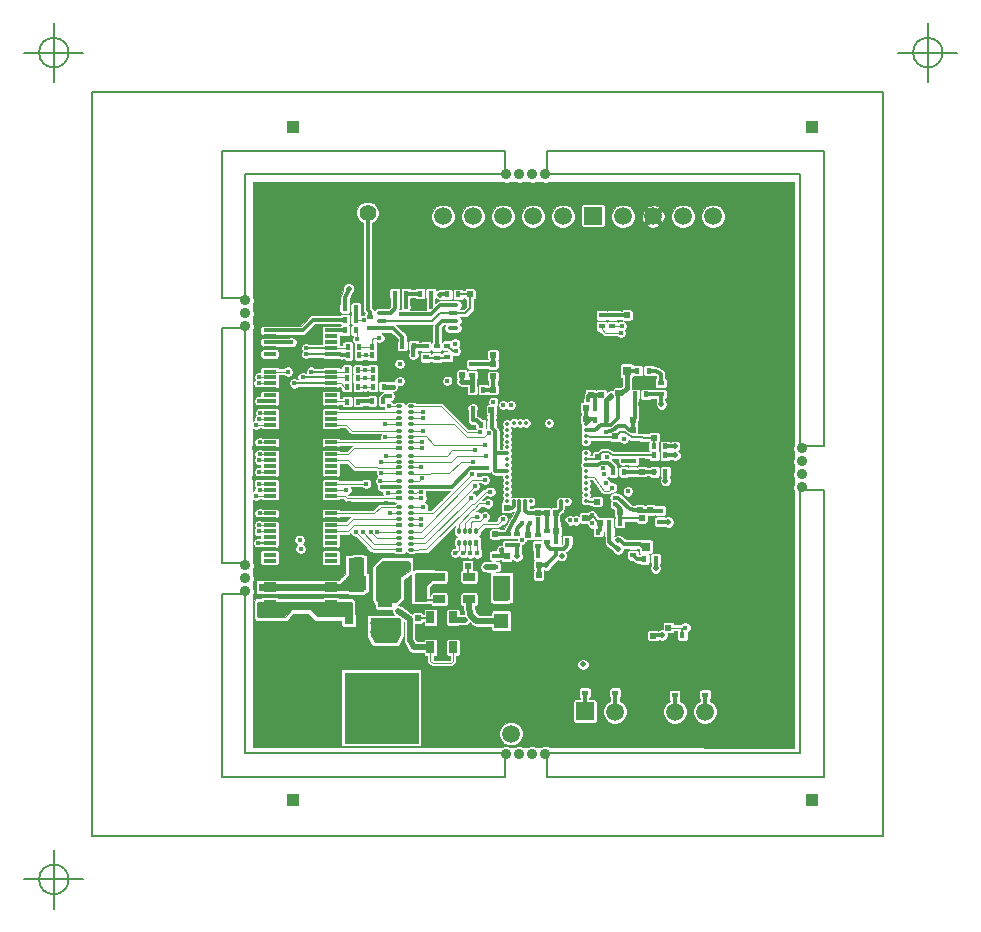
<source format=gbl>
G04 (created by PCBNEW-RS274X (2012-08-04 BZR 3667)-testing) date 10/19/2012 6:39:08 PM*
%MOIN*%
G04 Gerber Fmt 3.4, Leading zero omitted, Abs format*
%FSLAX34Y34*%
G01*
G70*
G90*
G04 APERTURE LIST*
%ADD10C,0.0017*%
%ADD11C,0.0059*%
%ADD12C,0.0077*%
%ADD13R,0.0432X0.0117*%
%ADD14R,0.0589X0.0275*%
%ADD15R,0.122X0.0629*%
%ADD16C,0.0432*%
%ADD17R,0.0433X0.0118*%
%ADD18C,0.0195*%
%ADD19C,0.0157*%
%ADD20C,0.0354*%
%ADD21R,0.0392X0.0392*%
%ADD22R,0.0472X0.051*%
%ADD23R,0.0175X0.0195*%
%ADD24R,0.0195X0.0175*%
%ADD25R,0.0314X0.0275*%
%ADD26R,0.0275X0.0314*%
%ADD27R,0.0195X0.0195*%
%ADD28R,0.051X0.0472*%
%ADD29C,0.2165*%
%ADD30R,0.1849X0.0589*%
%ADD31C,0.051*%
%ADD32C,0.055*%
%ADD33C,0.0597*%
%ADD34R,0.0597X0.0597*%
%ADD35R,0.0389X0.0271*%
%ADD36R,0.0271X0.0389*%
%ADD37R,0.0394X0.0138*%
%ADD38O,0.0394X0.0138*%
%ADD39O,0.0394X0.0137*%
%ADD40O,0.0235X0.0117*%
%ADD41R,0.0235X0.0117*%
%ADD42O,0.0117X0.0235*%
%ADD43R,0.0117X0.0235*%
%ADD44C,0.0196*%
%ADD45C,0.0138*%
%ADD46C,0.0117*%
%ADD47C,0.0195*%
%ADD48C,0.0157*%
%ADD49C,0.0039*%
G04 APERTURE END LIST*
G54D10*
G54D11*
X41831Y-53937D02*
G75*
G03X41831Y-53937I-492J0D01*
G74*
G01*
X40355Y-53937D02*
X42323Y-53937D01*
X41339Y-52953D02*
X41339Y-54921D01*
X70964Y-26378D02*
G75*
G03X70964Y-26378I-492J0D01*
G74*
G01*
X69488Y-26378D02*
X71456Y-26378D01*
X70472Y-25394D02*
X70472Y-27362D01*
X41831Y-26378D02*
G75*
G03X41831Y-26378I-492J0D01*
G74*
G01*
X40355Y-26378D02*
X42323Y-26378D01*
X41339Y-25394D02*
X41339Y-27362D01*
G54D12*
X42606Y-52483D02*
X42606Y-27680D01*
X68983Y-52483D02*
X42606Y-52483D01*
X68983Y-27680D02*
X68983Y-52483D01*
X42606Y-27680D02*
X68983Y-27680D01*
X66228Y-30437D02*
X66228Y-39492D01*
X57764Y-30437D02*
X66228Y-30437D01*
X57764Y-29650D02*
X57764Y-30437D01*
X67016Y-29650D02*
X57764Y-29650D01*
X67016Y-39492D02*
X67016Y-29650D01*
X66228Y-39492D02*
X67016Y-39492D01*
X57764Y-50515D02*
X57764Y-49728D01*
X67016Y-50515D02*
X57764Y-50515D01*
X67016Y-40948D02*
X67016Y-50515D01*
X66228Y-40948D02*
X67016Y-40948D01*
X66228Y-49728D02*
X66228Y-40948D01*
X57764Y-49728D02*
X66228Y-49728D01*
X46936Y-50515D02*
X46936Y-44413D01*
X56386Y-50515D02*
X46936Y-50515D01*
X56386Y-49728D02*
X56386Y-50515D01*
X47724Y-49728D02*
X56386Y-49728D01*
X47724Y-44413D02*
X47724Y-49728D01*
X46936Y-44413D02*
X47724Y-44413D01*
X46936Y-43390D02*
X46936Y-35555D01*
X47724Y-43390D02*
X46936Y-43390D01*
X47724Y-35555D02*
X47724Y-43390D01*
X46936Y-35555D02*
X47724Y-35555D01*
X47724Y-30437D02*
X47724Y-34570D01*
X46936Y-34570D02*
X47724Y-34570D01*
X46936Y-29648D02*
X46936Y-34570D01*
X46936Y-29648D02*
X56384Y-29648D01*
X56384Y-29648D02*
X56384Y-30437D01*
X47724Y-30437D02*
X56384Y-30437D01*
G54D13*
X48532Y-35636D03*
X48532Y-35832D03*
X48532Y-36029D03*
X48532Y-36226D03*
X48532Y-36422D03*
X50576Y-36422D03*
X50576Y-36226D03*
X50578Y-36029D03*
X50578Y-35832D03*
X50578Y-35636D03*
X48534Y-37009D03*
X48534Y-37207D03*
X48534Y-37404D03*
X48534Y-37599D03*
X48534Y-37797D03*
X48534Y-37994D03*
X48534Y-38189D03*
X48534Y-38387D03*
X48534Y-38586D03*
X48534Y-38782D03*
X50578Y-38782D03*
X50581Y-38584D03*
X50581Y-38387D03*
X50578Y-38189D03*
X50578Y-37994D03*
X50581Y-37796D03*
X50581Y-37599D03*
X50581Y-37402D03*
X50581Y-37206D03*
X50581Y-37009D03*
X50581Y-39371D03*
X50581Y-39567D03*
X50581Y-39764D03*
X50581Y-39961D03*
X50581Y-40157D03*
X50579Y-40356D03*
X50579Y-40551D03*
X50581Y-40749D03*
X50581Y-40946D03*
X50579Y-41144D03*
X48534Y-41144D03*
X48534Y-40947D03*
X48534Y-40749D03*
X48534Y-40551D03*
X48534Y-40356D03*
X48534Y-40159D03*
X48534Y-39961D03*
X48534Y-39766D03*
X48534Y-39569D03*
X48534Y-39371D03*
X48530Y-41736D03*
X48530Y-41934D03*
X48530Y-42131D03*
X48530Y-42327D03*
X48530Y-42524D03*
X48530Y-42721D03*
X48530Y-42917D03*
X48530Y-43114D03*
X48530Y-43312D03*
X48530Y-43509D03*
X50578Y-44099D03*
X50578Y-44296D03*
X50578Y-44492D03*
X50576Y-44689D03*
X50576Y-44886D03*
G54D14*
X50498Y-39079D03*
X48610Y-39079D03*
X48610Y-41441D03*
X50498Y-41441D03*
X48610Y-36716D03*
X50498Y-36716D03*
X50498Y-43804D03*
G54D15*
X49554Y-34374D03*
G54D16*
X49554Y-45454D03*
X49554Y-35062D03*
G54D15*
X49554Y-46140D03*
G54D14*
X48610Y-43804D03*
G54D13*
X48532Y-44886D03*
G54D17*
X48531Y-44689D03*
G54D13*
X48532Y-44492D03*
X48532Y-44296D03*
X48532Y-44099D03*
X50576Y-43509D03*
X50577Y-43311D03*
X50577Y-43114D03*
X50576Y-42917D03*
X50576Y-42721D03*
X50577Y-42523D03*
X50577Y-42327D03*
X50577Y-42130D03*
X50577Y-41933D03*
X50577Y-41736D03*
G54D18*
X56102Y-43975D03*
G54D19*
X61013Y-44997D03*
X61363Y-45005D03*
X61158Y-45292D03*
X61386Y-35540D03*
X61024Y-35536D03*
X61024Y-35198D03*
X61394Y-35193D03*
X56791Y-43535D03*
X63583Y-34409D03*
G54D20*
X47725Y-34630D03*
X47725Y-35063D03*
X47725Y-35496D03*
X47725Y-44335D03*
X47725Y-43902D03*
X47725Y-43469D03*
X66268Y-39571D03*
X66268Y-40004D03*
X66268Y-40437D03*
X66268Y-40870D03*
G54D21*
X49299Y-51303D03*
X66622Y-51303D03*
X66621Y-28862D03*
G54D19*
X58299Y-40354D03*
X58299Y-39921D03*
X58082Y-40138D03*
X58515Y-40138D03*
X61129Y-38252D03*
X61011Y-37386D03*
X63553Y-36201D03*
X63571Y-36520D03*
X63571Y-36993D03*
X52273Y-32898D03*
X52272Y-33331D03*
X51445Y-33331D03*
X51446Y-32898D03*
X59398Y-33803D03*
X59005Y-33804D03*
X61367Y-33804D03*
X61760Y-33803D03*
X64005Y-31204D03*
X65736Y-31283D03*
X53610Y-30890D03*
X53059Y-30890D03*
X59791Y-30889D03*
X59201Y-30889D03*
X58571Y-30889D03*
X57901Y-30889D03*
X57311Y-30890D03*
X54240Y-30890D03*
X54831Y-30890D03*
X55461Y-30890D03*
X56130Y-30890D03*
X56721Y-30890D03*
X62783Y-30889D03*
X62193Y-30889D03*
X61563Y-30889D03*
X60893Y-30889D03*
X60382Y-30890D03*
X63335Y-30890D03*
X63846Y-30889D03*
X64516Y-30889D03*
X65146Y-30889D03*
X65736Y-30889D03*
X63127Y-32925D03*
X63138Y-33292D03*
X63600Y-33280D03*
X62655Y-33280D03*
X63453Y-32544D03*
X61484Y-32544D03*
X62065Y-32532D03*
X60894Y-32544D03*
X62744Y-32544D03*
X60658Y-33292D03*
X61120Y-33280D03*
X62065Y-33280D03*
X61603Y-33292D03*
X59752Y-33292D03*
X60214Y-33280D03*
X55953Y-33291D03*
X55312Y-33271D03*
X60343Y-32544D03*
X59269Y-33280D03*
X56465Y-33291D03*
X56965Y-33280D03*
X54289Y-33271D03*
X54762Y-33271D03*
X58807Y-33292D03*
X57410Y-33291D03*
X50618Y-30929D03*
X50895Y-32898D03*
X50894Y-33331D03*
X49281Y-33527D03*
X50028Y-30929D03*
X49950Y-33567D03*
X49398Y-30929D03*
X48728Y-30929D03*
X48256Y-35103D03*
X48650Y-35102D03*
X48650Y-34552D03*
X48256Y-34552D03*
X48256Y-33410D03*
X48650Y-33410D03*
X48650Y-33961D03*
X48256Y-33961D03*
X48255Y-32898D03*
X48255Y-32504D03*
X48255Y-32032D03*
X48255Y-31520D03*
X48256Y-30929D03*
X52627Y-36166D03*
X51995Y-39173D03*
X51680Y-39173D03*
X51365Y-39173D03*
X51010Y-39212D03*
X51004Y-38953D03*
X51012Y-39551D03*
X51012Y-40181D03*
X55718Y-42968D03*
X55450Y-43472D03*
X54248Y-41252D03*
X53937Y-41520D03*
X53925Y-41248D03*
X52413Y-41387D03*
X51196Y-41394D03*
X63602Y-33632D03*
X63612Y-33967D03*
X64016Y-36220D03*
X64043Y-36559D03*
X64035Y-34409D03*
X64043Y-34039D03*
X65462Y-33764D03*
X65776Y-33764D03*
X65146Y-33764D03*
X64832Y-33764D03*
X64202Y-33764D03*
X64516Y-33764D03*
X64516Y-36835D03*
X64202Y-36835D03*
X64832Y-36835D03*
X65146Y-36835D03*
X65776Y-36835D03*
X65462Y-36835D03*
X65697Y-42268D03*
X65696Y-41677D03*
X65696Y-41087D03*
X65696Y-40535D03*
X65697Y-37977D03*
X65697Y-38646D03*
X65697Y-39906D03*
X63570Y-40024D03*
X63570Y-39591D03*
X63571Y-39079D03*
X63571Y-38528D03*
X63571Y-37977D03*
X63570Y-42937D03*
X63570Y-40535D03*
X63570Y-41087D03*
X63570Y-41677D03*
X63571Y-42268D03*
X63137Y-42584D03*
X63138Y-42230D03*
X63138Y-39867D03*
X63137Y-40221D03*
X63136Y-37859D03*
X63137Y-37505D03*
X62626Y-36717D03*
X62626Y-36205D03*
X62626Y-35772D03*
X62626Y-37229D03*
X62626Y-37858D03*
X63571Y-37504D03*
X62114Y-38488D03*
X62665Y-38488D03*
X62114Y-37858D03*
X62114Y-37229D03*
X61169Y-44473D03*
X61721Y-43882D03*
X61681Y-44355D03*
X62274Y-40728D03*
X62271Y-41166D03*
X62271Y-41756D03*
X62271Y-42307D03*
X62271Y-44315D03*
X62272Y-43646D03*
X62271Y-42937D03*
X62704Y-42307D03*
X62704Y-41756D03*
X62704Y-41166D03*
X62697Y-40728D03*
X62704Y-42937D03*
X62705Y-43646D03*
X62704Y-44315D03*
X58732Y-40354D03*
X57866Y-40354D03*
X57433Y-40354D03*
X57000Y-40354D03*
X56783Y-40571D03*
X57216Y-40571D03*
X57653Y-40571D03*
X58082Y-40571D03*
X58515Y-40571D03*
X58515Y-41004D03*
X58082Y-41004D03*
X57653Y-41004D03*
X57216Y-41004D03*
X56783Y-41004D03*
X57000Y-40787D03*
X57433Y-40787D03*
X58299Y-40787D03*
X57866Y-40787D03*
X58732Y-40787D03*
X58732Y-39921D03*
X57866Y-39921D03*
X57433Y-39921D03*
X57000Y-39921D03*
X56783Y-40138D03*
X57216Y-40138D03*
X57653Y-40138D03*
X58515Y-39705D03*
X58082Y-39705D03*
X57653Y-39705D03*
X57216Y-39705D03*
X56783Y-39705D03*
X57000Y-39488D03*
X57433Y-39488D03*
X58299Y-39488D03*
X57866Y-39488D03*
X58732Y-39488D03*
X58732Y-39055D03*
X57866Y-39055D03*
X58299Y-39055D03*
X57433Y-39055D03*
X57000Y-39055D03*
X56783Y-39272D03*
X57216Y-39272D03*
X57653Y-39272D03*
X58082Y-39272D03*
X58515Y-39272D03*
X64055Y-43533D03*
X64045Y-43858D03*
X64555Y-43282D03*
X64241Y-43282D03*
X64871Y-43282D03*
X65185Y-43282D03*
X65815Y-43282D03*
X65501Y-43282D03*
X65510Y-46353D03*
X65824Y-46353D03*
X65194Y-46353D03*
X64880Y-46353D03*
X64065Y-46083D03*
X64035Y-45758D03*
X63514Y-46358D03*
X64250Y-46353D03*
X64564Y-46353D03*
X63553Y-43435D03*
X63553Y-43907D03*
X63494Y-45856D03*
X60472Y-44461D03*
X57598Y-45152D03*
X57598Y-44837D03*
X56249Y-44866D03*
X55658Y-44866D03*
X54516Y-38173D03*
X54516Y-37858D03*
X54005Y-37858D03*
X55028Y-44236D03*
X54162Y-43488D03*
X54756Y-43909D03*
X65736Y-47032D03*
X64319Y-49355D03*
X65736Y-49355D03*
X65106Y-49355D03*
X60622Y-47855D03*
X62889Y-49028D03*
X62889Y-49343D03*
X63480Y-49343D03*
X63480Y-49028D03*
X60566Y-49028D03*
X60566Y-49343D03*
X61118Y-49343D03*
X61118Y-49028D03*
X62260Y-49028D03*
X62260Y-49343D03*
X61709Y-49343D03*
X61709Y-49028D03*
X59465Y-49028D03*
X59465Y-49343D03*
X60016Y-49343D03*
X60016Y-49028D03*
X58914Y-49028D03*
X58914Y-49343D03*
X58323Y-49343D03*
X58323Y-49028D03*
X58335Y-48567D03*
X63138Y-46953D03*
X62587Y-46953D03*
X61012Y-46941D03*
X62004Y-46957D03*
X58465Y-46850D03*
X58099Y-46835D03*
X57547Y-46835D03*
X56996Y-46835D03*
X56484Y-46835D03*
X56012Y-46835D03*
X53932Y-47357D03*
X59417Y-46406D03*
X61760Y-46284D03*
X61406Y-46284D03*
X56642Y-46284D03*
X56996Y-46284D03*
X52378Y-46382D03*
X52031Y-46382D03*
X50539Y-46873D03*
X49870Y-46676D03*
X49240Y-46755D03*
X48295Y-45968D03*
X48689Y-45968D03*
X48689Y-45496D03*
X48295Y-45496D03*
X48295Y-46441D03*
X48689Y-46441D03*
X48689Y-46913D03*
X48295Y-46913D03*
X48295Y-47386D03*
X48295Y-47937D03*
X48295Y-48449D03*
X48295Y-48921D03*
X48295Y-49315D03*
X48965Y-49315D03*
X49673Y-49315D03*
X50382Y-49315D03*
G54D18*
X48861Y-45087D03*
X48546Y-45087D03*
X48231Y-45087D03*
X52389Y-43424D03*
X52744Y-43424D03*
X52941Y-43620D03*
X52586Y-43621D03*
X52782Y-45375D03*
X52782Y-45690D03*
X52584Y-45927D03*
X52190Y-45927D03*
X51994Y-45690D03*
X51994Y-45375D03*
G54D22*
X52390Y-44611D03*
X52390Y-45515D03*
X56248Y-44414D03*
X56248Y-45318D03*
G54D23*
X53906Y-34410D03*
X53536Y-34410D03*
X51512Y-36189D03*
X51142Y-36189D03*
X62295Y-45787D03*
X62665Y-45787D03*
X53331Y-36146D03*
X52961Y-36146D03*
G54D24*
X51886Y-35189D03*
X51886Y-35559D03*
G54D23*
X51402Y-35638D03*
X51032Y-35638D03*
X51488Y-38008D03*
X51118Y-38008D03*
G54D24*
X53740Y-36166D03*
X53740Y-36536D03*
G54D23*
X51512Y-36461D03*
X51142Y-36461D03*
X51476Y-37232D03*
X51106Y-37232D03*
X51969Y-37240D03*
X52339Y-37240D03*
X51941Y-36197D03*
X52311Y-36197D03*
G54D24*
X54110Y-36543D03*
X54110Y-36173D03*
G54D23*
X51945Y-37992D03*
X52315Y-37992D03*
X53079Y-34410D03*
X52709Y-34410D03*
G54D24*
X54457Y-36146D03*
X54457Y-36516D03*
G54D23*
X51480Y-37508D03*
X51110Y-37508D03*
X54453Y-34433D03*
X54823Y-34433D03*
G54D24*
X59606Y-35130D03*
X59606Y-35500D03*
X59961Y-35130D03*
X59961Y-35500D03*
X59039Y-47713D03*
X59039Y-47343D03*
X60047Y-47721D03*
X60047Y-47351D03*
X62036Y-47807D03*
X62036Y-47437D03*
X63051Y-47776D03*
X63051Y-47406D03*
X56484Y-42792D03*
X56484Y-42422D03*
G54D23*
X58087Y-42642D03*
X58457Y-42642D03*
X55658Y-37614D03*
X55288Y-37614D03*
G54D24*
X55284Y-36764D03*
X55284Y-37134D03*
G54D23*
X59382Y-38228D03*
X59752Y-38228D03*
X59488Y-42347D03*
X59858Y-42347D03*
X59831Y-42044D03*
X60201Y-42044D03*
X61713Y-39500D03*
X61343Y-39500D03*
X59382Y-38610D03*
X59752Y-38610D03*
G54D24*
X60638Y-39984D03*
X60638Y-40354D03*
G54D23*
X59969Y-40355D03*
X60339Y-40355D03*
X61358Y-40351D03*
X61728Y-40351D03*
G54D24*
X61551Y-41642D03*
X61551Y-42012D03*
X56764Y-42421D03*
X56764Y-42791D03*
G54D23*
X60697Y-37768D03*
X61067Y-37768D03*
X51965Y-36953D03*
X52335Y-36953D03*
G54D24*
X60646Y-42760D03*
X60646Y-43130D03*
G54D23*
X61398Y-43256D03*
X61028Y-43256D03*
X60795Y-36981D03*
X61165Y-36981D03*
G54D24*
X61571Y-37756D03*
X61571Y-37386D03*
X57768Y-42685D03*
X57768Y-42315D03*
G54D23*
X61721Y-39799D03*
X61351Y-39799D03*
X55941Y-38776D03*
X55571Y-38776D03*
G54D24*
X56051Y-43146D03*
X56051Y-43516D03*
G54D23*
X51410Y-34890D03*
X51040Y-34890D03*
X51040Y-35280D03*
X51410Y-35280D03*
X52339Y-37512D03*
X51969Y-37512D03*
X51476Y-36957D03*
X51106Y-36957D03*
X51941Y-36469D03*
X52311Y-36469D03*
X57484Y-43122D03*
X57114Y-43122D03*
G54D24*
X57465Y-42449D03*
X57465Y-42819D03*
G54D25*
X51473Y-43325D03*
X51473Y-42895D03*
G54D26*
X60440Y-36984D03*
X60010Y-36984D03*
X53309Y-48228D03*
X53739Y-48228D03*
X61073Y-42847D03*
X61503Y-42847D03*
G54D25*
X51169Y-45305D03*
X51169Y-45735D03*
G54D27*
X61228Y-41626D03*
X61228Y-41272D03*
X60949Y-40346D03*
X60949Y-39992D03*
X60878Y-41626D03*
X60878Y-41272D03*
X60634Y-38634D03*
X60988Y-38634D03*
X56437Y-41545D03*
X56083Y-41545D03*
X60634Y-38945D03*
X60988Y-38945D03*
X56047Y-42426D03*
X56047Y-42780D03*
X55130Y-43477D03*
X54776Y-43477D03*
X57500Y-43783D03*
X57146Y-43783D03*
X55981Y-37610D03*
X56335Y-37610D03*
X57500Y-43453D03*
X57146Y-43453D03*
X57150Y-42445D03*
X57150Y-42799D03*
X55209Y-34425D03*
X55563Y-34425D03*
X60445Y-35130D03*
X60799Y-35130D03*
X61827Y-45543D03*
X61827Y-45189D03*
X61319Y-45811D03*
X60965Y-45811D03*
X59539Y-42047D03*
X59539Y-41693D03*
X54949Y-37126D03*
X54949Y-36772D03*
X57768Y-41721D03*
X57768Y-41367D03*
X57484Y-41717D03*
X57484Y-41363D03*
X59476Y-39843D03*
X59476Y-39489D03*
X55929Y-38299D03*
X55575Y-38299D03*
X56437Y-43166D03*
X56437Y-43520D03*
X59067Y-38217D03*
X58713Y-38217D03*
X59075Y-38595D03*
X58721Y-38595D03*
X61343Y-39209D03*
X61343Y-38855D03*
X60039Y-39169D03*
X60039Y-39523D03*
X59035Y-41899D03*
X59035Y-41545D03*
X60162Y-37732D03*
X60162Y-37378D03*
X60205Y-41685D03*
X59851Y-41685D03*
X60941Y-41890D03*
X60941Y-42244D03*
X55981Y-37169D03*
X56335Y-37169D03*
X55977Y-36756D03*
X56331Y-36756D03*
X55988Y-36453D03*
X56342Y-36453D03*
X59236Y-37780D03*
X59236Y-37426D03*
X59579Y-37780D03*
X59579Y-37426D03*
X58087Y-42339D03*
X58441Y-42339D03*
X58079Y-41717D03*
X58433Y-41717D03*
X53469Y-45225D03*
X53469Y-45579D03*
X59445Y-41343D03*
X59799Y-41343D03*
G54D28*
X52409Y-44044D03*
X51505Y-44044D03*
G54D29*
X49752Y-32228D03*
X64791Y-32228D03*
X64791Y-47975D03*
X49752Y-47975D03*
G54D18*
X56378Y-43975D03*
X52232Y-43621D03*
X52112Y-49195D03*
X51720Y-49197D03*
X52507Y-49197D03*
X51325Y-49197D03*
X52902Y-49197D03*
X51325Y-48802D03*
X51325Y-48410D03*
X51325Y-48015D03*
X51325Y-47622D03*
X51325Y-47267D03*
X51720Y-47267D03*
X52114Y-47267D03*
X52507Y-47267D03*
X52900Y-47267D03*
X52900Y-47622D03*
X52900Y-48015D03*
X52900Y-48410D03*
X52900Y-48802D03*
G54D21*
X49299Y-28862D03*
G54D20*
X56426Y-49768D03*
X56859Y-49768D03*
X57292Y-49768D03*
X57726Y-49768D03*
X56425Y-30437D03*
X56858Y-30437D03*
X57291Y-30437D03*
X57725Y-30437D03*
G54D18*
X54516Y-48607D03*
X54831Y-48607D03*
X55146Y-48607D03*
X55461Y-48607D03*
X59419Y-47520D03*
X60512Y-47510D03*
X62312Y-47426D03*
X63336Y-47426D03*
G54D30*
X65161Y-45867D03*
X65161Y-43763D03*
X65145Y-36350D03*
X65145Y-34246D03*
G54D31*
X51299Y-32217D03*
X52299Y-32217D03*
X52299Y-31217D03*
X51299Y-31217D03*
G54D32*
X51799Y-31717D03*
G54D33*
X58307Y-31834D03*
X57307Y-31834D03*
X56307Y-31834D03*
X55307Y-31834D03*
G54D34*
X53307Y-31814D03*
G54D33*
X54307Y-31834D03*
G54D34*
X57576Y-49079D03*
G54D33*
X56576Y-49079D03*
G54D35*
X54184Y-44603D03*
X54184Y-43853D03*
X55184Y-44603D03*
X54184Y-44228D03*
X55184Y-43853D03*
G54D36*
X54646Y-46200D03*
X53896Y-46200D03*
X54646Y-45200D03*
X54271Y-46200D03*
X53896Y-45200D03*
G54D37*
X52291Y-35567D03*
G54D38*
X52291Y-35311D03*
X52291Y-35055D03*
X52291Y-34799D03*
G54D39*
X54654Y-35567D03*
G54D38*
X54654Y-35311D03*
X54654Y-35055D03*
X54654Y-34799D03*
G54D33*
X63314Y-31834D03*
X62314Y-31834D03*
X61314Y-31834D03*
G54D34*
X59314Y-31814D03*
G54D33*
X60314Y-31834D03*
X63043Y-48350D03*
X62043Y-48350D03*
X61043Y-48350D03*
G54D34*
X59043Y-48330D03*
G54D33*
X60043Y-48350D03*
G54D40*
X53256Y-38752D03*
X53256Y-38555D03*
X53256Y-38162D03*
X52862Y-38162D03*
G54D41*
X52862Y-38752D03*
G54D40*
X53256Y-38359D03*
X52862Y-38359D03*
X52862Y-38555D03*
X53256Y-39567D03*
X53256Y-39370D03*
X53256Y-38977D03*
X52862Y-38977D03*
G54D41*
X52862Y-39567D03*
G54D40*
X53256Y-39174D03*
X52862Y-39174D03*
X52862Y-39370D03*
X53256Y-40402D03*
X53256Y-40205D03*
X53256Y-39812D03*
X52862Y-39812D03*
G54D41*
X52862Y-40402D03*
G54D40*
X53256Y-40009D03*
X52862Y-40009D03*
X52862Y-40205D03*
X53256Y-41236D03*
X53256Y-41039D03*
X53256Y-40646D03*
X52862Y-40646D03*
G54D41*
X52862Y-41236D03*
G54D40*
X53256Y-40843D03*
X52862Y-40843D03*
X52862Y-41039D03*
X53256Y-42122D03*
X53256Y-41925D03*
X53256Y-41532D03*
X52862Y-41532D03*
G54D41*
X52862Y-42122D03*
G54D40*
X53256Y-41729D03*
X52862Y-41729D03*
X52862Y-41925D03*
X53256Y-42941D03*
X53256Y-42744D03*
X53256Y-42351D03*
X52862Y-42351D03*
G54D41*
X52862Y-42941D03*
G54D40*
X53256Y-42548D03*
X52862Y-42548D03*
X52862Y-42744D03*
G54D42*
X55425Y-42319D03*
X55228Y-42319D03*
X54835Y-42319D03*
X54835Y-42713D03*
G54D43*
X55425Y-42713D03*
G54D42*
X55032Y-42319D03*
X55032Y-42713D03*
X55228Y-42713D03*
G54D18*
X56783Y-43173D03*
X61728Y-40646D03*
X61398Y-43563D03*
X61821Y-42018D03*
X61594Y-38083D03*
X55748Y-43512D03*
X55032Y-45276D03*
X58976Y-46772D03*
G54D19*
X60177Y-35130D03*
G54D18*
X54949Y-37343D03*
G54D19*
X52646Y-37508D03*
G54D18*
X54221Y-34441D03*
X51169Y-34244D03*
X57756Y-43449D03*
G54D19*
X56949Y-42618D03*
G54D18*
X58264Y-43146D03*
X61614Y-45787D03*
X60142Y-42921D03*
G54D19*
X55299Y-38228D03*
G54D18*
X62039Y-39803D03*
X59910Y-37815D03*
X62036Y-39500D03*
G54D19*
X49256Y-36028D03*
X53323Y-36453D03*
G54D18*
X50921Y-43799D03*
X51012Y-36701D03*
G54D19*
X48154Y-36225D03*
X48154Y-35831D03*
G54D18*
X48158Y-36717D03*
X48150Y-39079D03*
X48189Y-41437D03*
G54D19*
X48032Y-37599D03*
X48047Y-38189D03*
X48024Y-39571D03*
X48028Y-40551D03*
X48032Y-41933D03*
X48032Y-42918D03*
X48197Y-43508D03*
G54D18*
X48138Y-43807D03*
G54D19*
X48102Y-44492D03*
X50921Y-44492D03*
G54D18*
X58002Y-47500D03*
G54D19*
X59961Y-44311D03*
X58626Y-44390D03*
X58413Y-43508D03*
X60205Y-43484D03*
X61614Y-45291D03*
X60531Y-45295D03*
X59882Y-37386D03*
X58256Y-36228D03*
X57106Y-36587D03*
G54D18*
X58616Y-45230D03*
G54D19*
X61102Y-40835D03*
G54D18*
X57668Y-44518D03*
G54D19*
X52012Y-34799D03*
X61264Y-40071D03*
X54457Y-43477D03*
G54D18*
X53465Y-45815D03*
G54D19*
X54579Y-44225D03*
G54D18*
X54268Y-46508D03*
G54D19*
X60441Y-34681D03*
G54D18*
X57984Y-48284D03*
G54D19*
X61957Y-34823D03*
X60906Y-36260D03*
X61957Y-35933D03*
X62154Y-36559D03*
X61228Y-42177D03*
X60882Y-38087D03*
X60780Y-39406D03*
X59350Y-37213D03*
G54D44*
X56091Y-35378D03*
X55579Y-35130D03*
G54D19*
X59508Y-36051D03*
X59650Y-35925D03*
X57094Y-35291D03*
X58354Y-35528D03*
X58370Y-36783D03*
X48165Y-37402D03*
X60266Y-35482D03*
X48193Y-37205D03*
X60246Y-35719D03*
X49132Y-37012D03*
X49565Y-42918D03*
X62392Y-45541D03*
G54D18*
X55217Y-44988D03*
G54D19*
X60030Y-41211D03*
G54D45*
X59065Y-39931D03*
G54D19*
X56957Y-42059D03*
G54D45*
X56663Y-41339D03*
G54D19*
X60319Y-39984D03*
G54D45*
X56870Y-38720D03*
G54D19*
X55981Y-37386D03*
G54D45*
X59065Y-38750D03*
G54D18*
X52811Y-44992D03*
X53539Y-43862D03*
X53539Y-44197D03*
G54D45*
X59075Y-41112D03*
G54D19*
X60039Y-41437D03*
X55638Y-36756D03*
G54D45*
X57067Y-38720D03*
G54D19*
X59272Y-41807D03*
X59748Y-39020D03*
G54D45*
X58238Y-41339D03*
X59065Y-39144D03*
X59065Y-38947D03*
X59055Y-40128D03*
X57854Y-38720D03*
G54D19*
X59150Y-37972D03*
G54D45*
X57057Y-41339D03*
G54D19*
X55933Y-38528D03*
G54D45*
X56437Y-39734D03*
X56437Y-40325D03*
G54D19*
X56260Y-42953D03*
G54D45*
X56860Y-41339D03*
G54D18*
X60154Y-42638D03*
G54D45*
X59065Y-41309D03*
G54D19*
X55394Y-39638D03*
X53650Y-41536D03*
G54D45*
X56437Y-41112D03*
G54D19*
X53583Y-40201D03*
G54D45*
X56437Y-39931D03*
G54D19*
X55831Y-39047D03*
G54D45*
X56437Y-40915D03*
G54D19*
X53579Y-41925D03*
X53602Y-40559D03*
G54D45*
X56437Y-40128D03*
G54D19*
X55303Y-40032D03*
X53662Y-38355D03*
G54D45*
X56437Y-38750D03*
G54D19*
X55709Y-39445D03*
X52193Y-35890D03*
X59740Y-40740D03*
X54453Y-37319D03*
X51721Y-37508D03*
X54721Y-36075D03*
X59787Y-39870D03*
X55555Y-39028D03*
G54D45*
X56437Y-38947D03*
G54D19*
X53662Y-38555D03*
X53610Y-39571D03*
G54D45*
X56437Y-39537D03*
G54D19*
X53626Y-39370D03*
G54D45*
X56437Y-39341D03*
G54D19*
X53579Y-42122D03*
G54D45*
X56437Y-40719D03*
G54D19*
X55772Y-40232D03*
X55890Y-41016D03*
X55260Y-41209D03*
X55815Y-41406D03*
X55445Y-41846D03*
X56303Y-41937D03*
X53650Y-38981D03*
G54D45*
X56437Y-39144D03*
G54D19*
X53587Y-41040D03*
G54D45*
X56437Y-40522D03*
G54D19*
X55288Y-40421D03*
X55701Y-40618D03*
X55366Y-40819D03*
X55705Y-41839D03*
G54D45*
X59065Y-40325D03*
G54D19*
X51732Y-36461D03*
X53591Y-41236D03*
G54D45*
X56447Y-41309D03*
G54D19*
X59951Y-40876D03*
X51728Y-36957D03*
G54D45*
X59065Y-40522D03*
G54D19*
X52870Y-37327D03*
X51728Y-37240D03*
X52870Y-36752D03*
X59669Y-40425D03*
X55736Y-39831D03*
X53906Y-34843D03*
X48193Y-37984D03*
X52906Y-35095D03*
X52543Y-37827D03*
X57205Y-42071D03*
X60473Y-41000D03*
G54D45*
X59065Y-40915D03*
X59065Y-39341D03*
G54D19*
X60339Y-39244D03*
X57465Y-41937D03*
G54D45*
X57254Y-41339D03*
G54D19*
X59646Y-40225D03*
X54736Y-36331D03*
X49354Y-37402D03*
X53071Y-34862D03*
X52276Y-40847D03*
X52248Y-40394D03*
X48185Y-39965D03*
X48221Y-38386D03*
X52516Y-38162D03*
X48201Y-39768D03*
X52232Y-40016D03*
X48197Y-39370D03*
X52402Y-39815D03*
X48079Y-38783D03*
X52386Y-39181D03*
X48193Y-38591D03*
X52366Y-38772D03*
G54D45*
X59065Y-39734D03*
G54D19*
X51445Y-35929D03*
X52213Y-40654D03*
X48181Y-40355D03*
X55984Y-38016D03*
X56319Y-38122D03*
X56575Y-38130D03*
G54D45*
X56673Y-38711D03*
G54D19*
X49744Y-36425D03*
X49634Y-37205D03*
X49917Y-37012D03*
X49748Y-36225D03*
X51717Y-37992D03*
X52535Y-41732D03*
X48173Y-42331D03*
X52118Y-42354D03*
X54984Y-43063D03*
X48173Y-40748D03*
X55453Y-43067D03*
X51752Y-40748D03*
X48181Y-42130D03*
X51917Y-42355D03*
X48197Y-41732D03*
X51398Y-42355D03*
X48075Y-41142D03*
X51638Y-42355D03*
X48201Y-40949D03*
X54721Y-43055D03*
X51091Y-40949D03*
X55225Y-43067D03*
G54D45*
X59065Y-40719D03*
G54D19*
X51669Y-35288D03*
G54D45*
X58435Y-41339D03*
G54D19*
X58536Y-41973D03*
X59281Y-42067D03*
X58740Y-41969D03*
X52465Y-41043D03*
X49535Y-42618D03*
X48154Y-42725D03*
G54D18*
X51169Y-44827D03*
X51169Y-45063D03*
G54D46*
X56783Y-43173D02*
X56783Y-42810D01*
X56783Y-42810D02*
X56765Y-42792D01*
X61728Y-40351D02*
X61728Y-40646D01*
X56248Y-44414D02*
X56248Y-44102D01*
X56248Y-44102D02*
X56378Y-43976D01*
X61821Y-42018D02*
X61551Y-42012D01*
X61067Y-37768D02*
X61079Y-37756D01*
X61079Y-37756D02*
X61571Y-37756D01*
X61571Y-38060D02*
X61594Y-38083D01*
X61571Y-37756D02*
X61571Y-38060D01*
X61398Y-43563D02*
X61398Y-43256D01*
X56765Y-42792D02*
X56484Y-42792D01*
G54D47*
X55752Y-43516D02*
X55748Y-43512D01*
X55752Y-43516D02*
X56051Y-43516D01*
X55032Y-45276D02*
X54722Y-45276D01*
X54722Y-45276D02*
X54646Y-45200D01*
G54D46*
X57500Y-43453D02*
X57500Y-43783D01*
X59858Y-42347D02*
X59858Y-42071D01*
X59858Y-42071D02*
X59831Y-42044D01*
X58094Y-42910D02*
X58094Y-43111D01*
X58094Y-43111D02*
X57756Y-43449D01*
X60177Y-35130D02*
X59921Y-35130D01*
X59921Y-35130D02*
X59610Y-35130D01*
G54D48*
X52339Y-37512D02*
X52343Y-37508D01*
X52343Y-37508D02*
X52646Y-37508D01*
G54D46*
X55299Y-38228D02*
X55303Y-38280D01*
X55433Y-38638D02*
X55571Y-38776D01*
X55303Y-38638D02*
X55433Y-38638D01*
X55303Y-38280D02*
X55303Y-38638D01*
X54949Y-37126D02*
X54949Y-37343D01*
X54949Y-37343D02*
X54949Y-37351D01*
G54D48*
X54949Y-37351D02*
X55288Y-37351D01*
G54D46*
X54449Y-34437D02*
X54217Y-34437D01*
X54217Y-34437D02*
X54221Y-34441D01*
X51040Y-34890D02*
X51043Y-34887D01*
X51043Y-34560D02*
X51169Y-34244D01*
X51043Y-34887D02*
X51043Y-34560D01*
X57756Y-43449D02*
X57500Y-43453D01*
X60142Y-42921D02*
X59858Y-42689D01*
G54D48*
X55288Y-37351D02*
X55288Y-37614D01*
X55284Y-37134D02*
X55288Y-37138D01*
X55288Y-37138D02*
X55288Y-37351D01*
G54D46*
X61722Y-39803D02*
X62039Y-39803D01*
G54D48*
X59752Y-38228D02*
X59754Y-38622D01*
X59752Y-38228D02*
X59752Y-38091D01*
X59752Y-37973D02*
X59910Y-37815D01*
X59752Y-38091D02*
X59752Y-37973D01*
G54D46*
X61713Y-39498D02*
X62036Y-39500D01*
X59858Y-42689D02*
X59858Y-42347D01*
X58457Y-42799D02*
X58457Y-42642D01*
X58346Y-42910D02*
X58457Y-42799D01*
X58118Y-42910D02*
X58346Y-42910D01*
X58094Y-42910D02*
X58118Y-42910D01*
X57886Y-42910D02*
X58094Y-42910D01*
X57768Y-42792D02*
X57886Y-42910D01*
X57768Y-42685D02*
X57768Y-42792D01*
X61614Y-45787D02*
X61449Y-45799D01*
X61449Y-45799D02*
X61335Y-45799D01*
X60445Y-35130D02*
X60177Y-35130D01*
X48532Y-44296D02*
X48532Y-44099D01*
X50578Y-44296D02*
X50578Y-44099D01*
X48533Y-36028D02*
X49256Y-36028D01*
X48532Y-36029D02*
X48533Y-36028D01*
X53323Y-36154D02*
X53323Y-36453D01*
X53323Y-36154D02*
X53331Y-36146D01*
X53331Y-36146D02*
X53351Y-36166D01*
X53351Y-36166D02*
X53740Y-36166D01*
G54D48*
X50498Y-43804D02*
X50503Y-43799D01*
X50503Y-43799D02*
X50921Y-43799D01*
X50498Y-36716D02*
X50513Y-36701D01*
X50513Y-36701D02*
X51012Y-36701D01*
G54D12*
X48531Y-36225D02*
X48154Y-36225D01*
X48531Y-35831D02*
X48154Y-35831D01*
G54D48*
X48610Y-36716D02*
X48609Y-36717D01*
X48609Y-36717D02*
X48158Y-36717D01*
X48610Y-39079D02*
X48150Y-39079D01*
X48610Y-41441D02*
X48606Y-41437D01*
X48606Y-41437D02*
X48189Y-41437D01*
G54D46*
X48534Y-37599D02*
X48032Y-37599D01*
X48534Y-38189D02*
X48047Y-38189D01*
X48532Y-39571D02*
X48024Y-39571D01*
X48534Y-40551D02*
X48028Y-40551D01*
X48529Y-41933D02*
X48032Y-41933D01*
X48529Y-42918D02*
X48032Y-42918D01*
X48536Y-43508D02*
X48197Y-43508D01*
G54D48*
X48607Y-43807D02*
X48138Y-43807D01*
G54D46*
X48532Y-44492D02*
X48102Y-44492D01*
X50578Y-44492D02*
X50921Y-44492D01*
X48532Y-44492D02*
X50578Y-44492D01*
X60010Y-36984D02*
X60010Y-37258D01*
X60010Y-37258D02*
X59882Y-37386D01*
X60162Y-37378D02*
X59890Y-37378D01*
X59890Y-37378D02*
X59882Y-37386D01*
G54D12*
X58256Y-36228D02*
X58264Y-36228D01*
G54D46*
X58441Y-42339D02*
X58441Y-42138D01*
X58730Y-41575D02*
X58732Y-40787D01*
X58445Y-41722D02*
X58730Y-41575D01*
X58295Y-41820D02*
X58445Y-41722D01*
X58295Y-41992D02*
X58295Y-41820D01*
X58441Y-42138D02*
X58295Y-41992D01*
X52012Y-34799D02*
X52158Y-34799D01*
X52158Y-34799D02*
X52291Y-34799D01*
X60035Y-39528D02*
X59958Y-39489D01*
X59958Y-39489D02*
X59429Y-39488D01*
X59429Y-39488D02*
X59324Y-39545D01*
X59324Y-39545D02*
X58907Y-39544D01*
X58907Y-39544D02*
X58732Y-39488D01*
X60949Y-39992D02*
X60949Y-40004D01*
X61016Y-40071D02*
X61264Y-40071D01*
X60949Y-40004D02*
X61016Y-40071D01*
G54D12*
X59539Y-41693D02*
X59453Y-41693D01*
X59301Y-41545D02*
X59035Y-41545D01*
X59453Y-41693D02*
X59301Y-41545D01*
G54D46*
X54776Y-43477D02*
X54457Y-43477D01*
X53469Y-45579D02*
X53465Y-45815D01*
G54D48*
X54184Y-44228D02*
X54576Y-44228D01*
X54576Y-44228D02*
X54579Y-44225D01*
G54D47*
X54271Y-46200D02*
X54268Y-46508D01*
G54D12*
X58370Y-36783D02*
X58374Y-36783D01*
G54D49*
X59961Y-35508D02*
X59996Y-35484D01*
X59996Y-35484D02*
X60266Y-35482D01*
X48536Y-37402D02*
X48165Y-37402D01*
X59598Y-35500D02*
X59598Y-35594D01*
X59720Y-35717D02*
X60246Y-35719D01*
X59598Y-35594D02*
X59720Y-35717D01*
X48539Y-37205D02*
X48193Y-37205D01*
X48522Y-37012D02*
X49132Y-37012D01*
X62392Y-45541D02*
X61829Y-45541D01*
X61829Y-45541D02*
X61827Y-45543D01*
G54D12*
X62392Y-45541D02*
X62283Y-45591D01*
X62283Y-45591D02*
X62283Y-45787D01*
G54D47*
X56248Y-45318D02*
X55421Y-45318D01*
X55217Y-45114D02*
X55217Y-44988D01*
X55421Y-45318D02*
X55217Y-45114D01*
X55184Y-44603D02*
X55184Y-44955D01*
X55184Y-44955D02*
X55217Y-44988D01*
G54D46*
X61551Y-41642D02*
X61244Y-41642D01*
X61244Y-41642D02*
X60870Y-41642D01*
X60870Y-41642D02*
X60535Y-41606D01*
X60535Y-41606D02*
X60142Y-41213D01*
X60142Y-41213D02*
X60030Y-41211D01*
G54D12*
X53469Y-45225D02*
X53871Y-45225D01*
X53871Y-45225D02*
X53896Y-45200D01*
X59622Y-39697D02*
X59386Y-39933D01*
X59386Y-39933D02*
X59065Y-39931D01*
X59803Y-39697D02*
X59622Y-39697D01*
X59992Y-39799D02*
X59803Y-39697D01*
X59992Y-39799D02*
X61351Y-39799D01*
X55130Y-43477D02*
X55130Y-43799D01*
X55130Y-43799D02*
X55184Y-43853D01*
G54D46*
X56768Y-42429D02*
X56768Y-42272D01*
X56768Y-42272D02*
X56957Y-42059D01*
X56447Y-41545D02*
X56614Y-41545D01*
X56614Y-41545D02*
X56663Y-41496D01*
X56663Y-41496D02*
X56663Y-41339D01*
X60949Y-40346D02*
X60646Y-40346D01*
X60637Y-40355D02*
X60339Y-40355D01*
X60646Y-40346D02*
X60637Y-40355D01*
X61370Y-40347D02*
X60949Y-40350D01*
X61575Y-37382D02*
X61575Y-37079D01*
X61575Y-37079D02*
X61421Y-36988D01*
X61421Y-36988D02*
X61169Y-36988D01*
X60638Y-39984D02*
X60319Y-39984D01*
X60319Y-39984D02*
X60319Y-39984D01*
X61028Y-43256D02*
X60772Y-43256D01*
X60772Y-43256D02*
X60646Y-43130D01*
X55658Y-37614D02*
X55662Y-37610D01*
X55662Y-37610D02*
X55981Y-37610D01*
X55981Y-37169D02*
X55981Y-37386D01*
X55981Y-37386D02*
X55981Y-37610D01*
X59225Y-38595D02*
X59367Y-38595D01*
X59225Y-38595D02*
X59228Y-38598D01*
X59228Y-38598D02*
X59065Y-38750D01*
X59075Y-38209D02*
X59075Y-38595D01*
X59075Y-38595D02*
X59225Y-38595D01*
G54D49*
X54578Y-46725D02*
X53977Y-46725D01*
X54646Y-46657D02*
X54578Y-46725D01*
X54646Y-46200D02*
X54646Y-46657D01*
X53896Y-46644D02*
X53896Y-46200D01*
X53977Y-46725D02*
X53896Y-46644D01*
G54D47*
X53330Y-46200D02*
X53201Y-45957D01*
X53896Y-46200D02*
X53330Y-46200D01*
X53201Y-45256D02*
X52811Y-44992D01*
X53201Y-45957D02*
X53201Y-45256D01*
X52811Y-44992D02*
X52811Y-44992D01*
G54D12*
X54189Y-44631D02*
X53709Y-44630D01*
X53709Y-44630D02*
X53539Y-44197D01*
X60209Y-41898D02*
X60933Y-41898D01*
X60933Y-41898D02*
X60941Y-41890D01*
G54D46*
X60209Y-41673D02*
X60209Y-41559D01*
X60209Y-41559D02*
X60039Y-41437D01*
X60209Y-41669D02*
X60209Y-41835D01*
X60209Y-41835D02*
X60209Y-41898D01*
X60209Y-41898D02*
X60209Y-42047D01*
X55662Y-36756D02*
X55638Y-36756D01*
X55662Y-36756D02*
X55736Y-36756D01*
X55284Y-36764D02*
X55292Y-36756D01*
X55292Y-36756D02*
X55638Y-36756D01*
X55977Y-36756D02*
X55988Y-36745D01*
X55988Y-36745D02*
X55988Y-36421D01*
X55736Y-36756D02*
X55977Y-36756D01*
X59539Y-42047D02*
X59539Y-42296D01*
X59539Y-42296D02*
X59488Y-42347D01*
X59035Y-41909D02*
X59193Y-41909D01*
X59193Y-41909D02*
X59272Y-41807D01*
G54D12*
X59539Y-42047D02*
X59512Y-42047D01*
X59512Y-42047D02*
X59272Y-41807D01*
G54D46*
X60634Y-38945D02*
X60634Y-38634D01*
X60634Y-38634D02*
X60697Y-38571D01*
X60697Y-38571D02*
X60697Y-37768D01*
X60634Y-38945D02*
X60508Y-38945D01*
X60508Y-38945D02*
X60386Y-38819D01*
X60386Y-38819D02*
X60157Y-38819D01*
X60157Y-38819D02*
X59992Y-38953D01*
X59992Y-38953D02*
X59890Y-38984D01*
X59890Y-38984D02*
X59748Y-39020D01*
X58240Y-41595D02*
X58238Y-41339D01*
X58087Y-41748D02*
X58240Y-41595D01*
X58087Y-41748D02*
X58087Y-42358D01*
X58087Y-42339D02*
X58087Y-42642D01*
G54D12*
X59280Y-39201D02*
X60020Y-39201D01*
X59280Y-39201D02*
X59065Y-39144D01*
X60602Y-39205D02*
X60394Y-39028D01*
X60205Y-39028D02*
X60028Y-39205D01*
X60394Y-39028D02*
X60205Y-39028D01*
X61343Y-39500D02*
X61343Y-39209D01*
X61343Y-39209D02*
X60602Y-39205D01*
G54D46*
X53082Y-48228D02*
X52900Y-48410D01*
X53309Y-48228D02*
X53082Y-48228D01*
X60161Y-38543D02*
X60161Y-38571D01*
X60161Y-38571D02*
X59921Y-38807D01*
X59921Y-38807D02*
X59572Y-38806D01*
X59572Y-38806D02*
X59390Y-38949D01*
X59390Y-38949D02*
X59065Y-38947D01*
X60161Y-38543D02*
X60162Y-37732D01*
G54D48*
X60162Y-37732D02*
X60260Y-37732D01*
X60440Y-37552D02*
X60440Y-36984D01*
X60260Y-37732D02*
X60440Y-37552D01*
G54D46*
X60440Y-36984D02*
X60443Y-36981D01*
X60443Y-36981D02*
X60795Y-36981D01*
X59480Y-40130D02*
X59563Y-40047D01*
X59563Y-40047D02*
X59819Y-40047D01*
X59819Y-40047D02*
X59969Y-40197D01*
X59969Y-40197D02*
X59969Y-40355D01*
X59055Y-40128D02*
X59480Y-40130D01*
X59390Y-38228D02*
X59386Y-37780D01*
X59236Y-37780D02*
X59386Y-37780D01*
X59386Y-37780D02*
X59579Y-37780D01*
X59236Y-37780D02*
X59154Y-37835D01*
X59154Y-37835D02*
X59150Y-37972D01*
X57134Y-41717D02*
X57059Y-41642D01*
X57059Y-41642D02*
X57057Y-41339D01*
X57484Y-41717D02*
X57134Y-41717D01*
X57768Y-41721D02*
X57764Y-41717D01*
X57768Y-41721D02*
X57772Y-41725D01*
X57772Y-41725D02*
X57772Y-42331D01*
X57764Y-41717D02*
X57484Y-41717D01*
X55941Y-38776D02*
X55941Y-38536D01*
X55941Y-38536D02*
X55933Y-38528D01*
X55933Y-38528D02*
X55933Y-38292D01*
X56051Y-39736D02*
X56437Y-39734D01*
X55941Y-38776D02*
X55941Y-38878D01*
X56051Y-40327D02*
X56437Y-40325D01*
X56051Y-38988D02*
X56051Y-39736D01*
X56051Y-39736D02*
X56051Y-40327D01*
X55941Y-38878D02*
X56051Y-38988D01*
X56264Y-42933D02*
X56264Y-43146D01*
G54D12*
X56260Y-42953D02*
X56264Y-42953D01*
X56264Y-42953D02*
X56264Y-42933D01*
G54D46*
X56051Y-43146D02*
X56264Y-43146D01*
X56264Y-43146D02*
X56437Y-43146D01*
X56480Y-42426D02*
X56047Y-42426D01*
X56858Y-41662D02*
X56860Y-41339D01*
X56480Y-42426D02*
X56480Y-42311D01*
X56480Y-42311D02*
X56858Y-41662D01*
X60338Y-42760D02*
X60216Y-42638D01*
X60216Y-42638D02*
X60154Y-42638D01*
X60646Y-42760D02*
X60338Y-42760D01*
G54D12*
X59469Y-41343D02*
X59260Y-41343D01*
X59260Y-41343D02*
X59065Y-41309D01*
G54D46*
X61073Y-42847D02*
X60969Y-42847D01*
X60882Y-42760D02*
X60646Y-42760D01*
X60969Y-42847D02*
X60882Y-42760D01*
G54D49*
X54626Y-39638D02*
X55394Y-39638D01*
X53240Y-39815D02*
X54449Y-39815D01*
X54449Y-39815D02*
X54626Y-39638D01*
X53648Y-41534D02*
X53650Y-41536D01*
X53264Y-41535D02*
X53648Y-41534D01*
X53232Y-40201D02*
X53583Y-40201D01*
X55831Y-39047D02*
X55827Y-39047D01*
X54664Y-38751D02*
X53244Y-38748D01*
X55110Y-39197D02*
X54664Y-38751D01*
X55673Y-39197D02*
X55110Y-39197D01*
X55827Y-39047D02*
X55673Y-39197D01*
X53236Y-41929D02*
X53353Y-41924D01*
X53236Y-41929D02*
X53579Y-41925D01*
X53232Y-40646D02*
X53511Y-40650D01*
X53511Y-40650D02*
X53602Y-40559D01*
X54902Y-40032D02*
X55303Y-40032D01*
X53240Y-40409D02*
X54528Y-40406D01*
X54528Y-40406D02*
X54902Y-40032D01*
X53240Y-38366D02*
X53256Y-38358D01*
X53256Y-38358D02*
X53662Y-38355D01*
X54028Y-39441D02*
X54032Y-39445D01*
X53244Y-39173D02*
X53355Y-39173D01*
X53760Y-39173D02*
X54028Y-39441D01*
X53355Y-39173D02*
X53760Y-39173D01*
X54032Y-39445D02*
X55709Y-39445D01*
X51941Y-36197D02*
X51941Y-35945D01*
X51996Y-35890D02*
X52193Y-35890D01*
X51941Y-35945D02*
X51996Y-35890D01*
X51512Y-36189D02*
X51520Y-36197D01*
X51520Y-36197D02*
X51941Y-36197D01*
X51969Y-37512D02*
X51965Y-37508D01*
X51965Y-37508D02*
X51721Y-37508D01*
X51721Y-37508D02*
X51480Y-37508D01*
X55110Y-39028D02*
X55555Y-39028D01*
X53232Y-38165D02*
X54245Y-38166D01*
X54245Y-38166D02*
X55110Y-39028D01*
X53232Y-38165D02*
X53352Y-38164D01*
X53240Y-38551D02*
X53353Y-38554D01*
X53240Y-38551D02*
X53662Y-38555D01*
X53244Y-39571D02*
X53610Y-39571D01*
X53354Y-39370D02*
X53626Y-39370D01*
X53240Y-39370D02*
X53354Y-39370D01*
X53244Y-42126D02*
X53579Y-42122D01*
G54D46*
X55772Y-40232D02*
X55228Y-40229D01*
X54613Y-40844D02*
X53248Y-40843D01*
X55228Y-40229D02*
X54613Y-40844D01*
G54D49*
X53248Y-42941D02*
X53760Y-42940D01*
X55732Y-41016D02*
X55890Y-41016D01*
X55339Y-41409D02*
X55732Y-41016D01*
X55291Y-41409D02*
X55339Y-41409D01*
X53760Y-42940D02*
X55291Y-41409D01*
X53729Y-42740D02*
X55260Y-41209D01*
X53244Y-42740D02*
X53729Y-42740D01*
X55358Y-41575D02*
X55527Y-41406D01*
X54835Y-42354D02*
X54835Y-42098D01*
X54835Y-42098D02*
X55295Y-41638D01*
X55295Y-41638D02*
X55358Y-41575D01*
X54835Y-42354D02*
X54837Y-42223D01*
X55527Y-41406D02*
X55815Y-41406D01*
X55031Y-42350D02*
X55033Y-42062D01*
X55248Y-41847D02*
X55445Y-41846D01*
X55033Y-42062D02*
X55248Y-41847D01*
X55445Y-41846D02*
X55497Y-41858D01*
X55425Y-42339D02*
X55661Y-42098D01*
X56142Y-42098D02*
X56303Y-41937D01*
X55661Y-42098D02*
X56142Y-42098D01*
X53354Y-38981D02*
X53650Y-38981D01*
X53244Y-38980D02*
X53354Y-38981D01*
X53236Y-41043D02*
X53587Y-41040D01*
X53248Y-41740D02*
X53969Y-41740D01*
X53969Y-41740D02*
X55288Y-40421D01*
X55701Y-40618D02*
X55697Y-40614D01*
X55697Y-40614D02*
X55280Y-40618D01*
X53575Y-42358D02*
X55280Y-40618D01*
X53272Y-42358D02*
X53575Y-42358D01*
X53642Y-42551D02*
X55366Y-40819D01*
X53236Y-42551D02*
X53642Y-42551D01*
X55705Y-41839D02*
X55547Y-41996D01*
X55547Y-41996D02*
X55327Y-41996D01*
X55327Y-41996D02*
X55311Y-41996D01*
X55311Y-41996D02*
X55288Y-41996D01*
X55288Y-41996D02*
X55276Y-41996D01*
X55276Y-41996D02*
X55230Y-42055D01*
X55230Y-42055D02*
X55228Y-42346D01*
X51512Y-36461D02*
X51732Y-36461D01*
X51732Y-36461D02*
X51941Y-36469D01*
X53591Y-41236D02*
X53264Y-41236D01*
X59951Y-40876D02*
X59950Y-40876D01*
X59682Y-40974D02*
X59350Y-40522D01*
X59350Y-40522D02*
X59065Y-40522D01*
X59852Y-40974D02*
X59682Y-40974D01*
X59950Y-40876D02*
X59852Y-40974D01*
X51965Y-36953D02*
X51961Y-36957D01*
X51961Y-36957D02*
X51728Y-36957D01*
X51728Y-36957D02*
X51476Y-36957D01*
X51476Y-37232D02*
X51484Y-37240D01*
X51484Y-37240D02*
X51728Y-37240D01*
X51728Y-37240D02*
X51969Y-37240D01*
X54764Y-39835D02*
X54768Y-39831D01*
X54768Y-39831D02*
X55736Y-39831D01*
X54591Y-40008D02*
X54764Y-39835D01*
X54764Y-39835D02*
X54768Y-39831D01*
X53248Y-40008D02*
X54591Y-40008D01*
G54D46*
X51040Y-35280D02*
X49988Y-35280D01*
X49632Y-35636D02*
X48532Y-35636D01*
X49988Y-35280D02*
X49632Y-35636D01*
X53906Y-34410D02*
X53906Y-34843D01*
X48532Y-37996D02*
X48534Y-37994D01*
X48184Y-37996D02*
X48193Y-37984D01*
X48532Y-37996D02*
X48184Y-37996D01*
X51032Y-35638D02*
X51030Y-35636D01*
X51030Y-35636D02*
X50578Y-35636D01*
G54D49*
X51118Y-38008D02*
X51104Y-37994D01*
X51104Y-37994D02*
X50578Y-37994D01*
G54D46*
X51886Y-35559D02*
X52283Y-35559D01*
X52961Y-35870D02*
X52961Y-36146D01*
X52650Y-35559D02*
X52961Y-35870D01*
X52283Y-35559D02*
X52650Y-35559D01*
X51878Y-35024D02*
X51878Y-35181D01*
X51799Y-34945D02*
X51799Y-34512D01*
X51878Y-35024D02*
X51799Y-34945D01*
X51878Y-35024D02*
X51878Y-35024D01*
X51799Y-31717D02*
X51799Y-34512D01*
X52295Y-35059D02*
X52567Y-35059D01*
X52295Y-35059D02*
X52291Y-35055D01*
X52567Y-35059D02*
X52709Y-34906D01*
X52709Y-34410D02*
X52709Y-34906D01*
X54650Y-35315D02*
X54283Y-35315D01*
X54650Y-35315D02*
X54654Y-35311D01*
X54283Y-35315D02*
X54110Y-35488D01*
X54110Y-36173D02*
X54110Y-35488D01*
X53908Y-35093D02*
X53906Y-35095D01*
X53906Y-35095D02*
X52906Y-35095D01*
X54647Y-34792D02*
X54654Y-34799D01*
X54209Y-34792D02*
X53908Y-35093D01*
X54228Y-34792D02*
X54209Y-34792D01*
X54647Y-34792D02*
X54228Y-34792D01*
X52315Y-37992D02*
X52315Y-37898D01*
X52390Y-37827D02*
X52543Y-37827D01*
X52315Y-37898D02*
X52390Y-37827D01*
G54D12*
X54102Y-36543D02*
X54430Y-36543D01*
X54110Y-36543D02*
X53747Y-36543D01*
X53747Y-36543D02*
X53740Y-36536D01*
X54430Y-36543D02*
X54457Y-36516D01*
X54654Y-35055D02*
X55056Y-35055D01*
X55209Y-34902D02*
X55209Y-34425D01*
X55056Y-35055D02*
X55209Y-34902D01*
X55209Y-34425D02*
X55201Y-34433D01*
X55201Y-34433D02*
X54823Y-34433D01*
X52291Y-35311D02*
X53957Y-35311D01*
X54634Y-35063D02*
X54654Y-35055D01*
X54209Y-35059D02*
X53957Y-35311D01*
X54634Y-35063D02*
X54209Y-35059D01*
G54D46*
X57205Y-42071D02*
X57150Y-42169D01*
X57150Y-42169D02*
X57150Y-42449D01*
X57476Y-43134D02*
X57476Y-42815D01*
X57465Y-42465D02*
X57465Y-41937D01*
G54D12*
X54642Y-36331D02*
X54457Y-36146D01*
X54642Y-36331D02*
X54736Y-36331D01*
X50581Y-37402D02*
X49354Y-37402D01*
G54D49*
X51110Y-37508D02*
X51012Y-37508D01*
X50906Y-37402D02*
X50581Y-37402D01*
X51012Y-37508D02*
X50906Y-37402D01*
G54D46*
X53079Y-34410D02*
X53067Y-34422D01*
X53067Y-34422D02*
X53071Y-34862D01*
X53079Y-34410D02*
X53536Y-34410D01*
X52882Y-40843D02*
X52765Y-40844D01*
X52882Y-40843D02*
X52276Y-40847D01*
G54D49*
X52870Y-40406D02*
X52758Y-40394D01*
X52758Y-40394D02*
X52248Y-40394D01*
X48185Y-39965D02*
X48530Y-39965D01*
X51391Y-40204D02*
X52866Y-40209D01*
X51160Y-39973D02*
X51391Y-40204D01*
X50593Y-39973D02*
X51160Y-39973D01*
X48533Y-38386D02*
X48221Y-38386D01*
X52882Y-38161D02*
X52516Y-38162D01*
X52882Y-38161D02*
X52765Y-38163D01*
X50581Y-38387D02*
X50608Y-38360D01*
X50608Y-38360D02*
X52886Y-38358D01*
X48532Y-39768D02*
X48201Y-39768D01*
X52866Y-40012D02*
X52232Y-40016D01*
X52866Y-40012D02*
X52765Y-40010D01*
X51350Y-39567D02*
X51351Y-39566D01*
X50585Y-39768D02*
X51149Y-39768D01*
X51149Y-39768D02*
X51350Y-39567D01*
X50581Y-39764D02*
X50585Y-39768D01*
X51351Y-39566D02*
X52878Y-39567D01*
X48533Y-39370D02*
X48197Y-39370D01*
X52886Y-39815D02*
X52402Y-39815D01*
X52886Y-39815D02*
X52765Y-39813D01*
X52882Y-39374D02*
X52763Y-39371D01*
X52763Y-39371D02*
X50581Y-39371D01*
X48532Y-38784D02*
X48079Y-38783D01*
X52890Y-39181D02*
X52386Y-39181D01*
X52890Y-39181D02*
X52765Y-39175D01*
X51276Y-38977D02*
X51277Y-38978D01*
X50584Y-38788D02*
X51087Y-38788D01*
X51087Y-38788D02*
X51276Y-38977D01*
X50578Y-38782D02*
X50584Y-38788D01*
X51277Y-38978D02*
X52870Y-38980D01*
X48529Y-38591D02*
X48193Y-38591D01*
X52831Y-38772D02*
X52366Y-38772D01*
X52831Y-38772D02*
X52870Y-38756D01*
X52866Y-38551D02*
X52831Y-38583D01*
X52831Y-38583D02*
X50581Y-38584D01*
X51445Y-35929D02*
X51445Y-35618D01*
X52870Y-40654D02*
X52213Y-40654D01*
X48181Y-40355D02*
X48533Y-40355D01*
G54D12*
X50576Y-36422D02*
X50573Y-36425D01*
X50573Y-36425D02*
X49744Y-36425D01*
G54D46*
X50576Y-36422D02*
X50882Y-36422D01*
X50921Y-36461D02*
X51142Y-36461D01*
X50882Y-36422D02*
X50921Y-36461D01*
G54D12*
X50581Y-37206D02*
X50580Y-37205D01*
X50580Y-37205D02*
X49634Y-37205D01*
G54D49*
X51106Y-37232D02*
X51080Y-37206D01*
X51080Y-37206D02*
X50581Y-37206D01*
G54D12*
X50581Y-37009D02*
X50578Y-37012D01*
X50578Y-37012D02*
X49917Y-37012D01*
G54D49*
X51106Y-36957D02*
X51054Y-37009D01*
X51054Y-37009D02*
X50581Y-37009D01*
G54D12*
X50576Y-36226D02*
X50575Y-36225D01*
X50575Y-36225D02*
X49748Y-36225D01*
G54D49*
X51142Y-36189D02*
X51105Y-36226D01*
X51105Y-36226D02*
X50576Y-36226D01*
G54D46*
X51717Y-37992D02*
X51945Y-37992D01*
G54D49*
X52763Y-41732D02*
X52535Y-41732D01*
X52890Y-41732D02*
X52763Y-41732D01*
G54D46*
X51488Y-38008D02*
X51504Y-37992D01*
X51504Y-37992D02*
X51717Y-37992D01*
G54D49*
X48526Y-42331D02*
X48173Y-42331D01*
X52762Y-42355D02*
X52878Y-42354D01*
X52762Y-42355D02*
X52118Y-42354D01*
X51343Y-42122D02*
X51344Y-42121D01*
X50585Y-42335D02*
X51114Y-42335D01*
X51114Y-42335D02*
X51130Y-42335D01*
X51130Y-42335D02*
X51343Y-42122D01*
X50577Y-42327D02*
X50585Y-42335D01*
X51344Y-42121D02*
X52882Y-42118D01*
X55031Y-42693D02*
X55032Y-42811D01*
X55032Y-43015D02*
X54984Y-43063D01*
X55032Y-42811D02*
X55032Y-43015D01*
X48173Y-40748D02*
X48533Y-40748D01*
X55425Y-42693D02*
X55453Y-42839D01*
X55453Y-42839D02*
X55453Y-43067D01*
X51747Y-40749D02*
X51752Y-40748D01*
X51747Y-40749D02*
X50581Y-40749D01*
X48529Y-42130D02*
X48181Y-42130D01*
X52882Y-42547D02*
X52109Y-42547D01*
X52109Y-42547D02*
X51917Y-42355D01*
X52882Y-42547D02*
X52765Y-42549D01*
X50577Y-42130D02*
X50597Y-42110D01*
X52759Y-41918D02*
X52874Y-41937D01*
X51315Y-41918D02*
X52759Y-41918D01*
X51123Y-42110D02*
X51315Y-41918D01*
X51118Y-42110D02*
X51123Y-42110D01*
X50597Y-42110D02*
X51118Y-42110D01*
X48526Y-41732D02*
X48197Y-41732D01*
X52754Y-42929D02*
X51973Y-42929D01*
X51973Y-42929D02*
X51398Y-42355D01*
X52754Y-42929D02*
X52878Y-42945D01*
X50577Y-41736D02*
X52028Y-41736D01*
X52886Y-41531D02*
X52232Y-41532D01*
X52232Y-41532D02*
X52028Y-41736D01*
X52886Y-41531D02*
X52765Y-41533D01*
X48532Y-41142D02*
X48075Y-41142D01*
X52890Y-42744D02*
X52024Y-42744D01*
X52024Y-42744D02*
X51638Y-42355D01*
X52890Y-42744D02*
X52765Y-42743D01*
X51122Y-41236D02*
X51123Y-41235D01*
X50581Y-41146D02*
X51020Y-41146D01*
X51020Y-41146D02*
X51032Y-41146D01*
X51032Y-41146D02*
X51122Y-41236D01*
X50579Y-41144D02*
X50581Y-41146D01*
X51123Y-41235D02*
X52866Y-41236D01*
X48532Y-40949D02*
X48201Y-40949D01*
X54835Y-42673D02*
X54835Y-42941D01*
X54835Y-42941D02*
X54721Y-43055D01*
X54835Y-42673D02*
X54836Y-42810D01*
X50584Y-40949D02*
X51091Y-40949D01*
X50581Y-40946D02*
X50584Y-40949D01*
X55228Y-42681D02*
X55225Y-43067D01*
X55228Y-42681D02*
X55227Y-42810D01*
X51418Y-35288D02*
X51410Y-35280D01*
X51418Y-35288D02*
X51669Y-35288D01*
G54D46*
X51410Y-34890D02*
X51410Y-35280D01*
X59039Y-47713D02*
X59039Y-48326D01*
X59039Y-48326D02*
X59043Y-48330D01*
X60047Y-47721D02*
X60047Y-48346D01*
X60047Y-48346D02*
X60043Y-48350D01*
X63047Y-47807D02*
X63047Y-48256D01*
X63047Y-48256D02*
X63043Y-48350D01*
X62047Y-47792D02*
X62043Y-48248D01*
X62043Y-48248D02*
X62043Y-48350D01*
G54D49*
X52870Y-41043D02*
X52772Y-41043D01*
X52772Y-41043D02*
X52465Y-41043D01*
G54D12*
X48526Y-42725D02*
X48154Y-42725D01*
X48526Y-42725D02*
X48530Y-42721D01*
G54D48*
X51169Y-45305D02*
X51169Y-44827D01*
G54D10*
G36*
X53473Y-49375D02*
X51031Y-49375D01*
X51031Y-47051D01*
X53473Y-47051D01*
X53473Y-49375D01*
X53473Y-49375D01*
G37*
G54D49*
X53473Y-49375D02*
X51031Y-49375D01*
X51031Y-47051D01*
X53473Y-47051D01*
X53473Y-49375D01*
G54D10*
G36*
X56528Y-43839D02*
X56527Y-44593D01*
X55991Y-44593D01*
X55992Y-43839D01*
X56528Y-43839D01*
X56528Y-43839D01*
G37*
G54D49*
X56528Y-43839D02*
X56527Y-44593D01*
X55991Y-44593D01*
X55992Y-43839D01*
X56528Y-43839D01*
G54D10*
G36*
X54261Y-43942D02*
X53957Y-43942D01*
X53749Y-44150D01*
X53749Y-44650D01*
X53369Y-44650D01*
X53369Y-43783D01*
X53425Y-43727D01*
X53950Y-43727D01*
X53950Y-43799D01*
X54000Y-43822D01*
X54261Y-43822D01*
X54261Y-43942D01*
X54261Y-43942D01*
G37*
G54D49*
X54261Y-43942D02*
X53957Y-43942D01*
X53749Y-44150D01*
X53749Y-44650D01*
X53369Y-44650D01*
X53369Y-43783D01*
X53425Y-43727D01*
X53950Y-43727D01*
X53950Y-43799D01*
X54000Y-43822D01*
X54261Y-43822D01*
X54261Y-43942D01*
G54D10*
G36*
X53198Y-43636D02*
X52867Y-43856D01*
X52867Y-44567D01*
X52752Y-44682D01*
X52148Y-44682D01*
X52094Y-44608D01*
X52094Y-43536D01*
X52299Y-43330D01*
X53150Y-43330D01*
X53198Y-43378D01*
X53198Y-43636D01*
X53198Y-43636D01*
G37*
G54D49*
X53198Y-43636D02*
X52867Y-43856D01*
X52867Y-44567D01*
X52752Y-44682D01*
X52148Y-44682D01*
X52094Y-44608D01*
X52094Y-43536D01*
X52299Y-43330D01*
X53150Y-43330D01*
X53198Y-43378D01*
X53198Y-43636D01*
G54D10*
G36*
X52883Y-45767D02*
X52733Y-46028D01*
X52046Y-46028D01*
X51897Y-45797D01*
X51897Y-45240D01*
X52833Y-45240D01*
X52883Y-45273D01*
X52883Y-45767D01*
X52883Y-45767D01*
G37*
G54D49*
X52883Y-45767D02*
X52733Y-46028D01*
X52046Y-46028D01*
X51897Y-45797D01*
X51897Y-45240D01*
X52833Y-45240D01*
X52883Y-45273D01*
X52883Y-45767D01*
G54D10*
G36*
X54549Y-40997D02*
X53921Y-41625D01*
X53801Y-41625D01*
X53824Y-41571D01*
X53824Y-41502D01*
X53798Y-41438D01*
X53749Y-41389D01*
X53703Y-41369D01*
X53738Y-41335D01*
X53765Y-41271D01*
X53765Y-41202D01*
X53739Y-41138D01*
X53735Y-41134D01*
X53761Y-41075D01*
X53761Y-41006D01*
X53757Y-40997D01*
X54549Y-40997D01*
X54549Y-40997D01*
G37*
G54D49*
X54549Y-40997D02*
X53921Y-41625D01*
X53801Y-41625D01*
X53824Y-41571D01*
X53824Y-41502D01*
X53798Y-41438D01*
X53749Y-41389D01*
X53703Y-41369D01*
X53738Y-41335D01*
X53765Y-41271D01*
X53765Y-41202D01*
X53739Y-41138D01*
X53735Y-41134D01*
X53761Y-41075D01*
X53761Y-41006D01*
X53757Y-40997D01*
X54549Y-40997D01*
G54D10*
G36*
X66005Y-49548D02*
X63707Y-49542D01*
X63707Y-31912D01*
X63707Y-31756D01*
X63647Y-31612D01*
X63537Y-31501D01*
X63392Y-31441D01*
X63236Y-31441D01*
X63092Y-31501D01*
X62981Y-31611D01*
X62921Y-31756D01*
X62921Y-31912D01*
X62981Y-32056D01*
X63091Y-32167D01*
X63236Y-32227D01*
X63392Y-32227D01*
X63536Y-32167D01*
X63647Y-32057D01*
X63707Y-31912D01*
X63707Y-49542D01*
X63436Y-49542D01*
X63436Y-48428D01*
X63436Y-48272D01*
X63376Y-48128D01*
X63266Y-48017D01*
X63201Y-47990D01*
X63201Y-47943D01*
X63202Y-47943D01*
X63229Y-47917D01*
X63243Y-47882D01*
X63243Y-47844D01*
X63243Y-47670D01*
X63228Y-47635D01*
X63202Y-47608D01*
X63167Y-47594D01*
X63129Y-47594D01*
X62935Y-47594D01*
X62900Y-47609D01*
X62873Y-47635D01*
X62859Y-47670D01*
X62859Y-47708D01*
X62859Y-47882D01*
X62874Y-47917D01*
X62893Y-47936D01*
X62893Y-47987D01*
X62821Y-48017D01*
X62710Y-48127D01*
X62707Y-48134D01*
X62707Y-31912D01*
X62707Y-31756D01*
X62647Y-31612D01*
X62537Y-31501D01*
X62392Y-31441D01*
X62236Y-31441D01*
X62092Y-31501D01*
X61981Y-31611D01*
X61921Y-31756D01*
X61921Y-31912D01*
X61981Y-32056D01*
X62091Y-32167D01*
X62236Y-32227D01*
X62392Y-32227D01*
X62536Y-32167D01*
X62647Y-32057D01*
X62707Y-31912D01*
X62707Y-48134D01*
X62650Y-48272D01*
X62650Y-48428D01*
X62710Y-48572D01*
X62820Y-48683D01*
X62965Y-48743D01*
X63121Y-48743D01*
X63265Y-48683D01*
X63376Y-48573D01*
X63436Y-48428D01*
X63436Y-49542D01*
X62566Y-49539D01*
X62566Y-45576D01*
X62566Y-45507D01*
X62540Y-45443D01*
X62491Y-45394D01*
X62427Y-45367D01*
X62358Y-45367D01*
X62294Y-45393D01*
X62261Y-45426D01*
X62231Y-45426D01*
X62231Y-39841D01*
X62231Y-39765D01*
X62202Y-39694D01*
X62158Y-39650D01*
X62199Y-39609D01*
X62228Y-39538D01*
X62228Y-39462D01*
X62199Y-39391D01*
X62145Y-39337D01*
X62074Y-39308D01*
X61998Y-39308D01*
X61927Y-39337D01*
X61918Y-39345D01*
X61876Y-39345D01*
X61854Y-39322D01*
X61819Y-39308D01*
X61786Y-39308D01*
X61786Y-38121D01*
X61786Y-38045D01*
X61757Y-37974D01*
X61725Y-37942D01*
X61725Y-37920D01*
X61749Y-37897D01*
X61763Y-37862D01*
X61763Y-37824D01*
X61763Y-37650D01*
X61763Y-37492D01*
X61763Y-37454D01*
X61763Y-37280D01*
X61748Y-37245D01*
X61729Y-37225D01*
X61729Y-37079D01*
X61724Y-37057D01*
X61724Y-37040D01*
X61719Y-37030D01*
X61717Y-37020D01*
X61704Y-37001D01*
X61697Y-36986D01*
X61697Y-31849D01*
X61673Y-31701D01*
X61662Y-31674D01*
X61619Y-31635D01*
X61513Y-31741D01*
X61513Y-31529D01*
X61474Y-31486D01*
X61329Y-31451D01*
X61181Y-31475D01*
X61154Y-31486D01*
X61115Y-31529D01*
X61314Y-31728D01*
X61513Y-31529D01*
X61513Y-31741D01*
X61420Y-31834D01*
X61619Y-32033D01*
X61662Y-31994D01*
X61697Y-31849D01*
X61697Y-36986D01*
X61690Y-36980D01*
X61684Y-36970D01*
X61667Y-36958D01*
X61653Y-36946D01*
X61513Y-36863D01*
X61513Y-32139D01*
X61314Y-31940D01*
X61208Y-32046D01*
X61208Y-31834D01*
X61009Y-31635D01*
X60966Y-31674D01*
X60931Y-31819D01*
X60955Y-31967D01*
X60966Y-31994D01*
X61009Y-32033D01*
X61208Y-31834D01*
X61208Y-32046D01*
X61115Y-32139D01*
X61154Y-32182D01*
X61299Y-32217D01*
X61447Y-32193D01*
X61474Y-32182D01*
X61513Y-32139D01*
X61513Y-36863D01*
X61499Y-36855D01*
X61487Y-36851D01*
X61480Y-36846D01*
X61461Y-36842D01*
X61443Y-36836D01*
X61433Y-36836D01*
X61421Y-36834D01*
X61333Y-36834D01*
X61332Y-36830D01*
X61306Y-36803D01*
X61271Y-36789D01*
X61233Y-36789D01*
X61059Y-36789D01*
X61024Y-36804D01*
X60997Y-36830D01*
X60983Y-36865D01*
X60983Y-36903D01*
X60983Y-37097D01*
X60998Y-37132D01*
X61024Y-37159D01*
X61059Y-37173D01*
X61097Y-37173D01*
X61271Y-37173D01*
X61306Y-37158D01*
X61322Y-37142D01*
X61378Y-37142D01*
X61421Y-37166D01*
X61421Y-37218D01*
X61420Y-37219D01*
X61393Y-37245D01*
X61379Y-37280D01*
X61379Y-37318D01*
X61379Y-37492D01*
X61394Y-37527D01*
X61420Y-37554D01*
X61455Y-37568D01*
X61493Y-37568D01*
X61687Y-37568D01*
X61722Y-37553D01*
X61749Y-37527D01*
X61763Y-37492D01*
X61763Y-37650D01*
X61748Y-37615D01*
X61722Y-37588D01*
X61687Y-37574D01*
X61649Y-37574D01*
X61455Y-37574D01*
X61420Y-37589D01*
X61406Y-37602D01*
X61219Y-37602D01*
X61208Y-37590D01*
X61173Y-37576D01*
X61135Y-37576D01*
X60961Y-37576D01*
X60926Y-37591D01*
X60899Y-37617D01*
X60885Y-37652D01*
X60885Y-37690D01*
X60885Y-37884D01*
X60900Y-37919D01*
X60926Y-37946D01*
X60961Y-37960D01*
X60999Y-37960D01*
X61173Y-37960D01*
X61208Y-37945D01*
X61235Y-37919D01*
X61238Y-37910D01*
X61406Y-37910D01*
X61417Y-37920D01*
X61417Y-38008D01*
X61402Y-38045D01*
X61402Y-38121D01*
X61431Y-38192D01*
X61485Y-38246D01*
X61556Y-38275D01*
X61632Y-38275D01*
X61703Y-38246D01*
X61757Y-38192D01*
X61786Y-38121D01*
X61786Y-39308D01*
X61781Y-39308D01*
X61607Y-39308D01*
X61572Y-39323D01*
X61545Y-39349D01*
X61531Y-39384D01*
X61531Y-39422D01*
X61531Y-39616D01*
X61546Y-39651D01*
X61550Y-39655D01*
X61539Y-39683D01*
X61539Y-39721D01*
X61539Y-39915D01*
X61554Y-39950D01*
X61580Y-39977D01*
X61615Y-39991D01*
X61653Y-39991D01*
X61827Y-39991D01*
X61862Y-39976D01*
X61881Y-39957D01*
X61921Y-39957D01*
X61930Y-39966D01*
X62001Y-39995D01*
X62077Y-39995D01*
X62148Y-39966D01*
X62202Y-39912D01*
X62231Y-39841D01*
X62231Y-45426D01*
X62018Y-45426D01*
X62013Y-45413D01*
X62013Y-42056D01*
X62013Y-41980D01*
X61984Y-41909D01*
X61930Y-41855D01*
X61920Y-41850D01*
X61920Y-40684D01*
X61920Y-40608D01*
X61891Y-40537D01*
X61882Y-40528D01*
X61882Y-40515D01*
X61896Y-40502D01*
X61910Y-40467D01*
X61910Y-40429D01*
X61910Y-40235D01*
X61895Y-40200D01*
X61869Y-40173D01*
X61834Y-40159D01*
X61796Y-40159D01*
X61622Y-40159D01*
X61587Y-40174D01*
X61560Y-40200D01*
X61546Y-40235D01*
X61546Y-40273D01*
X61546Y-40467D01*
X61561Y-40502D01*
X61574Y-40515D01*
X61574Y-40528D01*
X61565Y-40537D01*
X61540Y-40598D01*
X61540Y-40467D01*
X61540Y-40429D01*
X61540Y-40235D01*
X61525Y-40200D01*
X61499Y-40173D01*
X61464Y-40159D01*
X61426Y-40159D01*
X61252Y-40159D01*
X61217Y-40174D01*
X61195Y-40194D01*
X61125Y-40194D01*
X61100Y-40168D01*
X61065Y-40154D01*
X61027Y-40154D01*
X60833Y-40154D01*
X60798Y-40169D01*
X60782Y-40183D01*
X60754Y-40172D01*
X60716Y-40172D01*
X60522Y-40172D01*
X60488Y-40186D01*
X60480Y-40177D01*
X60445Y-40163D01*
X60407Y-40163D01*
X60233Y-40163D01*
X60198Y-40178D01*
X60171Y-40204D01*
X60157Y-40239D01*
X60157Y-40277D01*
X60157Y-40471D01*
X60172Y-40506D01*
X60198Y-40533D01*
X60233Y-40547D01*
X60271Y-40547D01*
X60445Y-40547D01*
X60480Y-40532D01*
X60489Y-40522D01*
X60522Y-40536D01*
X60560Y-40536D01*
X60754Y-40536D01*
X60789Y-40521D01*
X60792Y-40517D01*
X60798Y-40524D01*
X60833Y-40538D01*
X60871Y-40538D01*
X61065Y-40538D01*
X61100Y-40523D01*
X61120Y-40502D01*
X61191Y-40502D01*
X61217Y-40529D01*
X61252Y-40543D01*
X61290Y-40543D01*
X61464Y-40543D01*
X61499Y-40528D01*
X61526Y-40502D01*
X61540Y-40467D01*
X61540Y-40598D01*
X61536Y-40608D01*
X61536Y-40684D01*
X61565Y-40755D01*
X61619Y-40809D01*
X61690Y-40838D01*
X61766Y-40838D01*
X61837Y-40809D01*
X61891Y-40755D01*
X61920Y-40684D01*
X61920Y-41850D01*
X61859Y-41826D01*
X61783Y-41826D01*
X61743Y-41841D01*
X61743Y-41748D01*
X61743Y-41710D01*
X61743Y-41536D01*
X61728Y-41501D01*
X61702Y-41474D01*
X61667Y-41460D01*
X61629Y-41460D01*
X61435Y-41460D01*
X61403Y-41473D01*
X61379Y-41448D01*
X61344Y-41434D01*
X61306Y-41434D01*
X61112Y-41434D01*
X61077Y-41449D01*
X61052Y-41472D01*
X61029Y-41448D01*
X60994Y-41434D01*
X60956Y-41434D01*
X60762Y-41434D01*
X60727Y-41449D01*
X60705Y-41469D01*
X60647Y-41462D01*
X60647Y-41035D01*
X60647Y-40966D01*
X60621Y-40902D01*
X60572Y-40853D01*
X60508Y-40826D01*
X60439Y-40826D01*
X60375Y-40852D01*
X60326Y-40901D01*
X60299Y-40965D01*
X60299Y-41034D01*
X60325Y-41098D01*
X60374Y-41147D01*
X60438Y-41174D01*
X60507Y-41174D01*
X60571Y-41148D01*
X60620Y-41099D01*
X60647Y-41035D01*
X60647Y-41462D01*
X60604Y-41458D01*
X60253Y-41106D01*
X60252Y-41105D01*
X60251Y-41104D01*
X60219Y-41082D01*
X60203Y-41072D01*
X60202Y-41071D01*
X60201Y-41071D01*
X60174Y-41065D01*
X60145Y-41059D01*
X60115Y-41058D01*
X60065Y-41037D01*
X60017Y-41037D01*
X60049Y-41024D01*
X60098Y-40975D01*
X60125Y-40911D01*
X60125Y-40842D01*
X60099Y-40778D01*
X60050Y-40729D01*
X59986Y-40702D01*
X59917Y-40702D01*
X59913Y-40703D01*
X59888Y-40642D01*
X59839Y-40593D01*
X59775Y-40566D01*
X59774Y-40566D01*
X59816Y-40524D01*
X59817Y-40521D01*
X59828Y-40533D01*
X59863Y-40547D01*
X59901Y-40547D01*
X60075Y-40547D01*
X60110Y-40532D01*
X60137Y-40506D01*
X60151Y-40471D01*
X60151Y-40433D01*
X60151Y-40239D01*
X60136Y-40204D01*
X60121Y-40188D01*
X60111Y-40138D01*
X60078Y-40088D01*
X59941Y-39951D01*
X59952Y-39925D01*
X59959Y-39926D01*
X59977Y-39932D01*
X59984Y-39931D01*
X59992Y-39933D01*
X60151Y-39933D01*
X60145Y-39949D01*
X60145Y-40018D01*
X60171Y-40082D01*
X60220Y-40131D01*
X60284Y-40158D01*
X60353Y-40158D01*
X60402Y-40138D01*
X60473Y-40138D01*
X60487Y-40152D01*
X60522Y-40166D01*
X60560Y-40166D01*
X60754Y-40166D01*
X60789Y-40151D01*
X60816Y-40125D01*
X60830Y-40090D01*
X60830Y-40052D01*
X60830Y-39933D01*
X61176Y-39933D01*
X61184Y-39950D01*
X61210Y-39977D01*
X61245Y-39991D01*
X61283Y-39991D01*
X61457Y-39991D01*
X61492Y-39976D01*
X61519Y-39950D01*
X61533Y-39915D01*
X61533Y-39877D01*
X61533Y-39683D01*
X61518Y-39648D01*
X61513Y-39643D01*
X61525Y-39616D01*
X61525Y-39578D01*
X61525Y-39384D01*
X61516Y-39364D01*
X61521Y-39360D01*
X61535Y-39325D01*
X61535Y-39287D01*
X61535Y-39093D01*
X61520Y-39058D01*
X61494Y-39031D01*
X61459Y-39017D01*
X61421Y-39017D01*
X61227Y-39017D01*
X61192Y-39032D01*
X61165Y-39058D01*
X61158Y-39073D01*
X60821Y-39072D01*
X60826Y-39061D01*
X60826Y-39023D01*
X60826Y-38829D01*
X60811Y-38794D01*
X60806Y-38789D01*
X60812Y-38785D01*
X60826Y-38750D01*
X60826Y-38712D01*
X60826Y-38649D01*
X60839Y-38630D01*
X60851Y-38571D01*
X60851Y-37932D01*
X60865Y-37919D01*
X60879Y-37884D01*
X60879Y-37846D01*
X60879Y-37652D01*
X60864Y-37617D01*
X60838Y-37590D01*
X60803Y-37576D01*
X60765Y-37576D01*
X60609Y-37576D01*
X60614Y-37552D01*
X60614Y-37228D01*
X60631Y-37221D01*
X60658Y-37195D01*
X60669Y-37165D01*
X60689Y-37173D01*
X60727Y-37173D01*
X60901Y-37173D01*
X60936Y-37158D01*
X60963Y-37132D01*
X60977Y-37097D01*
X60977Y-37059D01*
X60977Y-36865D01*
X60962Y-36830D01*
X60936Y-36803D01*
X60901Y-36789D01*
X60863Y-36789D01*
X60707Y-36789D01*
X60707Y-31912D01*
X60707Y-31756D01*
X60647Y-31612D01*
X60537Y-31501D01*
X60392Y-31441D01*
X60236Y-31441D01*
X60092Y-31501D01*
X59981Y-31611D01*
X59921Y-31756D01*
X59921Y-31912D01*
X59981Y-32056D01*
X60091Y-32167D01*
X60236Y-32227D01*
X60392Y-32227D01*
X60536Y-32167D01*
X60647Y-32057D01*
X60707Y-31912D01*
X60707Y-36789D01*
X60689Y-36789D01*
X60667Y-36798D01*
X60657Y-36773D01*
X60637Y-36752D01*
X60637Y-35246D01*
X60637Y-35208D01*
X60637Y-35014D01*
X60622Y-34979D01*
X60596Y-34952D01*
X60561Y-34938D01*
X60523Y-34938D01*
X60329Y-34938D01*
X60294Y-34953D01*
X60270Y-34976D01*
X60259Y-34976D01*
X60212Y-34956D01*
X60143Y-34956D01*
X60116Y-34966D01*
X60112Y-34962D01*
X60077Y-34948D01*
X60039Y-34948D01*
X59845Y-34948D01*
X59810Y-34963D01*
X59796Y-34976D01*
X59770Y-34976D01*
X59757Y-34962D01*
X59722Y-34948D01*
X59707Y-34948D01*
X59707Y-32131D01*
X59707Y-32093D01*
X59707Y-31497D01*
X59692Y-31462D01*
X59666Y-31435D01*
X59631Y-31421D01*
X59593Y-31421D01*
X58997Y-31421D01*
X58962Y-31436D01*
X58935Y-31462D01*
X58921Y-31497D01*
X58921Y-31535D01*
X58921Y-32131D01*
X58936Y-32166D01*
X58962Y-32193D01*
X58997Y-32207D01*
X59035Y-32207D01*
X59631Y-32207D01*
X59666Y-32192D01*
X59693Y-32166D01*
X59707Y-32131D01*
X59707Y-34948D01*
X59684Y-34948D01*
X59490Y-34948D01*
X59455Y-34963D01*
X59428Y-34989D01*
X59414Y-35024D01*
X59414Y-35062D01*
X59414Y-35236D01*
X59429Y-35271D01*
X59455Y-35298D01*
X59490Y-35312D01*
X59528Y-35312D01*
X59722Y-35312D01*
X59757Y-35297D01*
X59770Y-35284D01*
X59796Y-35284D01*
X59810Y-35298D01*
X59845Y-35312D01*
X59883Y-35312D01*
X60077Y-35312D01*
X60112Y-35297D01*
X60116Y-35293D01*
X60142Y-35304D01*
X60211Y-35304D01*
X60260Y-35284D01*
X60270Y-35284D01*
X60294Y-35308D01*
X60232Y-35308D01*
X60168Y-35334D01*
X60139Y-35362D01*
X60138Y-35359D01*
X60112Y-35332D01*
X60077Y-35318D01*
X60039Y-35318D01*
X59845Y-35318D01*
X59810Y-35333D01*
X59783Y-35359D01*
X59757Y-35332D01*
X59722Y-35318D01*
X59684Y-35318D01*
X59490Y-35318D01*
X59455Y-35333D01*
X59428Y-35359D01*
X59414Y-35394D01*
X59414Y-35432D01*
X59414Y-35606D01*
X59429Y-35641D01*
X59455Y-35668D01*
X59490Y-35682D01*
X59522Y-35682D01*
X59638Y-35798D01*
X59639Y-35798D01*
X59676Y-35823D01*
X59720Y-35832D01*
X60114Y-35833D01*
X60147Y-35866D01*
X60211Y-35893D01*
X60280Y-35893D01*
X60344Y-35867D01*
X60393Y-35818D01*
X60420Y-35754D01*
X60420Y-35685D01*
X60394Y-35621D01*
X60383Y-35610D01*
X60413Y-35581D01*
X60440Y-35517D01*
X60440Y-35448D01*
X60414Y-35384D01*
X60365Y-35335D01*
X60334Y-35322D01*
X60367Y-35322D01*
X60561Y-35322D01*
X60596Y-35307D01*
X60623Y-35281D01*
X60637Y-35246D01*
X60637Y-36752D01*
X60631Y-36746D01*
X60596Y-36732D01*
X60558Y-36732D01*
X60284Y-36732D01*
X60249Y-36747D01*
X60222Y-36773D01*
X60208Y-36808D01*
X60208Y-36846D01*
X60208Y-37160D01*
X60223Y-37195D01*
X60249Y-37222D01*
X60266Y-37228D01*
X60266Y-37480D01*
X60206Y-37540D01*
X60046Y-37540D01*
X60011Y-37555D01*
X59984Y-37581D01*
X59970Y-37616D01*
X59970Y-37631D01*
X59948Y-37623D01*
X59872Y-37623D01*
X59801Y-37652D01*
X59771Y-37682D01*
X59771Y-37664D01*
X59756Y-37629D01*
X59730Y-37602D01*
X59695Y-37588D01*
X59657Y-37588D01*
X59463Y-37588D01*
X59428Y-37603D01*
X59407Y-37623D01*
X59387Y-37602D01*
X59352Y-37588D01*
X59314Y-37588D01*
X59120Y-37588D01*
X59085Y-37603D01*
X59058Y-37629D01*
X59044Y-37664D01*
X59044Y-37702D01*
X59044Y-37728D01*
X59037Y-37738D01*
X59026Y-37750D01*
X59021Y-37761D01*
X59014Y-37772D01*
X59010Y-37787D01*
X59003Y-37805D01*
X59003Y-37817D01*
X59000Y-37830D01*
X58998Y-37883D01*
X58976Y-37937D01*
X58976Y-38006D01*
X58983Y-38025D01*
X58951Y-38025D01*
X58916Y-38040D01*
X58889Y-38066D01*
X58875Y-38101D01*
X58875Y-38139D01*
X58875Y-38333D01*
X58890Y-38368D01*
X58916Y-38395D01*
X58921Y-38397D01*
X58921Y-38420D01*
X58897Y-38444D01*
X58883Y-38479D01*
X58883Y-38517D01*
X58883Y-38711D01*
X58898Y-38746D01*
X58900Y-38748D01*
X58900Y-38783D01*
X58925Y-38844D01*
X58929Y-38848D01*
X58925Y-38854D01*
X58900Y-38914D01*
X58900Y-38980D01*
X58925Y-39041D01*
X58929Y-39045D01*
X58925Y-39051D01*
X58900Y-39111D01*
X58900Y-39177D01*
X58925Y-39238D01*
X58929Y-39242D01*
X58925Y-39248D01*
X58900Y-39308D01*
X58900Y-39374D01*
X58925Y-39435D01*
X58972Y-39481D01*
X59032Y-39506D01*
X59098Y-39506D01*
X59159Y-39481D01*
X59205Y-39434D01*
X59230Y-39374D01*
X59230Y-39326D01*
X59245Y-39330D01*
X59260Y-39331D01*
X59280Y-39335D01*
X59876Y-39335D01*
X59888Y-39347D01*
X59923Y-39361D01*
X59961Y-39361D01*
X60155Y-39361D01*
X60190Y-39346D01*
X60192Y-39343D01*
X60240Y-39391D01*
X60304Y-39418D01*
X60373Y-39418D01*
X60437Y-39392D01*
X60486Y-39343D01*
X60504Y-39298D01*
X60507Y-39300D01*
X60515Y-39307D01*
X60528Y-39314D01*
X60550Y-39329D01*
X60557Y-39330D01*
X60560Y-39332D01*
X60576Y-39334D01*
X60601Y-39339D01*
X60613Y-39339D01*
X61158Y-39342D01*
X61166Y-39360D01*
X61169Y-39363D01*
X61161Y-39384D01*
X61161Y-39422D01*
X61161Y-39616D01*
X61176Y-39651D01*
X61180Y-39655D01*
X61176Y-39665D01*
X60025Y-39665D01*
X59867Y-39579D01*
X59859Y-39576D01*
X59854Y-39573D01*
X59833Y-39569D01*
X59817Y-39564D01*
X59810Y-39564D01*
X59803Y-39563D01*
X59622Y-39563D01*
X59621Y-39563D01*
X59611Y-39565D01*
X59571Y-39573D01*
X59527Y-39602D01*
X59525Y-39604D01*
X59478Y-39651D01*
X59360Y-39651D01*
X59325Y-39666D01*
X59298Y-39692D01*
X59284Y-39727D01*
X59284Y-39765D01*
X59284Y-39798D01*
X59217Y-39797D01*
X59230Y-39767D01*
X59230Y-39701D01*
X59205Y-39640D01*
X59158Y-39594D01*
X59098Y-39569D01*
X59032Y-39569D01*
X58971Y-39594D01*
X58925Y-39641D01*
X58900Y-39701D01*
X58900Y-39767D01*
X58925Y-39828D01*
X58929Y-39832D01*
X58925Y-39838D01*
X58900Y-39898D01*
X58900Y-39964D01*
X58924Y-40024D01*
X58915Y-40035D01*
X58890Y-40095D01*
X58890Y-40161D01*
X58915Y-40222D01*
X58925Y-40231D01*
X58925Y-40232D01*
X58900Y-40292D01*
X58900Y-40358D01*
X58925Y-40419D01*
X58929Y-40423D01*
X58925Y-40429D01*
X58900Y-40489D01*
X58900Y-40555D01*
X58925Y-40616D01*
X58929Y-40620D01*
X58925Y-40626D01*
X58900Y-40686D01*
X58900Y-40752D01*
X58925Y-40813D01*
X58929Y-40817D01*
X58925Y-40822D01*
X58900Y-40882D01*
X58900Y-40948D01*
X58925Y-41009D01*
X58935Y-41018D01*
X58935Y-41019D01*
X58910Y-41079D01*
X58910Y-41145D01*
X58934Y-41205D01*
X58925Y-41216D01*
X58900Y-41276D01*
X58900Y-41342D01*
X58925Y-41403D01*
X58972Y-41449D01*
X59032Y-41474D01*
X59098Y-41474D01*
X59137Y-41457D01*
X59236Y-41475D01*
X59248Y-41474D01*
X59260Y-41477D01*
X59268Y-41494D01*
X59294Y-41521D01*
X59329Y-41535D01*
X59367Y-41535D01*
X59561Y-41535D01*
X59596Y-41520D01*
X59623Y-41494D01*
X59637Y-41459D01*
X59637Y-41421D01*
X59637Y-41227D01*
X59622Y-41192D01*
X59596Y-41165D01*
X59561Y-41151D01*
X59523Y-41151D01*
X59329Y-41151D01*
X59294Y-41166D01*
X59267Y-41192D01*
X59260Y-41207D01*
X59217Y-41199D01*
X59240Y-41145D01*
X59240Y-41079D01*
X59215Y-41018D01*
X59205Y-41008D01*
X59230Y-40948D01*
X59230Y-40882D01*
X59205Y-40821D01*
X59200Y-40816D01*
X59205Y-40812D01*
X59230Y-40752D01*
X59230Y-40686D01*
X59209Y-40637D01*
X59291Y-40637D01*
X59589Y-41041D01*
X59595Y-41047D01*
X59601Y-41055D01*
X59611Y-41061D01*
X59622Y-41072D01*
X59630Y-41075D01*
X59638Y-41080D01*
X59652Y-41083D01*
X59664Y-41087D01*
X59670Y-41086D01*
X59682Y-41089D01*
X59852Y-41089D01*
X59896Y-41080D01*
X59933Y-41055D01*
X59938Y-41050D01*
X59964Y-41050D01*
X59932Y-41063D01*
X59883Y-41112D01*
X59856Y-41176D01*
X59856Y-41245D01*
X59882Y-41309D01*
X59901Y-41328D01*
X59892Y-41338D01*
X59865Y-41402D01*
X59865Y-41471D01*
X59891Y-41535D01*
X59940Y-41584D01*
X60004Y-41611D01*
X60013Y-41611D01*
X60013Y-41801D01*
X60028Y-41836D01*
X60054Y-41863D01*
X60055Y-41863D01*
X60055Y-41871D01*
X60033Y-41893D01*
X60019Y-41928D01*
X60019Y-41966D01*
X60019Y-42160D01*
X60034Y-42195D01*
X60060Y-42222D01*
X60095Y-42236D01*
X60133Y-42236D01*
X60307Y-42236D01*
X60342Y-42221D01*
X60369Y-42195D01*
X60383Y-42160D01*
X60383Y-42122D01*
X60383Y-42032D01*
X60760Y-42032D01*
X60764Y-42041D01*
X60790Y-42068D01*
X60825Y-42082D01*
X60863Y-42082D01*
X61057Y-42082D01*
X61092Y-42067D01*
X61119Y-42041D01*
X61133Y-42006D01*
X61133Y-41968D01*
X61133Y-41818D01*
X61150Y-41818D01*
X61344Y-41818D01*
X61379Y-41803D01*
X61386Y-41796D01*
X61400Y-41810D01*
X61435Y-41824D01*
X61473Y-41824D01*
X61667Y-41824D01*
X61702Y-41809D01*
X61729Y-41783D01*
X61743Y-41748D01*
X61743Y-41841D01*
X61712Y-41854D01*
X61702Y-41844D01*
X61667Y-41830D01*
X61629Y-41830D01*
X61435Y-41830D01*
X61400Y-41845D01*
X61373Y-41871D01*
X61359Y-41906D01*
X61359Y-41944D01*
X61359Y-42118D01*
X61374Y-42153D01*
X61400Y-42180D01*
X61435Y-42194D01*
X61473Y-42194D01*
X61667Y-42194D01*
X61702Y-42179D01*
X61706Y-42175D01*
X61712Y-42181D01*
X61783Y-42210D01*
X61859Y-42210D01*
X61930Y-42181D01*
X61984Y-42127D01*
X62013Y-42056D01*
X62013Y-45413D01*
X62004Y-45392D01*
X61978Y-45365D01*
X61943Y-45351D01*
X61905Y-45351D01*
X61711Y-45351D01*
X61676Y-45366D01*
X61649Y-45392D01*
X61635Y-45427D01*
X61635Y-45465D01*
X61635Y-45595D01*
X61590Y-45595D01*
X61590Y-43601D01*
X61590Y-43525D01*
X61561Y-43454D01*
X61552Y-43445D01*
X61552Y-43420D01*
X61566Y-43407D01*
X61580Y-43372D01*
X61580Y-43334D01*
X61580Y-43140D01*
X61565Y-43105D01*
X61539Y-43078D01*
X61504Y-43064D01*
X61466Y-43064D01*
X61292Y-43064D01*
X61278Y-43069D01*
X61291Y-43058D01*
X61305Y-43023D01*
X61305Y-42985D01*
X61305Y-42671D01*
X61290Y-42636D01*
X61264Y-42609D01*
X61229Y-42595D01*
X61191Y-42595D01*
X60917Y-42595D01*
X60888Y-42607D01*
X60882Y-42606D01*
X60810Y-42606D01*
X60797Y-42592D01*
X60762Y-42578D01*
X60724Y-42578D01*
X60530Y-42578D01*
X60495Y-42593D01*
X60481Y-42606D01*
X60402Y-42606D01*
X60325Y-42529D01*
X60301Y-42513D01*
X60263Y-42475D01*
X60192Y-42446D01*
X60116Y-42446D01*
X60045Y-42475D01*
X60028Y-42491D01*
X60040Y-42463D01*
X60040Y-42425D01*
X60040Y-42231D01*
X60025Y-42196D01*
X60012Y-42182D01*
X60012Y-42162D01*
X60013Y-42160D01*
X60013Y-42122D01*
X60013Y-41928D01*
X59998Y-41893D01*
X59972Y-41866D01*
X59937Y-41852D01*
X59899Y-41852D01*
X59725Y-41852D01*
X59690Y-41867D01*
X59688Y-41868D01*
X59655Y-41855D01*
X59617Y-41855D01*
X59509Y-41855D01*
X59446Y-41791D01*
X59446Y-41773D01*
X59420Y-41709D01*
X59371Y-41660D01*
X59307Y-41633D01*
X59238Y-41633D01*
X59174Y-41659D01*
X59126Y-41707D01*
X59113Y-41707D01*
X58919Y-41707D01*
X58884Y-41722D01*
X58857Y-41748D01*
X58843Y-41783D01*
X58843Y-41821D01*
X58843Y-41826D01*
X58839Y-41822D01*
X58775Y-41795D01*
X58706Y-41795D01*
X58700Y-41797D01*
X58700Y-31912D01*
X58700Y-31756D01*
X58640Y-31612D01*
X58530Y-31501D01*
X58385Y-31441D01*
X58229Y-31441D01*
X58085Y-31501D01*
X57974Y-31611D01*
X57914Y-31756D01*
X57914Y-31912D01*
X57974Y-32056D01*
X58084Y-32167D01*
X58229Y-32227D01*
X58385Y-32227D01*
X58529Y-32167D01*
X58640Y-32057D01*
X58700Y-31912D01*
X58700Y-41797D01*
X58642Y-41821D01*
X58636Y-41827D01*
X58635Y-41826D01*
X58571Y-41799D01*
X58502Y-41799D01*
X58438Y-41825D01*
X58389Y-41874D01*
X58362Y-41938D01*
X58362Y-42007D01*
X58388Y-42071D01*
X58437Y-42120D01*
X58501Y-42147D01*
X58570Y-42147D01*
X58634Y-42121D01*
X58640Y-42115D01*
X58641Y-42116D01*
X58705Y-42143D01*
X58774Y-42143D01*
X58838Y-42117D01*
X58881Y-42073D01*
X58884Y-42077D01*
X58919Y-42091D01*
X58957Y-42091D01*
X59107Y-42091D01*
X59107Y-42101D01*
X59133Y-42165D01*
X59182Y-42214D01*
X59246Y-42241D01*
X59306Y-42241D01*
X59306Y-42269D01*
X59306Y-42463D01*
X59321Y-42498D01*
X59347Y-42525D01*
X59382Y-42539D01*
X59420Y-42539D01*
X59594Y-42539D01*
X59629Y-42524D01*
X59656Y-42498D01*
X59670Y-42463D01*
X59670Y-42425D01*
X59670Y-42371D01*
X59676Y-42362D01*
X59676Y-42463D01*
X59691Y-42498D01*
X59704Y-42511D01*
X59704Y-42689D01*
X59705Y-42697D01*
X59705Y-42705D01*
X59711Y-42725D01*
X59716Y-42748D01*
X59720Y-42755D01*
X59723Y-42762D01*
X59734Y-42775D01*
X59749Y-42798D01*
X59757Y-42803D01*
X59761Y-42808D01*
X59952Y-42964D01*
X59979Y-43030D01*
X60033Y-43084D01*
X60104Y-43113D01*
X60180Y-43113D01*
X60251Y-43084D01*
X60305Y-43030D01*
X60334Y-42959D01*
X60334Y-42913D01*
X60338Y-42914D01*
X60481Y-42914D01*
X60495Y-42928D01*
X60530Y-42942D01*
X60568Y-42942D01*
X60762Y-42942D01*
X60797Y-42927D01*
X60810Y-42914D01*
X60818Y-42914D01*
X60841Y-42937D01*
X60841Y-43023D01*
X60856Y-43058D01*
X60881Y-43084D01*
X60863Y-43102D01*
X60838Y-43102D01*
X60838Y-43024D01*
X60823Y-42989D01*
X60797Y-42962D01*
X60762Y-42948D01*
X60724Y-42948D01*
X60530Y-42948D01*
X60495Y-42963D01*
X60468Y-42989D01*
X60454Y-43024D01*
X60454Y-43062D01*
X60454Y-43236D01*
X60469Y-43271D01*
X60495Y-43298D01*
X60530Y-43312D01*
X60568Y-43312D01*
X60610Y-43312D01*
X60663Y-43365D01*
X60713Y-43398D01*
X60772Y-43410D01*
X60863Y-43410D01*
X60887Y-43434D01*
X60922Y-43448D01*
X60960Y-43448D01*
X61134Y-43448D01*
X61169Y-43433D01*
X61196Y-43407D01*
X61210Y-43372D01*
X61210Y-43334D01*
X61210Y-43140D01*
X61195Y-43105D01*
X61189Y-43099D01*
X61229Y-43099D01*
X61242Y-43093D01*
X61230Y-43105D01*
X61216Y-43140D01*
X61216Y-43178D01*
X61216Y-43372D01*
X61231Y-43407D01*
X61244Y-43420D01*
X61244Y-43445D01*
X61235Y-43454D01*
X61206Y-43525D01*
X61206Y-43601D01*
X61235Y-43672D01*
X61289Y-43726D01*
X61360Y-43755D01*
X61436Y-43755D01*
X61507Y-43726D01*
X61561Y-43672D01*
X61590Y-43601D01*
X61590Y-45595D01*
X61576Y-45595D01*
X61505Y-45624D01*
X61487Y-45641D01*
X61478Y-45642D01*
X61470Y-45633D01*
X61435Y-45619D01*
X61397Y-45619D01*
X61203Y-45619D01*
X61168Y-45634D01*
X61141Y-45660D01*
X61127Y-45695D01*
X61127Y-45733D01*
X61127Y-45927D01*
X61142Y-45962D01*
X61168Y-45989D01*
X61203Y-46003D01*
X61241Y-46003D01*
X61435Y-46003D01*
X61470Y-45988D01*
X61497Y-45962D01*
X61501Y-45949D01*
X61504Y-45949D01*
X61505Y-45950D01*
X61576Y-45979D01*
X61652Y-45979D01*
X61723Y-45950D01*
X61777Y-45896D01*
X61806Y-45825D01*
X61806Y-45749D01*
X61800Y-45735D01*
X61943Y-45735D01*
X61978Y-45720D01*
X62005Y-45694D01*
X62019Y-45659D01*
X62019Y-45656D01*
X62119Y-45656D01*
X62113Y-45671D01*
X62113Y-45709D01*
X62113Y-45903D01*
X62128Y-45938D01*
X62154Y-45965D01*
X62189Y-45979D01*
X62227Y-45979D01*
X62401Y-45979D01*
X62436Y-45964D01*
X62463Y-45938D01*
X62477Y-45903D01*
X62477Y-45865D01*
X62477Y-45694D01*
X62490Y-45689D01*
X62539Y-45640D01*
X62566Y-45576D01*
X62566Y-49539D01*
X62436Y-49539D01*
X62436Y-48428D01*
X62436Y-48272D01*
X62376Y-48128D01*
X62266Y-48017D01*
X62199Y-47989D01*
X62199Y-47961D01*
X62214Y-47948D01*
X62228Y-47913D01*
X62228Y-47875D01*
X62228Y-47701D01*
X62213Y-47666D01*
X62187Y-47639D01*
X62152Y-47625D01*
X62114Y-47625D01*
X61920Y-47625D01*
X61885Y-47640D01*
X61858Y-47666D01*
X61844Y-47701D01*
X61844Y-47739D01*
X61844Y-47913D01*
X61859Y-47948D01*
X61885Y-47975D01*
X61891Y-47977D01*
X61891Y-47987D01*
X61821Y-48017D01*
X61710Y-48127D01*
X61650Y-48272D01*
X61650Y-48428D01*
X61710Y-48572D01*
X61820Y-48683D01*
X61965Y-48743D01*
X62121Y-48743D01*
X62265Y-48683D01*
X62376Y-48573D01*
X62436Y-48428D01*
X62436Y-49539D01*
X60436Y-49535D01*
X60436Y-48428D01*
X60436Y-48272D01*
X60376Y-48128D01*
X60266Y-48017D01*
X60201Y-47990D01*
X60201Y-47885D01*
X60225Y-47862D01*
X60239Y-47827D01*
X60239Y-47789D01*
X60239Y-47615D01*
X60224Y-47580D01*
X60198Y-47553D01*
X60163Y-47539D01*
X60125Y-47539D01*
X59931Y-47539D01*
X59896Y-47554D01*
X59869Y-47580D01*
X59855Y-47615D01*
X59855Y-47653D01*
X59855Y-47827D01*
X59870Y-47862D01*
X59893Y-47885D01*
X59893Y-47987D01*
X59821Y-48017D01*
X59710Y-48127D01*
X59650Y-48272D01*
X59650Y-48428D01*
X59710Y-48572D01*
X59820Y-48683D01*
X59965Y-48743D01*
X60121Y-48743D01*
X60265Y-48683D01*
X60376Y-48573D01*
X60436Y-48428D01*
X60436Y-49535D01*
X59436Y-49532D01*
X59436Y-48647D01*
X59436Y-48609D01*
X59436Y-48013D01*
X59421Y-47978D01*
X59395Y-47951D01*
X59360Y-47937D01*
X59322Y-47937D01*
X59193Y-47937D01*
X59193Y-47877D01*
X59217Y-47854D01*
X59231Y-47819D01*
X59231Y-47781D01*
X59231Y-47607D01*
X59216Y-47572D01*
X59190Y-47545D01*
X59168Y-47536D01*
X59168Y-46810D01*
X59168Y-46734D01*
X59139Y-46663D01*
X59085Y-46609D01*
X59014Y-46580D01*
X58938Y-46580D01*
X58867Y-46609D01*
X58813Y-46663D01*
X58784Y-46734D01*
X58784Y-46810D01*
X58813Y-46881D01*
X58867Y-46935D01*
X58938Y-46964D01*
X59014Y-46964D01*
X59085Y-46935D01*
X59139Y-46881D01*
X59168Y-46810D01*
X59168Y-47536D01*
X59155Y-47531D01*
X59117Y-47531D01*
X58923Y-47531D01*
X58888Y-47546D01*
X58861Y-47572D01*
X58847Y-47607D01*
X58847Y-47645D01*
X58847Y-47819D01*
X58862Y-47854D01*
X58885Y-47877D01*
X58885Y-47937D01*
X58726Y-47937D01*
X58691Y-47952D01*
X58664Y-47978D01*
X58650Y-48013D01*
X58650Y-48051D01*
X58650Y-48647D01*
X58665Y-48682D01*
X58691Y-48709D01*
X58726Y-48723D01*
X58764Y-48723D01*
X59360Y-48723D01*
X59395Y-48708D01*
X59422Y-48682D01*
X59436Y-48647D01*
X59436Y-49532D01*
X58639Y-49530D01*
X58639Y-42758D01*
X58639Y-42720D01*
X58639Y-42526D01*
X58624Y-42491D01*
X58598Y-42464D01*
X58563Y-42450D01*
X58525Y-42450D01*
X58351Y-42450D01*
X58316Y-42465D01*
X58289Y-42491D01*
X58275Y-42526D01*
X58275Y-42564D01*
X58275Y-42756D01*
X58269Y-42756D01*
X58269Y-42720D01*
X58269Y-42526D01*
X58256Y-42497D01*
X58265Y-42490D01*
X58279Y-42455D01*
X58279Y-42417D01*
X58279Y-42223D01*
X58264Y-42188D01*
X58241Y-42164D01*
X58241Y-41883D01*
X58257Y-41868D01*
X58271Y-41833D01*
X58271Y-41795D01*
X58271Y-41782D01*
X58349Y-41704D01*
X58349Y-41703D01*
X58350Y-41703D01*
X58360Y-41686D01*
X58382Y-41654D01*
X58382Y-41653D01*
X58394Y-41595D01*
X58393Y-41594D01*
X58394Y-41594D01*
X58393Y-41500D01*
X58402Y-41504D01*
X58468Y-41504D01*
X58529Y-41479D01*
X58575Y-41432D01*
X58600Y-41372D01*
X58600Y-41306D01*
X58575Y-41245D01*
X58528Y-41199D01*
X58468Y-41174D01*
X58402Y-41174D01*
X58341Y-41199D01*
X58336Y-41203D01*
X58331Y-41199D01*
X58271Y-41174D01*
X58205Y-41174D01*
X58144Y-41199D01*
X58098Y-41246D01*
X58073Y-41306D01*
X58073Y-41372D01*
X58084Y-41399D01*
X58085Y-41525D01*
X58019Y-41525D01*
X58019Y-38753D01*
X58019Y-38687D01*
X57994Y-38626D01*
X57947Y-38580D01*
X57887Y-38555D01*
X57821Y-38555D01*
X57760Y-38580D01*
X57714Y-38627D01*
X57700Y-38660D01*
X57700Y-31912D01*
X57700Y-31756D01*
X57640Y-31612D01*
X57530Y-31501D01*
X57385Y-31441D01*
X57229Y-31441D01*
X57085Y-31501D01*
X56974Y-31611D01*
X56914Y-31756D01*
X56914Y-31912D01*
X56974Y-32056D01*
X57084Y-32167D01*
X57229Y-32227D01*
X57385Y-32227D01*
X57529Y-32167D01*
X57640Y-32057D01*
X57700Y-31912D01*
X57700Y-38660D01*
X57689Y-38687D01*
X57689Y-38753D01*
X57714Y-38814D01*
X57761Y-38860D01*
X57821Y-38885D01*
X57887Y-38885D01*
X57948Y-38860D01*
X57994Y-38813D01*
X58019Y-38753D01*
X58019Y-41525D01*
X57963Y-41525D01*
X57928Y-41540D01*
X57921Y-41545D01*
X57919Y-41543D01*
X57884Y-41529D01*
X57846Y-41529D01*
X57652Y-41529D01*
X57631Y-41537D01*
X57600Y-41525D01*
X57562Y-41525D01*
X57368Y-41525D01*
X57333Y-41540D01*
X57309Y-41563D01*
X57212Y-41563D01*
X57212Y-41500D01*
X57221Y-41504D01*
X57287Y-41504D01*
X57348Y-41479D01*
X57394Y-41432D01*
X57419Y-41372D01*
X57419Y-41306D01*
X57394Y-41245D01*
X57347Y-41199D01*
X57287Y-41174D01*
X57221Y-41174D01*
X57160Y-41199D01*
X57155Y-41203D01*
X57150Y-41199D01*
X57090Y-41174D01*
X57024Y-41174D01*
X56963Y-41199D01*
X56958Y-41203D01*
X56953Y-41199D01*
X56893Y-41174D01*
X56827Y-41174D01*
X56766Y-41199D01*
X56761Y-41203D01*
X56756Y-41199D01*
X56696Y-41174D01*
X56630Y-41174D01*
X56581Y-41193D01*
X56602Y-41145D01*
X56602Y-41079D01*
X56577Y-41018D01*
X56572Y-41013D01*
X56577Y-41008D01*
X56602Y-40948D01*
X56602Y-40882D01*
X56577Y-40821D01*
X56572Y-40816D01*
X56577Y-40812D01*
X56602Y-40752D01*
X56602Y-40686D01*
X56577Y-40625D01*
X56572Y-40620D01*
X56577Y-40615D01*
X56602Y-40555D01*
X56602Y-40489D01*
X56577Y-40428D01*
X56572Y-40423D01*
X56577Y-40418D01*
X56602Y-40358D01*
X56602Y-40292D01*
X56577Y-40231D01*
X56572Y-40226D01*
X56577Y-40221D01*
X56602Y-40161D01*
X56602Y-40095D01*
X56577Y-40034D01*
X56572Y-40029D01*
X56577Y-40024D01*
X56602Y-39964D01*
X56602Y-39898D01*
X56577Y-39837D01*
X56572Y-39832D01*
X56577Y-39827D01*
X56602Y-39767D01*
X56602Y-39701D01*
X56577Y-39640D01*
X56572Y-39635D01*
X56577Y-39630D01*
X56602Y-39570D01*
X56602Y-39504D01*
X56577Y-39443D01*
X56572Y-39438D01*
X56577Y-39434D01*
X56602Y-39374D01*
X56602Y-39308D01*
X56577Y-39247D01*
X56572Y-39242D01*
X56577Y-39237D01*
X56602Y-39177D01*
X56602Y-39111D01*
X56577Y-39050D01*
X56572Y-39045D01*
X56577Y-39040D01*
X56602Y-38980D01*
X56602Y-38914D01*
X56577Y-38853D01*
X56572Y-38848D01*
X56574Y-38845D01*
X56580Y-38851D01*
X56640Y-38876D01*
X56706Y-38876D01*
X56767Y-38851D01*
X56777Y-38860D01*
X56837Y-38885D01*
X56903Y-38885D01*
X56964Y-38860D01*
X56968Y-38855D01*
X56974Y-38860D01*
X57034Y-38885D01*
X57100Y-38885D01*
X57161Y-38860D01*
X57207Y-38813D01*
X57232Y-38753D01*
X57232Y-38687D01*
X57207Y-38626D01*
X57160Y-38580D01*
X57100Y-38555D01*
X57034Y-38555D01*
X56973Y-38580D01*
X56968Y-38584D01*
X56963Y-38580D01*
X56903Y-38555D01*
X56837Y-38555D01*
X56776Y-38580D01*
X56775Y-38580D01*
X56766Y-38571D01*
X56749Y-38563D01*
X56749Y-38165D01*
X56749Y-38096D01*
X56723Y-38032D01*
X56700Y-38009D01*
X56700Y-31912D01*
X56700Y-31756D01*
X56640Y-31612D01*
X56530Y-31501D01*
X56385Y-31441D01*
X56229Y-31441D01*
X56085Y-31501D01*
X55974Y-31611D01*
X55914Y-31756D01*
X55914Y-31912D01*
X55974Y-32056D01*
X56084Y-32167D01*
X56229Y-32227D01*
X56385Y-32227D01*
X56529Y-32167D01*
X56640Y-32057D01*
X56700Y-31912D01*
X56700Y-38009D01*
X56674Y-37983D01*
X56610Y-37956D01*
X56541Y-37956D01*
X56477Y-37982D01*
X56451Y-38008D01*
X56418Y-37975D01*
X56354Y-37948D01*
X56285Y-37948D01*
X56221Y-37974D01*
X56180Y-38015D01*
X56180Y-36569D01*
X56180Y-36531D01*
X56180Y-36337D01*
X56165Y-36302D01*
X56139Y-36275D01*
X56104Y-36261D01*
X56066Y-36261D01*
X55872Y-36261D01*
X55837Y-36276D01*
X55810Y-36302D01*
X55796Y-36337D01*
X55796Y-36375D01*
X55796Y-36569D01*
X55807Y-36596D01*
X55802Y-36602D01*
X55736Y-36602D01*
X55720Y-36602D01*
X55700Y-36593D01*
X55700Y-31912D01*
X55700Y-31756D01*
X55640Y-31612D01*
X55530Y-31501D01*
X55385Y-31441D01*
X55229Y-31441D01*
X55085Y-31501D01*
X54974Y-31611D01*
X54914Y-31756D01*
X54914Y-31912D01*
X54974Y-32056D01*
X55084Y-32167D01*
X55229Y-32227D01*
X55385Y-32227D01*
X55529Y-32167D01*
X55640Y-32057D01*
X55700Y-31912D01*
X55700Y-36593D01*
X55673Y-36582D01*
X55604Y-36582D01*
X55554Y-36602D01*
X55440Y-36602D01*
X55435Y-36596D01*
X55401Y-36582D01*
X55401Y-34541D01*
X55401Y-34503D01*
X55401Y-34309D01*
X55386Y-34274D01*
X55360Y-34247D01*
X55325Y-34233D01*
X55287Y-34233D01*
X55093Y-34233D01*
X55058Y-34248D01*
X55031Y-34274D01*
X55021Y-34299D01*
X54997Y-34299D01*
X54990Y-34282D01*
X54964Y-34255D01*
X54929Y-34241D01*
X54891Y-34241D01*
X54717Y-34241D01*
X54700Y-34248D01*
X54700Y-31912D01*
X54700Y-31756D01*
X54640Y-31612D01*
X54530Y-31501D01*
X54385Y-31441D01*
X54229Y-31441D01*
X54085Y-31501D01*
X53974Y-31611D01*
X53914Y-31756D01*
X53914Y-31912D01*
X53974Y-32056D01*
X54084Y-32167D01*
X54229Y-32227D01*
X54385Y-32227D01*
X54529Y-32167D01*
X54640Y-32057D01*
X54700Y-31912D01*
X54700Y-34248D01*
X54682Y-34256D01*
X54655Y-34282D01*
X54641Y-34317D01*
X54641Y-34355D01*
X54641Y-34549D01*
X54656Y-34584D01*
X54682Y-34611D01*
X54717Y-34625D01*
X54755Y-34625D01*
X54929Y-34625D01*
X54964Y-34610D01*
X54991Y-34584D01*
X54997Y-34567D01*
X55028Y-34567D01*
X55032Y-34576D01*
X55058Y-34603D01*
X55075Y-34609D01*
X55075Y-34846D01*
X55000Y-34921D01*
X54894Y-34921D01*
X54924Y-34891D01*
X54949Y-34831D01*
X54949Y-34767D01*
X54924Y-34707D01*
X54879Y-34662D01*
X54819Y-34637D01*
X54755Y-34637D01*
X54489Y-34637D01*
X54486Y-34638D01*
X54228Y-34638D01*
X54209Y-34638D01*
X54150Y-34650D01*
X54100Y-34683D01*
X54098Y-34685D01*
X54060Y-34723D01*
X54060Y-34574D01*
X54071Y-34563D01*
X54112Y-34604D01*
X54183Y-34633D01*
X54259Y-34633D01*
X54312Y-34611D01*
X54347Y-34625D01*
X54385Y-34625D01*
X54559Y-34625D01*
X54594Y-34610D01*
X54621Y-34584D01*
X54635Y-34549D01*
X54635Y-34511D01*
X54635Y-34317D01*
X54620Y-34282D01*
X54594Y-34255D01*
X54559Y-34241D01*
X54521Y-34241D01*
X54347Y-34241D01*
X54312Y-34256D01*
X54301Y-34266D01*
X54259Y-34249D01*
X54183Y-34249D01*
X54112Y-34278D01*
X54088Y-34302D01*
X54088Y-34294D01*
X54073Y-34259D01*
X54047Y-34232D01*
X54012Y-34218D01*
X53974Y-34218D01*
X53800Y-34218D01*
X53765Y-34233D01*
X53738Y-34259D01*
X53724Y-34294D01*
X53724Y-34332D01*
X53724Y-34526D01*
X53739Y-34561D01*
X53752Y-34574D01*
X53752Y-34760D01*
X53732Y-34808D01*
X53732Y-34877D01*
X53758Y-34941D01*
X53226Y-34941D01*
X53245Y-34897D01*
X53245Y-34828D01*
X53224Y-34776D01*
X53222Y-34584D01*
X53243Y-34564D01*
X53371Y-34564D01*
X53395Y-34588D01*
X53430Y-34602D01*
X53468Y-34602D01*
X53642Y-34602D01*
X53677Y-34587D01*
X53704Y-34561D01*
X53718Y-34526D01*
X53718Y-34488D01*
X53718Y-34294D01*
X53703Y-34259D01*
X53677Y-34232D01*
X53642Y-34218D01*
X53604Y-34218D01*
X53430Y-34218D01*
X53395Y-34233D01*
X53371Y-34256D01*
X53243Y-34256D01*
X53220Y-34232D01*
X53185Y-34218D01*
X53147Y-34218D01*
X52973Y-34218D01*
X52938Y-34233D01*
X52911Y-34259D01*
X52897Y-34294D01*
X52897Y-34332D01*
X52897Y-34526D01*
X52912Y-34561D01*
X52914Y-34563D01*
X52916Y-34781D01*
X52897Y-34827D01*
X52897Y-34896D01*
X52907Y-34921D01*
X52872Y-34921D01*
X52858Y-34926D01*
X52863Y-34906D01*
X52863Y-34901D01*
X52863Y-34574D01*
X52877Y-34561D01*
X52891Y-34526D01*
X52891Y-34488D01*
X52891Y-34294D01*
X52876Y-34259D01*
X52850Y-34232D01*
X52815Y-34218D01*
X52777Y-34218D01*
X52603Y-34218D01*
X52568Y-34233D01*
X52541Y-34259D01*
X52527Y-34294D01*
X52527Y-34332D01*
X52527Y-34526D01*
X52542Y-34561D01*
X52555Y-34574D01*
X52555Y-34845D01*
X52499Y-34905D01*
X52484Y-34905D01*
X52456Y-34893D01*
X52392Y-34893D01*
X52126Y-34893D01*
X52066Y-34918D01*
X52021Y-34963D01*
X52020Y-34965D01*
X51987Y-34915D01*
X51984Y-34913D01*
X51953Y-34881D01*
X51953Y-34512D01*
X51953Y-32054D01*
X52008Y-32032D01*
X52113Y-31928D01*
X52170Y-31792D01*
X52170Y-31644D01*
X52114Y-31508D01*
X52010Y-31403D01*
X51874Y-31346D01*
X51726Y-31346D01*
X51590Y-31402D01*
X51485Y-31506D01*
X51428Y-31642D01*
X51428Y-31790D01*
X51484Y-31926D01*
X51588Y-32031D01*
X51645Y-32054D01*
X51645Y-34512D01*
X51645Y-34945D01*
X51657Y-35004D01*
X51690Y-35054D01*
X51701Y-35065D01*
X51694Y-35083D01*
X51694Y-35114D01*
X51635Y-35114D01*
X51580Y-35136D01*
X51577Y-35129D01*
X51564Y-35115D01*
X51564Y-35054D01*
X51578Y-35041D01*
X51592Y-35006D01*
X51592Y-34968D01*
X51592Y-34774D01*
X51577Y-34739D01*
X51551Y-34712D01*
X51516Y-34698D01*
X51478Y-34698D01*
X51361Y-34698D01*
X51361Y-34282D01*
X51361Y-34206D01*
X51332Y-34135D01*
X51278Y-34081D01*
X51207Y-34052D01*
X51131Y-34052D01*
X51060Y-34081D01*
X51006Y-34135D01*
X50977Y-34206D01*
X50977Y-34282D01*
X50982Y-34295D01*
X50900Y-34503D01*
X50893Y-34538D01*
X50889Y-34560D01*
X50889Y-34562D01*
X50889Y-34722D01*
X50872Y-34739D01*
X50858Y-34774D01*
X50858Y-34812D01*
X50858Y-35006D01*
X50873Y-35041D01*
X50899Y-35068D01*
X50934Y-35082D01*
X50972Y-35082D01*
X51146Y-35082D01*
X51181Y-35067D01*
X51208Y-35041D01*
X51222Y-35006D01*
X51222Y-34968D01*
X51222Y-34774D01*
X51207Y-34739D01*
X51197Y-34728D01*
X51197Y-34589D01*
X51268Y-34411D01*
X51278Y-34407D01*
X51332Y-34353D01*
X51361Y-34282D01*
X51361Y-34698D01*
X51304Y-34698D01*
X51269Y-34713D01*
X51242Y-34739D01*
X51228Y-34774D01*
X51228Y-34812D01*
X51228Y-35006D01*
X51243Y-35041D01*
X51256Y-35054D01*
X51256Y-35115D01*
X51242Y-35129D01*
X51228Y-35164D01*
X51228Y-35202D01*
X51228Y-35396D01*
X51243Y-35431D01*
X51268Y-35457D01*
X51261Y-35461D01*
X51234Y-35487D01*
X51220Y-35522D01*
X51220Y-35560D01*
X51220Y-35754D01*
X51235Y-35789D01*
X51261Y-35816D01*
X51296Y-35830D01*
X51298Y-35830D01*
X51271Y-35894D01*
X51271Y-35963D01*
X51295Y-36024D01*
X51283Y-36011D01*
X51248Y-35997D01*
X51210Y-35997D01*
X51036Y-35997D01*
X51001Y-36012D01*
X50974Y-36038D01*
X50960Y-36073D01*
X50960Y-36111D01*
X50887Y-36111D01*
X50889Y-36106D01*
X50889Y-36068D01*
X50889Y-35952D01*
X50880Y-35931D01*
X50889Y-35909D01*
X50889Y-35871D01*
X50889Y-35813D01*
X50891Y-35816D01*
X50926Y-35830D01*
X50964Y-35830D01*
X51138Y-35830D01*
X51173Y-35815D01*
X51200Y-35789D01*
X51214Y-35754D01*
X51214Y-35716D01*
X51214Y-35522D01*
X51199Y-35487D01*
X51173Y-35460D01*
X51181Y-35457D01*
X51208Y-35431D01*
X51222Y-35396D01*
X51222Y-35358D01*
X51222Y-35164D01*
X51207Y-35129D01*
X51181Y-35102D01*
X51146Y-35088D01*
X51108Y-35088D01*
X50934Y-35088D01*
X50899Y-35103D01*
X50875Y-35126D01*
X49988Y-35126D01*
X49929Y-35138D01*
X49879Y-35171D01*
X49568Y-35482D01*
X48532Y-35482D01*
X48527Y-35483D01*
X48297Y-35483D01*
X48262Y-35498D01*
X48235Y-35524D01*
X48221Y-35559D01*
X48221Y-35597D01*
X48221Y-35713D01*
X48236Y-35748D01*
X48262Y-35775D01*
X48297Y-35789D01*
X48335Y-35789D01*
X48527Y-35789D01*
X48532Y-35790D01*
X49632Y-35790D01*
X49691Y-35778D01*
X49741Y-35745D01*
X50052Y-35434D01*
X50875Y-35434D01*
X50898Y-35457D01*
X50891Y-35461D01*
X50869Y-35482D01*
X50578Y-35482D01*
X50573Y-35483D01*
X50343Y-35483D01*
X50308Y-35498D01*
X50281Y-35524D01*
X50267Y-35559D01*
X50267Y-35597D01*
X50267Y-35713D01*
X50275Y-35733D01*
X50267Y-35755D01*
X50267Y-35793D01*
X50267Y-35909D01*
X50275Y-35929D01*
X50267Y-35952D01*
X50267Y-35990D01*
X50267Y-36091D01*
X49860Y-36091D01*
X49847Y-36078D01*
X49783Y-36051D01*
X49714Y-36051D01*
X49650Y-36077D01*
X49601Y-36126D01*
X49574Y-36190D01*
X49574Y-36259D01*
X49600Y-36323D01*
X49597Y-36326D01*
X49570Y-36390D01*
X49570Y-36459D01*
X49596Y-36523D01*
X49645Y-36572D01*
X49709Y-36599D01*
X49778Y-36599D01*
X49842Y-36573D01*
X49856Y-36559D01*
X50304Y-36559D01*
X50306Y-36561D01*
X50341Y-36575D01*
X50379Y-36575D01*
X50571Y-36575D01*
X50576Y-36576D01*
X50821Y-36576D01*
X50862Y-36603D01*
X50921Y-36615D01*
X50977Y-36615D01*
X51001Y-36639D01*
X51036Y-36653D01*
X51074Y-36653D01*
X51248Y-36653D01*
X51283Y-36638D01*
X51310Y-36612D01*
X51324Y-36577D01*
X51324Y-36539D01*
X51324Y-36345D01*
X51315Y-36325D01*
X51324Y-36305D01*
X51324Y-36267D01*
X51324Y-36073D01*
X51309Y-36039D01*
X51333Y-36063D01*
X51330Y-36073D01*
X51330Y-36111D01*
X51330Y-36305D01*
X51338Y-36324D01*
X51330Y-36345D01*
X51330Y-36383D01*
X51330Y-36577D01*
X51345Y-36612D01*
X51371Y-36639D01*
X51406Y-36653D01*
X51444Y-36653D01*
X51618Y-36653D01*
X51653Y-36638D01*
X51668Y-36623D01*
X51697Y-36635D01*
X51766Y-36635D01*
X51782Y-36628D01*
X51800Y-36647D01*
X51835Y-36661D01*
X51873Y-36661D01*
X52047Y-36661D01*
X52082Y-36646D01*
X52109Y-36620D01*
X52123Y-36585D01*
X52123Y-36547D01*
X52123Y-36353D01*
X52114Y-36333D01*
X52123Y-36313D01*
X52123Y-36275D01*
X52123Y-36081D01*
X52108Y-36046D01*
X52102Y-36040D01*
X52158Y-36064D01*
X52227Y-36064D01*
X52291Y-36038D01*
X52340Y-35989D01*
X52367Y-35925D01*
X52367Y-35856D01*
X52341Y-35792D01*
X52292Y-35743D01*
X52263Y-35731D01*
X52507Y-35731D01*
X52542Y-35716D01*
X52545Y-35713D01*
X52586Y-35713D01*
X52807Y-35933D01*
X52807Y-35981D01*
X52793Y-35995D01*
X52779Y-36030D01*
X52779Y-36068D01*
X52779Y-36262D01*
X52794Y-36297D01*
X52820Y-36324D01*
X52855Y-36338D01*
X52893Y-36338D01*
X53067Y-36338D01*
X53102Y-36323D01*
X53129Y-36297D01*
X53143Y-36262D01*
X53143Y-36224D01*
X53143Y-36030D01*
X53128Y-35995D01*
X53115Y-35981D01*
X53115Y-35870D01*
X53114Y-35869D01*
X53115Y-35869D01*
X53103Y-35811D01*
X53070Y-35761D01*
X53067Y-35759D01*
X52759Y-35450D01*
X52751Y-35445D01*
X53957Y-35445D01*
X53965Y-35443D01*
X53956Y-35488D01*
X53956Y-36008D01*
X53932Y-36032D01*
X53926Y-36046D01*
X53917Y-36025D01*
X53891Y-35998D01*
X53856Y-35984D01*
X53818Y-35984D01*
X53624Y-35984D01*
X53589Y-35999D01*
X53575Y-36012D01*
X53505Y-36012D01*
X53498Y-35995D01*
X53472Y-35968D01*
X53437Y-35954D01*
X53399Y-35954D01*
X53225Y-35954D01*
X53190Y-35969D01*
X53163Y-35995D01*
X53149Y-36030D01*
X53149Y-36068D01*
X53149Y-36262D01*
X53164Y-36297D01*
X53169Y-36302D01*
X53169Y-36370D01*
X53149Y-36418D01*
X53149Y-36487D01*
X53175Y-36551D01*
X53224Y-36600D01*
X53288Y-36627D01*
X53357Y-36627D01*
X53421Y-36601D01*
X53470Y-36552D01*
X53497Y-36488D01*
X53497Y-36419D01*
X53477Y-36369D01*
X53477Y-36320D01*
X53575Y-36320D01*
X53589Y-36334D01*
X53624Y-36348D01*
X53662Y-36348D01*
X53856Y-36348D01*
X53891Y-36333D01*
X53918Y-36307D01*
X53923Y-36292D01*
X53933Y-36314D01*
X53959Y-36341D01*
X53994Y-36355D01*
X54032Y-36355D01*
X54226Y-36355D01*
X54261Y-36340D01*
X54288Y-36314D01*
X54293Y-36300D01*
X54306Y-36314D01*
X54341Y-36328D01*
X54379Y-36328D01*
X54449Y-36328D01*
X54455Y-36334D01*
X54341Y-36334D01*
X54306Y-36349D01*
X54279Y-36375D01*
X54273Y-36388D01*
X54261Y-36375D01*
X54226Y-36361D01*
X54188Y-36361D01*
X53994Y-36361D01*
X53959Y-36376D01*
X53932Y-36402D01*
X53929Y-36409D01*
X53923Y-36409D01*
X53917Y-36395D01*
X53891Y-36368D01*
X53856Y-36354D01*
X53818Y-36354D01*
X53624Y-36354D01*
X53589Y-36369D01*
X53562Y-36395D01*
X53548Y-36430D01*
X53548Y-36468D01*
X53548Y-36642D01*
X53563Y-36677D01*
X53589Y-36704D01*
X53624Y-36718D01*
X53662Y-36718D01*
X53856Y-36718D01*
X53891Y-36703D01*
X53918Y-36677D01*
X53930Y-36677D01*
X53933Y-36684D01*
X53959Y-36711D01*
X53994Y-36725D01*
X54032Y-36725D01*
X54226Y-36725D01*
X54261Y-36710D01*
X54288Y-36684D01*
X54290Y-36677D01*
X54299Y-36677D01*
X54306Y-36684D01*
X54341Y-36698D01*
X54379Y-36698D01*
X54573Y-36698D01*
X54608Y-36683D01*
X54635Y-36657D01*
X54649Y-36622D01*
X54649Y-36584D01*
X54649Y-36483D01*
X54701Y-36505D01*
X54770Y-36505D01*
X54834Y-36479D01*
X54883Y-36430D01*
X54910Y-36366D01*
X54910Y-36297D01*
X54884Y-36233D01*
X54846Y-36195D01*
X54868Y-36174D01*
X54895Y-36110D01*
X54895Y-36041D01*
X54869Y-35977D01*
X54820Y-35928D01*
X54756Y-35901D01*
X54687Y-35901D01*
X54623Y-35927D01*
X54582Y-35967D01*
X54573Y-35964D01*
X54535Y-35964D01*
X54341Y-35964D01*
X54306Y-35979D01*
X54279Y-36005D01*
X54273Y-36018D01*
X54264Y-36008D01*
X54264Y-35551D01*
X54346Y-35469D01*
X54391Y-35469D01*
X54384Y-35476D01*
X54359Y-35535D01*
X54359Y-35599D01*
X54384Y-35658D01*
X54429Y-35703D01*
X54488Y-35728D01*
X54552Y-35728D01*
X54820Y-35728D01*
X54879Y-35703D01*
X54924Y-35658D01*
X54949Y-35599D01*
X54949Y-35535D01*
X54924Y-35476D01*
X54887Y-35439D01*
X54924Y-35403D01*
X54949Y-35343D01*
X54949Y-35279D01*
X54924Y-35219D01*
X54894Y-35189D01*
X55056Y-35189D01*
X55107Y-35179D01*
X55108Y-35179D01*
X55151Y-35150D01*
X55301Y-34998D01*
X55303Y-34997D01*
X55304Y-34997D01*
X55332Y-34954D01*
X55333Y-34953D01*
X55343Y-34902D01*
X55343Y-34609D01*
X55360Y-34602D01*
X55387Y-34576D01*
X55401Y-34541D01*
X55401Y-36582D01*
X55400Y-36582D01*
X55362Y-36582D01*
X55168Y-36582D01*
X55133Y-36597D01*
X55106Y-36623D01*
X55092Y-36658D01*
X55092Y-36696D01*
X55092Y-36870D01*
X55107Y-36905D01*
X55133Y-36932D01*
X55168Y-36946D01*
X55206Y-36946D01*
X55400Y-36946D01*
X55435Y-36931D01*
X55456Y-36910D01*
X55555Y-36910D01*
X55603Y-36930D01*
X55672Y-36930D01*
X55721Y-36910D01*
X55736Y-36910D01*
X55802Y-36910D01*
X55826Y-36934D01*
X55861Y-36948D01*
X55899Y-36948D01*
X56093Y-36948D01*
X56128Y-36933D01*
X56155Y-36907D01*
X56169Y-36872D01*
X56169Y-36834D01*
X56169Y-36640D01*
X56157Y-36612D01*
X56166Y-36604D01*
X56180Y-36569D01*
X56180Y-38015D01*
X56173Y-38022D01*
X56173Y-37726D01*
X56173Y-37688D01*
X56173Y-37494D01*
X56158Y-37459D01*
X56144Y-37445D01*
X56155Y-37421D01*
X56155Y-37352D01*
X56146Y-37331D01*
X56159Y-37320D01*
X56173Y-37285D01*
X56173Y-37247D01*
X56173Y-37053D01*
X56158Y-37018D01*
X56132Y-36991D01*
X56097Y-36977D01*
X56059Y-36977D01*
X55865Y-36977D01*
X55830Y-36992D01*
X55803Y-37018D01*
X55789Y-37053D01*
X55789Y-37091D01*
X55789Y-37285D01*
X55804Y-37320D01*
X55815Y-37331D01*
X55807Y-37351D01*
X55807Y-37420D01*
X55817Y-37445D01*
X55812Y-37449D01*
X55799Y-37436D01*
X55764Y-37422D01*
X55726Y-37422D01*
X55552Y-37422D01*
X55517Y-37437D01*
X55490Y-37463D01*
X55476Y-37498D01*
X55476Y-37240D01*
X55476Y-37202D01*
X55476Y-37028D01*
X55461Y-36993D01*
X55435Y-36966D01*
X55400Y-36952D01*
X55362Y-36952D01*
X55168Y-36952D01*
X55133Y-36967D01*
X55125Y-36974D01*
X55100Y-36948D01*
X55065Y-36934D01*
X55027Y-36934D01*
X54833Y-36934D01*
X54798Y-36949D01*
X54771Y-36975D01*
X54757Y-37010D01*
X54757Y-37048D01*
X54757Y-37242D01*
X54770Y-37272D01*
X54757Y-37305D01*
X54757Y-37381D01*
X54786Y-37452D01*
X54840Y-37506D01*
X54911Y-37535D01*
X54987Y-37535D01*
X55011Y-37525D01*
X55106Y-37525D01*
X55106Y-37536D01*
X55106Y-37730D01*
X55121Y-37765D01*
X55147Y-37792D01*
X55182Y-37806D01*
X55220Y-37806D01*
X55394Y-37806D01*
X55429Y-37791D01*
X55456Y-37765D01*
X55470Y-37730D01*
X55470Y-37692D01*
X55470Y-37498D01*
X55462Y-37479D01*
X55462Y-37351D01*
X55462Y-37275D01*
X55476Y-37240D01*
X55476Y-37498D01*
X55476Y-37536D01*
X55476Y-37730D01*
X55491Y-37765D01*
X55517Y-37792D01*
X55552Y-37806D01*
X55590Y-37806D01*
X55764Y-37806D01*
X55799Y-37791D01*
X55816Y-37774D01*
X55830Y-37788D01*
X55865Y-37802D01*
X55903Y-37802D01*
X56097Y-37802D01*
X56132Y-37787D01*
X56159Y-37761D01*
X56173Y-37726D01*
X56173Y-38022D01*
X56172Y-38023D01*
X56145Y-38087D01*
X56145Y-38156D01*
X56171Y-38220D01*
X56220Y-38269D01*
X56284Y-38296D01*
X56353Y-38296D01*
X56417Y-38270D01*
X56443Y-38244D01*
X56476Y-38277D01*
X56540Y-38304D01*
X56609Y-38304D01*
X56673Y-38278D01*
X56722Y-38229D01*
X56749Y-38165D01*
X56749Y-38563D01*
X56706Y-38546D01*
X56640Y-38546D01*
X56579Y-38571D01*
X56535Y-38615D01*
X56530Y-38610D01*
X56470Y-38585D01*
X56404Y-38585D01*
X56343Y-38610D01*
X56297Y-38657D01*
X56272Y-38717D01*
X56272Y-38783D01*
X56297Y-38844D01*
X56301Y-38848D01*
X56297Y-38854D01*
X56272Y-38914D01*
X56272Y-38980D01*
X56297Y-39041D01*
X56301Y-39045D01*
X56297Y-39051D01*
X56272Y-39111D01*
X56272Y-39177D01*
X56297Y-39238D01*
X56301Y-39242D01*
X56297Y-39248D01*
X56272Y-39308D01*
X56272Y-39374D01*
X56297Y-39435D01*
X56301Y-39439D01*
X56297Y-39444D01*
X56272Y-39504D01*
X56272Y-39570D01*
X56276Y-39580D01*
X56205Y-39581D01*
X56205Y-38988D01*
X56193Y-38929D01*
X56160Y-38879D01*
X56157Y-38877D01*
X56123Y-38842D01*
X56123Y-38660D01*
X56108Y-38625D01*
X56095Y-38611D01*
X56095Y-38591D01*
X56107Y-38563D01*
X56107Y-38494D01*
X56094Y-38462D01*
X56107Y-38450D01*
X56121Y-38415D01*
X56121Y-38377D01*
X56121Y-38183D01*
X56106Y-38148D01*
X56102Y-38143D01*
X56131Y-38115D01*
X56158Y-38051D01*
X56158Y-37982D01*
X56132Y-37918D01*
X56083Y-37869D01*
X56019Y-37842D01*
X55950Y-37842D01*
X55886Y-37868D01*
X55837Y-37917D01*
X55810Y-37981D01*
X55810Y-38050D01*
X55833Y-38107D01*
X55813Y-38107D01*
X55778Y-38122D01*
X55751Y-38148D01*
X55737Y-38183D01*
X55737Y-38221D01*
X55737Y-38415D01*
X55752Y-38450D01*
X55769Y-38468D01*
X55759Y-38493D01*
X55759Y-38562D01*
X55781Y-38616D01*
X55773Y-38625D01*
X55759Y-38660D01*
X55759Y-38698D01*
X55759Y-38888D01*
X55753Y-38890D01*
X55753Y-38854D01*
X55753Y-38660D01*
X55738Y-38625D01*
X55712Y-38598D01*
X55677Y-38584D01*
X55639Y-38584D01*
X55597Y-38584D01*
X55542Y-38529D01*
X55492Y-38496D01*
X55457Y-38488D01*
X55457Y-38300D01*
X55473Y-38263D01*
X55473Y-38194D01*
X55447Y-38130D01*
X55398Y-38081D01*
X55334Y-38054D01*
X55265Y-38054D01*
X55201Y-38080D01*
X55152Y-38129D01*
X55125Y-38193D01*
X55125Y-38262D01*
X55149Y-38321D01*
X55149Y-38638D01*
X55161Y-38697D01*
X55194Y-38747D01*
X55244Y-38780D01*
X55303Y-38792D01*
X55369Y-38792D01*
X55389Y-38812D01*
X55389Y-38892D01*
X55398Y-38913D01*
X55157Y-38913D01*
X54627Y-38384D01*
X54627Y-37354D01*
X54627Y-37285D01*
X54601Y-37221D01*
X54552Y-37172D01*
X54488Y-37145D01*
X54419Y-37145D01*
X54355Y-37171D01*
X54306Y-37220D01*
X54279Y-37284D01*
X54279Y-37353D01*
X54305Y-37417D01*
X54354Y-37466D01*
X54418Y-37493D01*
X54487Y-37493D01*
X54551Y-37467D01*
X54600Y-37418D01*
X54627Y-37354D01*
X54627Y-38384D01*
X54326Y-38085D01*
X54289Y-38060D01*
X54245Y-38051D01*
X54240Y-38051D01*
X53421Y-38050D01*
X53405Y-38034D01*
X53349Y-38011D01*
X53289Y-38011D01*
X53163Y-38011D01*
X53107Y-38034D01*
X53065Y-38076D01*
X53059Y-38090D01*
X53053Y-38076D01*
X53011Y-38034D01*
X52955Y-38011D01*
X52895Y-38011D01*
X52769Y-38011D01*
X52713Y-38034D01*
X52700Y-38046D01*
X52646Y-38046D01*
X52615Y-38015D01*
X52579Y-38000D01*
X52641Y-37975D01*
X52690Y-37926D01*
X52717Y-37862D01*
X52717Y-37793D01*
X52691Y-37729D01*
X52644Y-37682D01*
X52646Y-37682D01*
X52680Y-37682D01*
X52711Y-37669D01*
X52713Y-37669D01*
X52714Y-37667D01*
X52744Y-37656D01*
X52769Y-37631D01*
X52793Y-37607D01*
X52805Y-37576D01*
X52807Y-37575D01*
X52807Y-37572D01*
X52820Y-37543D01*
X52820Y-37508D01*
X52820Y-37494D01*
X52835Y-37501D01*
X52904Y-37501D01*
X52968Y-37475D01*
X53017Y-37426D01*
X53044Y-37362D01*
X53044Y-37293D01*
X53044Y-36787D01*
X53044Y-36718D01*
X53018Y-36654D01*
X52969Y-36605D01*
X52905Y-36578D01*
X52836Y-36578D01*
X52772Y-36604D01*
X52723Y-36653D01*
X52696Y-36717D01*
X52696Y-36786D01*
X52722Y-36850D01*
X52771Y-36899D01*
X52835Y-36926D01*
X52904Y-36926D01*
X52968Y-36900D01*
X53017Y-36851D01*
X53044Y-36787D01*
X53044Y-37293D01*
X53018Y-37229D01*
X52969Y-37180D01*
X52905Y-37153D01*
X52836Y-37153D01*
X52772Y-37179D01*
X52723Y-37228D01*
X52696Y-37292D01*
X52696Y-37340D01*
X52681Y-37334D01*
X52646Y-37334D01*
X52612Y-37334D01*
X52480Y-37334D01*
X52445Y-37320D01*
X52407Y-37320D01*
X52233Y-37320D01*
X52198Y-37335D01*
X52171Y-37361D01*
X52157Y-37396D01*
X52157Y-37434D01*
X52157Y-37628D01*
X52172Y-37663D01*
X52198Y-37690D01*
X52233Y-37704D01*
X52271Y-37704D01*
X52302Y-37704D01*
X52284Y-37715D01*
X52209Y-37786D01*
X52207Y-37787D01*
X52206Y-37789D01*
X52195Y-37805D01*
X52194Y-37806D01*
X52174Y-37815D01*
X52151Y-37837D01*
X52151Y-37628D01*
X52151Y-37590D01*
X52151Y-37396D01*
X52142Y-37376D01*
X52151Y-37356D01*
X52151Y-37318D01*
X52151Y-37124D01*
X52137Y-37092D01*
X52147Y-37069D01*
X52147Y-37031D01*
X52147Y-36837D01*
X52132Y-36802D01*
X52106Y-36775D01*
X52071Y-36761D01*
X52033Y-36761D01*
X51859Y-36761D01*
X51824Y-36776D01*
X51800Y-36798D01*
X51763Y-36783D01*
X51694Y-36783D01*
X51641Y-36804D01*
X51617Y-36779D01*
X51582Y-36765D01*
X51544Y-36765D01*
X51370Y-36765D01*
X51335Y-36780D01*
X51308Y-36806D01*
X51294Y-36841D01*
X51294Y-36879D01*
X51294Y-37073D01*
X51302Y-37093D01*
X51294Y-37116D01*
X51294Y-37154D01*
X51294Y-37348D01*
X51305Y-37374D01*
X51298Y-37392D01*
X51298Y-37430D01*
X51298Y-37624D01*
X51313Y-37659D01*
X51339Y-37686D01*
X51374Y-37700D01*
X51412Y-37700D01*
X51586Y-37700D01*
X51621Y-37685D01*
X51642Y-37663D01*
X51686Y-37682D01*
X51755Y-37682D01*
X51801Y-37662D01*
X51802Y-37663D01*
X51828Y-37690D01*
X51863Y-37704D01*
X51901Y-37704D01*
X52075Y-37704D01*
X52110Y-37689D01*
X52137Y-37663D01*
X52151Y-37628D01*
X52151Y-37837D01*
X52147Y-37841D01*
X52133Y-37876D01*
X52133Y-37914D01*
X52133Y-38108D01*
X52148Y-38143D01*
X52174Y-38170D01*
X52209Y-38184D01*
X52247Y-38184D01*
X52342Y-38184D01*
X52342Y-38196D01*
X52360Y-38241D01*
X52127Y-38241D01*
X52127Y-38108D01*
X52127Y-38070D01*
X52127Y-37876D01*
X52112Y-37841D01*
X52086Y-37814D01*
X52051Y-37800D01*
X52013Y-37800D01*
X51839Y-37800D01*
X51804Y-37815D01*
X51785Y-37832D01*
X51752Y-37818D01*
X51683Y-37818D01*
X51635Y-37837D01*
X51629Y-37830D01*
X51594Y-37816D01*
X51556Y-37816D01*
X51382Y-37816D01*
X51347Y-37831D01*
X51320Y-37857D01*
X51306Y-37892D01*
X51306Y-37930D01*
X51306Y-38124D01*
X51321Y-38159D01*
X51347Y-38186D01*
X51382Y-38200D01*
X51420Y-38200D01*
X51594Y-38200D01*
X51629Y-38185D01*
X51656Y-38159D01*
X51657Y-38155D01*
X51682Y-38166D01*
X51751Y-38166D01*
X51786Y-38151D01*
X51804Y-38170D01*
X51839Y-38184D01*
X51877Y-38184D01*
X52051Y-38184D01*
X52086Y-38169D01*
X52113Y-38143D01*
X52127Y-38108D01*
X52127Y-38241D01*
X51300Y-38243D01*
X51300Y-38124D01*
X51300Y-38086D01*
X51300Y-37892D01*
X51292Y-37873D01*
X51292Y-37624D01*
X51292Y-37586D01*
X51292Y-37392D01*
X51280Y-37365D01*
X51288Y-37348D01*
X51288Y-37310D01*
X51288Y-37116D01*
X51279Y-37095D01*
X51288Y-37073D01*
X51288Y-37035D01*
X51288Y-36841D01*
X51273Y-36806D01*
X51247Y-36779D01*
X51212Y-36765D01*
X51174Y-36765D01*
X51000Y-36765D01*
X50965Y-36780D01*
X50938Y-36806D01*
X50924Y-36841D01*
X50924Y-36879D01*
X50924Y-36894D01*
X50874Y-36894D01*
X50851Y-36870D01*
X50816Y-36856D01*
X50778Y-36856D01*
X50346Y-36856D01*
X50311Y-36871D01*
X50303Y-36878D01*
X50029Y-36878D01*
X50016Y-36865D01*
X49952Y-36838D01*
X49883Y-36838D01*
X49819Y-36864D01*
X49770Y-36913D01*
X49743Y-36977D01*
X49743Y-37046D01*
X49753Y-37071D01*
X49746Y-37071D01*
X49733Y-37058D01*
X49669Y-37031D01*
X49600Y-37031D01*
X49536Y-37057D01*
X49487Y-37106D01*
X49460Y-37170D01*
X49460Y-37239D01*
X49471Y-37268D01*
X49466Y-37268D01*
X49453Y-37255D01*
X49430Y-37245D01*
X49430Y-36063D01*
X49430Y-35994D01*
X49404Y-35930D01*
X49355Y-35881D01*
X49291Y-35854D01*
X49222Y-35854D01*
X49172Y-35874D01*
X48533Y-35874D01*
X48523Y-35876D01*
X48297Y-35876D01*
X48262Y-35891D01*
X48235Y-35917D01*
X48221Y-35952D01*
X48221Y-35990D01*
X48221Y-36106D01*
X48236Y-36141D01*
X48262Y-36168D01*
X48297Y-36182D01*
X48335Y-36182D01*
X48527Y-36182D01*
X48532Y-36183D01*
X48533Y-36182D01*
X48536Y-36182D01*
X48767Y-36182D01*
X49173Y-36182D01*
X49221Y-36202D01*
X49290Y-36202D01*
X49354Y-36176D01*
X49403Y-36127D01*
X49430Y-36063D01*
X49430Y-37245D01*
X49389Y-37228D01*
X49320Y-37228D01*
X49306Y-37233D01*
X49306Y-37047D01*
X49306Y-36978D01*
X49280Y-36914D01*
X49231Y-36865D01*
X49167Y-36838D01*
X49098Y-36838D01*
X49034Y-36864D01*
X49001Y-36897D01*
X48843Y-36897D01*
X48843Y-36499D01*
X48843Y-36461D01*
X48843Y-36345D01*
X48828Y-36310D01*
X48802Y-36283D01*
X48767Y-36269D01*
X48729Y-36269D01*
X48297Y-36269D01*
X48262Y-36284D01*
X48235Y-36310D01*
X48221Y-36345D01*
X48221Y-36383D01*
X48221Y-36499D01*
X48236Y-36534D01*
X48262Y-36561D01*
X48297Y-36575D01*
X48335Y-36575D01*
X48767Y-36575D01*
X48802Y-36560D01*
X48829Y-36534D01*
X48843Y-36499D01*
X48843Y-36897D01*
X48830Y-36897D01*
X48804Y-36870D01*
X48769Y-36856D01*
X48731Y-36856D01*
X48299Y-36856D01*
X48264Y-36871D01*
X48237Y-36897D01*
X48223Y-36932D01*
X48223Y-36970D01*
X48223Y-37031D01*
X48159Y-37031D01*
X48095Y-37057D01*
X48046Y-37106D01*
X48019Y-37170D01*
X48019Y-37239D01*
X48037Y-37283D01*
X48018Y-37303D01*
X47991Y-37367D01*
X47991Y-37436D01*
X48017Y-37500D01*
X48066Y-37549D01*
X48130Y-37576D01*
X48199Y-37576D01*
X48263Y-37550D01*
X48268Y-37544D01*
X48299Y-37557D01*
X48337Y-37557D01*
X48769Y-37557D01*
X48804Y-37542D01*
X48831Y-37516D01*
X48845Y-37481D01*
X48845Y-37443D01*
X48845Y-37327D01*
X48836Y-37306D01*
X48845Y-37284D01*
X48845Y-37246D01*
X48845Y-37130D01*
X48843Y-37127D01*
X49001Y-37127D01*
X49033Y-37159D01*
X49097Y-37186D01*
X49166Y-37186D01*
X49230Y-37160D01*
X49279Y-37111D01*
X49306Y-37047D01*
X49306Y-37233D01*
X49256Y-37254D01*
X49207Y-37303D01*
X49180Y-37367D01*
X49180Y-37436D01*
X49206Y-37500D01*
X49255Y-37549D01*
X49319Y-37576D01*
X49388Y-37576D01*
X49452Y-37550D01*
X49466Y-37536D01*
X50306Y-37536D01*
X50311Y-37541D01*
X50346Y-37555D01*
X50384Y-37555D01*
X50816Y-37555D01*
X50851Y-37540D01*
X50866Y-37524D01*
X50928Y-37586D01*
X50928Y-37624D01*
X50943Y-37659D01*
X50969Y-37686D01*
X51004Y-37700D01*
X51042Y-37700D01*
X51216Y-37700D01*
X51251Y-37685D01*
X51278Y-37659D01*
X51292Y-37624D01*
X51292Y-37873D01*
X51285Y-37857D01*
X51259Y-37830D01*
X51224Y-37816D01*
X51186Y-37816D01*
X51012Y-37816D01*
X50977Y-37831D01*
X50950Y-37857D01*
X50941Y-37879D01*
X50889Y-37879D01*
X50892Y-37873D01*
X50892Y-37835D01*
X50892Y-37719D01*
X50877Y-37684D01*
X50851Y-37657D01*
X50816Y-37643D01*
X50778Y-37643D01*
X50346Y-37643D01*
X50311Y-37658D01*
X50284Y-37684D01*
X50270Y-37719D01*
X50270Y-37757D01*
X50270Y-37873D01*
X50277Y-37890D01*
X50267Y-37917D01*
X50267Y-37955D01*
X50267Y-38071D01*
X50282Y-38106D01*
X50308Y-38133D01*
X50343Y-38147D01*
X50381Y-38147D01*
X50813Y-38147D01*
X50848Y-38132D01*
X50871Y-38109D01*
X50936Y-38109D01*
X50936Y-38124D01*
X50951Y-38159D01*
X50977Y-38186D01*
X51012Y-38200D01*
X51050Y-38200D01*
X51224Y-38200D01*
X51259Y-38185D01*
X51286Y-38159D01*
X51300Y-38124D01*
X51300Y-38243D01*
X50842Y-38244D01*
X50816Y-38234D01*
X50778Y-38234D01*
X50346Y-38234D01*
X50311Y-38249D01*
X50284Y-38275D01*
X50270Y-38310D01*
X50270Y-38348D01*
X50270Y-38464D01*
X50278Y-38484D01*
X50270Y-38507D01*
X50270Y-38545D01*
X50270Y-38661D01*
X50277Y-38678D01*
X50267Y-38705D01*
X50267Y-38743D01*
X50267Y-38859D01*
X50282Y-38894D01*
X50308Y-38921D01*
X50343Y-38935D01*
X50381Y-38935D01*
X50813Y-38935D01*
X50848Y-38920D01*
X50865Y-38903D01*
X51039Y-38903D01*
X51194Y-39058D01*
X51195Y-39058D01*
X51195Y-39059D01*
X51196Y-39059D01*
X51213Y-39071D01*
X51232Y-39083D01*
X51233Y-39084D01*
X51277Y-39093D01*
X52233Y-39094D01*
X52212Y-39146D01*
X52212Y-39215D01*
X52228Y-39256D01*
X50874Y-39256D01*
X50851Y-39232D01*
X50816Y-39218D01*
X50778Y-39218D01*
X50346Y-39218D01*
X50311Y-39233D01*
X50284Y-39259D01*
X50270Y-39294D01*
X50270Y-39332D01*
X50270Y-39448D01*
X50285Y-39483D01*
X50311Y-39510D01*
X50346Y-39524D01*
X50384Y-39524D01*
X50816Y-39524D01*
X50851Y-39509D01*
X50874Y-39486D01*
X51269Y-39486D01*
X51102Y-39653D01*
X50877Y-39653D01*
X50877Y-39652D01*
X50851Y-39625D01*
X50816Y-39611D01*
X50778Y-39611D01*
X50346Y-39611D01*
X50311Y-39626D01*
X50284Y-39652D01*
X50270Y-39687D01*
X50270Y-39725D01*
X50270Y-39841D01*
X50278Y-39861D01*
X50270Y-39884D01*
X50270Y-39922D01*
X50270Y-40038D01*
X50278Y-40058D01*
X50270Y-40080D01*
X50270Y-40118D01*
X50270Y-40234D01*
X50278Y-40253D01*
X50268Y-40279D01*
X50268Y-40317D01*
X50268Y-40433D01*
X50283Y-40468D01*
X50309Y-40495D01*
X50344Y-40509D01*
X50382Y-40509D01*
X50814Y-40509D01*
X50849Y-40494D01*
X50876Y-40468D01*
X50890Y-40433D01*
X50890Y-40395D01*
X50890Y-40279D01*
X50881Y-40259D01*
X50892Y-40234D01*
X50892Y-40196D01*
X50892Y-40088D01*
X51112Y-40088D01*
X51309Y-40285D01*
X51310Y-40285D01*
X51347Y-40310D01*
X51391Y-40319D01*
X52089Y-40321D01*
X52074Y-40359D01*
X52074Y-40428D01*
X52100Y-40492D01*
X52114Y-40506D01*
X52066Y-40555D01*
X52039Y-40619D01*
X52039Y-40688D01*
X52065Y-40752D01*
X52108Y-40795D01*
X52102Y-40812D01*
X52102Y-40881D01*
X52128Y-40945D01*
X52177Y-40994D01*
X52241Y-41021D01*
X52291Y-41021D01*
X52291Y-41077D01*
X52308Y-41120D01*
X51168Y-41120D01*
X51158Y-41109D01*
X51189Y-41097D01*
X51238Y-41048D01*
X51265Y-40984D01*
X51265Y-40915D01*
X51244Y-40864D01*
X51622Y-40864D01*
X51653Y-40895D01*
X51717Y-40922D01*
X51786Y-40922D01*
X51850Y-40896D01*
X51899Y-40847D01*
X51926Y-40783D01*
X51926Y-40714D01*
X51900Y-40650D01*
X51851Y-40601D01*
X51787Y-40574D01*
X51718Y-40574D01*
X51654Y-40600D01*
X51620Y-40634D01*
X50874Y-40634D01*
X50851Y-40610D01*
X50816Y-40596D01*
X50778Y-40596D01*
X50346Y-40596D01*
X50311Y-40611D01*
X50284Y-40637D01*
X50270Y-40672D01*
X50270Y-40710D01*
X50270Y-40826D01*
X50278Y-40846D01*
X50270Y-40869D01*
X50270Y-40907D01*
X50270Y-41023D01*
X50278Y-41041D01*
X50268Y-41067D01*
X50268Y-41105D01*
X50268Y-41221D01*
X50283Y-41256D01*
X50309Y-41283D01*
X50344Y-41297D01*
X50382Y-41297D01*
X50814Y-41297D01*
X50849Y-41282D01*
X50870Y-41261D01*
X50984Y-41261D01*
X51040Y-41317D01*
X51041Y-41317D01*
X51078Y-41342D01*
X51122Y-41351D01*
X51122Y-41350D01*
X51123Y-41350D01*
X51126Y-41350D01*
X52666Y-41350D01*
X52691Y-41375D01*
X52726Y-41389D01*
X52749Y-41389D01*
X52713Y-41404D01*
X52700Y-41416D01*
X52232Y-41417D01*
X52188Y-41426D01*
X52150Y-41451D01*
X51980Y-41621D01*
X50870Y-41621D01*
X50847Y-41597D01*
X50812Y-41583D01*
X50774Y-41583D01*
X50342Y-41583D01*
X50307Y-41598D01*
X50280Y-41624D01*
X50266Y-41659D01*
X50266Y-41697D01*
X50266Y-41813D01*
X50281Y-41848D01*
X50307Y-41875D01*
X50342Y-41889D01*
X50380Y-41889D01*
X50812Y-41889D01*
X50847Y-41874D01*
X50870Y-41851D01*
X51219Y-41851D01*
X51075Y-41995D01*
X50850Y-41995D01*
X50847Y-41991D01*
X50812Y-41977D01*
X50774Y-41977D01*
X50342Y-41977D01*
X50307Y-41992D01*
X50280Y-42018D01*
X50266Y-42053D01*
X50266Y-42091D01*
X50266Y-42207D01*
X50274Y-42227D01*
X50266Y-42250D01*
X50266Y-42288D01*
X50266Y-42404D01*
X50274Y-42424D01*
X50266Y-42446D01*
X50266Y-42484D01*
X50266Y-42600D01*
X50274Y-42620D01*
X50265Y-42644D01*
X50265Y-42682D01*
X50265Y-42798D01*
X50280Y-42833D01*
X50306Y-42860D01*
X50341Y-42874D01*
X50379Y-42874D01*
X50811Y-42874D01*
X50846Y-42859D01*
X50873Y-42833D01*
X50887Y-42798D01*
X50887Y-42760D01*
X50887Y-42644D01*
X50878Y-42623D01*
X50888Y-42600D01*
X50888Y-42562D01*
X50888Y-42450D01*
X51114Y-42450D01*
X51130Y-42450D01*
X51174Y-42441D01*
X51211Y-42416D01*
X51228Y-42398D01*
X51250Y-42453D01*
X51299Y-42502D01*
X51363Y-42529D01*
X51410Y-42529D01*
X51891Y-43010D01*
X51892Y-43010D01*
X51928Y-43035D01*
X51929Y-43035D01*
X51972Y-43044D01*
X51972Y-43043D01*
X51973Y-43044D01*
X52661Y-43044D01*
X52665Y-43053D01*
X52691Y-43080D01*
X52726Y-43094D01*
X52764Y-43094D01*
X52998Y-43094D01*
X53033Y-43079D01*
X53060Y-43053D01*
X53068Y-43030D01*
X53107Y-43069D01*
X53163Y-43092D01*
X53223Y-43092D01*
X53349Y-43092D01*
X53405Y-43069D01*
X53418Y-43055D01*
X53760Y-43055D01*
X53804Y-43046D01*
X53841Y-43021D01*
X54720Y-42142D01*
X54720Y-42157D01*
X54707Y-42170D01*
X54684Y-42226D01*
X54684Y-42286D01*
X54684Y-42412D01*
X54707Y-42468D01*
X54749Y-42510D01*
X54763Y-42516D01*
X54749Y-42522D01*
X54707Y-42564D01*
X54684Y-42620D01*
X54684Y-42680D01*
X54684Y-42806D01*
X54707Y-42862D01*
X54720Y-42875D01*
X54720Y-42881D01*
X54687Y-42881D01*
X54623Y-42907D01*
X54574Y-42956D01*
X54547Y-43020D01*
X54547Y-43089D01*
X54573Y-43153D01*
X54622Y-43202D01*
X54686Y-43229D01*
X54755Y-43229D01*
X54819Y-43203D01*
X54848Y-43173D01*
X54885Y-43210D01*
X54949Y-43237D01*
X55018Y-43237D01*
X55082Y-43211D01*
X55102Y-43190D01*
X55126Y-43214D01*
X55190Y-43241D01*
X55259Y-43241D01*
X55323Y-43215D01*
X55339Y-43199D01*
X55354Y-43214D01*
X55418Y-43241D01*
X55487Y-43241D01*
X55551Y-43215D01*
X55600Y-43166D01*
X55627Y-43102D01*
X55627Y-43033D01*
X55601Y-42969D01*
X55568Y-42936D01*
X55568Y-42874D01*
X55578Y-42849D01*
X55578Y-42811D01*
X55578Y-42577D01*
X55563Y-42542D01*
X55537Y-42515D01*
X55514Y-42506D01*
X55553Y-42468D01*
X55576Y-42412D01*
X55576Y-42352D01*
X55576Y-42348D01*
X55709Y-42213D01*
X56142Y-42213D01*
X56186Y-42204D01*
X56223Y-42179D01*
X56291Y-42111D01*
X56337Y-42111D01*
X56401Y-42085D01*
X56450Y-42036D01*
X56477Y-41972D01*
X56477Y-41903D01*
X56451Y-41839D01*
X56402Y-41790D01*
X56338Y-41763D01*
X56269Y-41763D01*
X56205Y-41789D01*
X56156Y-41838D01*
X56129Y-41902D01*
X56129Y-41948D01*
X56094Y-41983D01*
X55807Y-41983D01*
X55852Y-41938D01*
X55879Y-41874D01*
X55879Y-41805D01*
X55853Y-41741D01*
X55804Y-41692D01*
X55740Y-41665D01*
X55671Y-41665D01*
X55607Y-41691D01*
X55571Y-41726D01*
X55544Y-41699D01*
X55480Y-41672D01*
X55423Y-41672D01*
X55439Y-41656D01*
X55574Y-41521D01*
X55684Y-41521D01*
X55716Y-41553D01*
X55780Y-41580D01*
X55849Y-41580D01*
X55913Y-41554D01*
X55962Y-41505D01*
X55989Y-41441D01*
X55989Y-41372D01*
X55963Y-41308D01*
X55914Y-41259D01*
X55850Y-41232D01*
X55781Y-41232D01*
X55717Y-41258D01*
X55684Y-41291D01*
X55619Y-41291D01*
X55769Y-41141D01*
X55791Y-41163D01*
X55855Y-41190D01*
X55924Y-41190D01*
X55988Y-41164D01*
X56037Y-41115D01*
X56064Y-41051D01*
X56064Y-40982D01*
X56038Y-40918D01*
X55989Y-40869D01*
X55925Y-40842D01*
X55856Y-40842D01*
X55792Y-40868D01*
X55759Y-40901D01*
X55732Y-40901D01*
X55688Y-40910D01*
X55650Y-40935D01*
X55427Y-41158D01*
X55408Y-41111D01*
X55359Y-41062D01*
X55309Y-41041D01*
X55357Y-40993D01*
X55400Y-40993D01*
X55464Y-40967D01*
X55513Y-40918D01*
X55540Y-40854D01*
X55540Y-40785D01*
X55517Y-40730D01*
X55567Y-40730D01*
X55602Y-40765D01*
X55666Y-40792D01*
X55735Y-40792D01*
X55799Y-40766D01*
X55848Y-40717D01*
X55875Y-40653D01*
X55875Y-40584D01*
X55849Y-40520D01*
X55800Y-40471D01*
X55736Y-40444D01*
X55667Y-40444D01*
X55603Y-40470D01*
X55572Y-40500D01*
X55442Y-40501D01*
X55462Y-40456D01*
X55462Y-40387D01*
X55460Y-40384D01*
X55688Y-40385D01*
X55737Y-40406D01*
X55806Y-40406D01*
X55870Y-40380D01*
X55901Y-40348D01*
X55909Y-40387D01*
X55931Y-40420D01*
X55942Y-40436D01*
X55943Y-40437D01*
X55960Y-40447D01*
X55992Y-40469D01*
X55993Y-40469D01*
X56051Y-40481D01*
X56051Y-40480D01*
X56052Y-40481D01*
X56275Y-40479D01*
X56272Y-40489D01*
X56272Y-40555D01*
X56297Y-40616D01*
X56301Y-40620D01*
X56297Y-40626D01*
X56272Y-40686D01*
X56272Y-40752D01*
X56297Y-40813D01*
X56301Y-40817D01*
X56297Y-40822D01*
X56272Y-40882D01*
X56272Y-40948D01*
X56297Y-41009D01*
X56301Y-41013D01*
X56297Y-41019D01*
X56272Y-41079D01*
X56272Y-41145D01*
X56297Y-41206D01*
X56307Y-41215D01*
X56307Y-41216D01*
X56282Y-41276D01*
X56282Y-41342D01*
X56291Y-41365D01*
X56286Y-41368D01*
X56259Y-41394D01*
X56245Y-41429D01*
X56245Y-41467D01*
X56245Y-41661D01*
X56260Y-41696D01*
X56286Y-41723D01*
X56321Y-41737D01*
X56359Y-41737D01*
X56553Y-41737D01*
X56588Y-41722D01*
X56611Y-41699D01*
X56614Y-41699D01*
X56664Y-41688D01*
X56347Y-42234D01*
X56344Y-42242D01*
X56338Y-42252D01*
X56337Y-42252D01*
X56333Y-42255D01*
X56315Y-42272D01*
X56221Y-42272D01*
X56198Y-42248D01*
X56163Y-42234D01*
X56125Y-42234D01*
X55931Y-42234D01*
X55896Y-42249D01*
X55869Y-42275D01*
X55855Y-42310D01*
X55855Y-42348D01*
X55855Y-42542D01*
X55870Y-42577D01*
X55896Y-42604D01*
X55931Y-42618D01*
X55969Y-42618D01*
X56163Y-42618D01*
X56198Y-42603D01*
X56221Y-42580D01*
X56323Y-42580D01*
X56333Y-42590D01*
X56368Y-42604D01*
X56406Y-42604D01*
X56600Y-42604D01*
X56624Y-42593D01*
X56648Y-42603D01*
X56686Y-42603D01*
X56775Y-42603D01*
X56775Y-42609D01*
X56648Y-42609D01*
X56623Y-42619D01*
X56600Y-42610D01*
X56562Y-42610D01*
X56368Y-42610D01*
X56333Y-42625D01*
X56306Y-42651D01*
X56292Y-42686D01*
X56292Y-42724D01*
X56292Y-42779D01*
X56264Y-42779D01*
X56226Y-42779D01*
X56162Y-42805D01*
X56113Y-42854D01*
X56086Y-42918D01*
X56086Y-42964D01*
X55935Y-42964D01*
X55900Y-42979D01*
X55873Y-43005D01*
X55859Y-43040D01*
X55859Y-43078D01*
X55859Y-43252D01*
X55874Y-43287D01*
X55900Y-43314D01*
X55922Y-43323D01*
X55793Y-43323D01*
X55786Y-43320D01*
X55748Y-43320D01*
X55710Y-43320D01*
X55677Y-43333D01*
X55674Y-43334D01*
X55671Y-43335D01*
X55639Y-43349D01*
X55612Y-43376D01*
X55585Y-43403D01*
X55571Y-43435D01*
X55570Y-43438D01*
X55569Y-43441D01*
X55556Y-43474D01*
X55556Y-43512D01*
X55556Y-43550D01*
X55569Y-43582D01*
X55570Y-43586D01*
X55571Y-43588D01*
X55585Y-43621D01*
X55612Y-43648D01*
X55615Y-43652D01*
X55616Y-43652D01*
X55618Y-43654D01*
X55639Y-43675D01*
X55666Y-43686D01*
X55678Y-43694D01*
X55692Y-43696D01*
X55692Y-43697D01*
X55710Y-43704D01*
X55727Y-43704D01*
X55730Y-43704D01*
X55752Y-43709D01*
X55875Y-43709D01*
X55875Y-44728D01*
X55936Y-44728D01*
X55958Y-44750D01*
X55993Y-44764D01*
X56031Y-44764D01*
X56503Y-44764D01*
X56538Y-44749D01*
X56559Y-44728D01*
X56661Y-44728D01*
X56661Y-43706D01*
X56065Y-43706D01*
X56105Y-43698D01*
X56167Y-43698D01*
X56202Y-43683D01*
X56229Y-43657D01*
X56243Y-43622D01*
X56243Y-43584D01*
X56243Y-43520D01*
X56244Y-43516D01*
X56243Y-43511D01*
X56243Y-43410D01*
X56228Y-43375D01*
X56202Y-43348D01*
X56167Y-43334D01*
X56129Y-43334D01*
X56105Y-43334D01*
X56075Y-43328D01*
X56167Y-43328D01*
X56202Y-43313D01*
X56215Y-43300D01*
X56252Y-43300D01*
X56260Y-43317D01*
X56286Y-43344D01*
X56321Y-43358D01*
X56359Y-43358D01*
X56553Y-43358D01*
X56588Y-43343D01*
X56615Y-43317D01*
X56626Y-43288D01*
X56674Y-43336D01*
X56745Y-43365D01*
X56821Y-43365D01*
X56892Y-43336D01*
X56946Y-43282D01*
X56975Y-43211D01*
X56975Y-43135D01*
X56946Y-43064D01*
X56937Y-43055D01*
X56937Y-42936D01*
X56942Y-42932D01*
X56956Y-42897D01*
X56956Y-42859D01*
X56956Y-42792D01*
X56983Y-42792D01*
X57047Y-42766D01*
X57096Y-42717D01*
X57123Y-42653D01*
X57123Y-42637D01*
X57266Y-42637D01*
X57301Y-42622D01*
X57310Y-42613D01*
X57314Y-42617D01*
X57349Y-42631D01*
X57387Y-42631D01*
X57576Y-42631D01*
X57576Y-42637D01*
X57543Y-42637D01*
X57349Y-42637D01*
X57314Y-42652D01*
X57287Y-42678D01*
X57273Y-42713D01*
X57273Y-42751D01*
X57273Y-42925D01*
X57288Y-42960D01*
X57310Y-42983D01*
X57302Y-43006D01*
X57302Y-43044D01*
X57302Y-43238D01*
X57317Y-43273D01*
X57333Y-43290D01*
X57322Y-43302D01*
X57308Y-43337D01*
X57308Y-43375D01*
X57308Y-43569D01*
X57323Y-43604D01*
X57336Y-43618D01*
X57322Y-43632D01*
X57308Y-43667D01*
X57308Y-43705D01*
X57308Y-43899D01*
X57323Y-43934D01*
X57349Y-43961D01*
X57384Y-43975D01*
X57422Y-43975D01*
X57616Y-43975D01*
X57651Y-43960D01*
X57678Y-43934D01*
X57692Y-43899D01*
X57692Y-43861D01*
X57692Y-43667D01*
X57677Y-43632D01*
X57664Y-43619D01*
X57718Y-43641D01*
X57794Y-43641D01*
X57865Y-43612D01*
X57919Y-43558D01*
X57948Y-43487D01*
X57948Y-43475D01*
X58134Y-43288D01*
X58155Y-43309D01*
X58226Y-43338D01*
X58302Y-43338D01*
X58373Y-43309D01*
X58427Y-43255D01*
X58456Y-43184D01*
X58456Y-43108D01*
X58427Y-43037D01*
X58455Y-43019D01*
X58565Y-42909D01*
X58565Y-42908D01*
X58566Y-42908D01*
X58598Y-42858D01*
X58599Y-42858D01*
X58608Y-42809D01*
X58609Y-42808D01*
X58625Y-42793D01*
X58639Y-42758D01*
X58639Y-49530D01*
X57863Y-49529D01*
X57781Y-49495D01*
X57672Y-49495D01*
X57588Y-49529D01*
X57427Y-49528D01*
X57347Y-49495D01*
X57238Y-49495D01*
X57157Y-49528D01*
X56991Y-49527D01*
X56969Y-49517D01*
X56969Y-49157D01*
X56969Y-49001D01*
X56909Y-48857D01*
X56799Y-48746D01*
X56661Y-48688D01*
X56654Y-48686D01*
X56579Y-48686D01*
X56579Y-45592D01*
X56579Y-45554D01*
X56579Y-45044D01*
X56564Y-45009D01*
X56538Y-44982D01*
X56503Y-44968D01*
X56465Y-44968D01*
X55993Y-44968D01*
X55958Y-44983D01*
X55931Y-45009D01*
X55917Y-45044D01*
X55917Y-45082D01*
X55917Y-45125D01*
X55500Y-45125D01*
X55410Y-45034D01*
X55410Y-44988D01*
X55409Y-44983D01*
X55409Y-44950D01*
X55395Y-44917D01*
X55395Y-44914D01*
X55393Y-44911D01*
X55380Y-44879D01*
X55377Y-44876D01*
X55377Y-44833D01*
X55397Y-44833D01*
X55432Y-44818D01*
X55459Y-44792D01*
X55473Y-44757D01*
X55473Y-44719D01*
X55473Y-44449D01*
X55473Y-44007D01*
X55473Y-43969D01*
X55473Y-43699D01*
X55458Y-43664D01*
X55432Y-43637D01*
X55397Y-43623D01*
X55359Y-43623D01*
X55310Y-43623D01*
X55322Y-43593D01*
X55322Y-43555D01*
X55322Y-43361D01*
X55307Y-43326D01*
X55281Y-43299D01*
X55246Y-43285D01*
X55208Y-43285D01*
X55014Y-43285D01*
X54979Y-43300D01*
X54952Y-43326D01*
X54938Y-43361D01*
X54938Y-43399D01*
X54938Y-43593D01*
X54953Y-43628D01*
X54954Y-43629D01*
X54936Y-43638D01*
X54909Y-43664D01*
X54895Y-43699D01*
X54895Y-43737D01*
X54895Y-44007D01*
X54910Y-44042D01*
X54936Y-44069D01*
X54971Y-44083D01*
X55009Y-44083D01*
X55397Y-44083D01*
X55432Y-44068D01*
X55459Y-44042D01*
X55473Y-44007D01*
X55473Y-44449D01*
X55458Y-44414D01*
X55432Y-44387D01*
X55397Y-44373D01*
X55359Y-44373D01*
X54971Y-44373D01*
X54936Y-44388D01*
X54909Y-44414D01*
X54895Y-44449D01*
X54895Y-44487D01*
X54895Y-44757D01*
X54910Y-44792D01*
X54936Y-44819D01*
X54971Y-44833D01*
X54991Y-44833D01*
X54991Y-44955D01*
X55006Y-45029D01*
X55024Y-45055D01*
X55024Y-45083D01*
X54876Y-45083D01*
X54876Y-44987D01*
X54861Y-44952D01*
X54835Y-44925D01*
X54800Y-44911D01*
X54762Y-44911D01*
X54492Y-44911D01*
X54457Y-44926D01*
X54430Y-44952D01*
X54416Y-44987D01*
X54416Y-45025D01*
X54416Y-45413D01*
X54431Y-45448D01*
X54457Y-45475D01*
X54492Y-45489D01*
X54530Y-45489D01*
X54800Y-45489D01*
X54835Y-45474D01*
X54840Y-45469D01*
X55032Y-45469D01*
X55036Y-45468D01*
X55070Y-45468D01*
X55102Y-45454D01*
X55106Y-45454D01*
X55108Y-45452D01*
X55141Y-45439D01*
X55168Y-45412D01*
X55195Y-45385D01*
X55200Y-45370D01*
X55284Y-45454D01*
X55285Y-45454D01*
X55347Y-45496D01*
X55421Y-45511D01*
X55917Y-45511D01*
X55917Y-45592D01*
X55932Y-45627D01*
X55958Y-45654D01*
X55993Y-45668D01*
X56031Y-45668D01*
X56503Y-45668D01*
X56538Y-45653D01*
X56565Y-45627D01*
X56579Y-45592D01*
X56579Y-48686D01*
X56498Y-48686D01*
X56354Y-48746D01*
X56243Y-48856D01*
X56183Y-49001D01*
X56183Y-49157D01*
X56243Y-49301D01*
X56353Y-49412D01*
X56498Y-49472D01*
X56654Y-49472D01*
X56661Y-49469D01*
X56798Y-49412D01*
X56909Y-49302D01*
X56969Y-49157D01*
X56969Y-49517D01*
X56914Y-49495D01*
X56805Y-49495D01*
X56726Y-49527D01*
X56661Y-49527D01*
X56642Y-49527D01*
X56556Y-49526D01*
X56481Y-49495D01*
X56372Y-49495D01*
X56295Y-49526D01*
X54876Y-49523D01*
X54876Y-46413D01*
X54876Y-46375D01*
X54876Y-45987D01*
X54861Y-45952D01*
X54835Y-45925D01*
X54800Y-45911D01*
X54762Y-45911D01*
X54492Y-45911D01*
X54457Y-45926D01*
X54430Y-45952D01*
X54416Y-45987D01*
X54416Y-46025D01*
X54416Y-46413D01*
X54431Y-46448D01*
X54457Y-46475D01*
X54492Y-46489D01*
X54530Y-46489D01*
X54531Y-46489D01*
X54531Y-46610D01*
X54377Y-46610D01*
X54024Y-46610D01*
X54011Y-46596D01*
X54011Y-46489D01*
X54050Y-46489D01*
X54085Y-46474D01*
X54112Y-46448D01*
X54126Y-46413D01*
X54126Y-46375D01*
X54126Y-45987D01*
X54111Y-45952D01*
X54085Y-45925D01*
X54050Y-45911D01*
X54012Y-45911D01*
X53742Y-45911D01*
X53707Y-45926D01*
X53680Y-45952D01*
X53666Y-45987D01*
X53666Y-46007D01*
X53446Y-46007D01*
X53394Y-45908D01*
X53394Y-45417D01*
X53585Y-45417D01*
X53620Y-45402D01*
X53647Y-45376D01*
X53653Y-45359D01*
X53666Y-45359D01*
X53666Y-45413D01*
X53681Y-45448D01*
X53707Y-45475D01*
X53742Y-45489D01*
X53780Y-45489D01*
X54050Y-45489D01*
X54085Y-45474D01*
X54112Y-45448D01*
X54126Y-45413D01*
X54126Y-45375D01*
X54126Y-44987D01*
X54111Y-44952D01*
X54085Y-44925D01*
X54050Y-44911D01*
X54012Y-44911D01*
X53742Y-44911D01*
X53707Y-44926D01*
X53680Y-44952D01*
X53666Y-44987D01*
X53666Y-45025D01*
X53666Y-45091D01*
X53653Y-45091D01*
X53646Y-45074D01*
X53620Y-45047D01*
X53585Y-45033D01*
X53547Y-45033D01*
X53353Y-45033D01*
X53318Y-45048D01*
X53291Y-45074D01*
X53287Y-45082D01*
X52931Y-44840D01*
X52920Y-44829D01*
X52887Y-44815D01*
X52885Y-44814D01*
X52881Y-44813D01*
X52849Y-44800D01*
X52815Y-44800D01*
X52811Y-44799D01*
X52806Y-44800D01*
X52798Y-44800D01*
X52999Y-44599D01*
X52999Y-43955D01*
X53237Y-43792D01*
X53237Y-44767D01*
X53866Y-44767D01*
X53866Y-44764D01*
X53898Y-44764D01*
X53910Y-44792D01*
X53936Y-44819D01*
X53971Y-44833D01*
X54009Y-44833D01*
X54377Y-44833D01*
X54397Y-44833D01*
X54432Y-44818D01*
X54459Y-44792D01*
X54473Y-44757D01*
X54473Y-44719D01*
X54473Y-44449D01*
X54458Y-44414D01*
X54432Y-44387D01*
X54397Y-44373D01*
X54377Y-44373D01*
X54359Y-44373D01*
X53971Y-44373D01*
X53936Y-44388D01*
X53909Y-44414D01*
X53895Y-44449D01*
X53895Y-44487D01*
X53895Y-44496D01*
X53866Y-44496D01*
X53866Y-44205D01*
X53988Y-44083D01*
X54009Y-44083D01*
X54377Y-44083D01*
X54397Y-44083D01*
X54432Y-44068D01*
X54459Y-44042D01*
X54473Y-44007D01*
X54473Y-43969D01*
X54473Y-43699D01*
X54458Y-43664D01*
X54432Y-43637D01*
X54397Y-43623D01*
X54359Y-43623D01*
X54062Y-43623D01*
X54062Y-43588D01*
X53366Y-43588D01*
X53314Y-43640D01*
X53314Y-43194D01*
X52264Y-43194D01*
X51938Y-43520D01*
X51938Y-44636D01*
X52059Y-44798D01*
X52059Y-44885D01*
X52074Y-44920D01*
X52100Y-44947D01*
X52135Y-44961D01*
X52173Y-44961D01*
X52619Y-44961D01*
X52619Y-44987D01*
X52618Y-44992D01*
X52619Y-44996D01*
X52619Y-45030D01*
X52632Y-45062D01*
X52633Y-45066D01*
X52634Y-45068D01*
X52648Y-45101D01*
X52670Y-45123D01*
X51855Y-45123D01*
X51855Y-44299D01*
X51855Y-44261D01*
X51855Y-43789D01*
X51840Y-43754D01*
X51814Y-43727D01*
X51779Y-43713D01*
X51779Y-43115D01*
X51691Y-43115D01*
X51684Y-43107D01*
X51649Y-43093D01*
X51611Y-43093D01*
X51297Y-43093D01*
X51262Y-43108D01*
X51254Y-43115D01*
X51032Y-43115D01*
X51032Y-43756D01*
X50888Y-43900D01*
X50888Y-43388D01*
X50888Y-43350D01*
X50888Y-43234D01*
X50879Y-43213D01*
X50888Y-43191D01*
X50888Y-43153D01*
X50888Y-43037D01*
X50873Y-43002D01*
X50847Y-42975D01*
X50812Y-42961D01*
X50774Y-42961D01*
X50342Y-42961D01*
X50307Y-42976D01*
X50280Y-43002D01*
X50266Y-43037D01*
X50266Y-43075D01*
X50266Y-43191D01*
X50274Y-43211D01*
X50266Y-43234D01*
X50266Y-43272D01*
X50266Y-43388D01*
X50281Y-43423D01*
X50307Y-43450D01*
X50342Y-43464D01*
X50380Y-43464D01*
X50812Y-43464D01*
X50847Y-43449D01*
X50874Y-43423D01*
X50888Y-43388D01*
X50888Y-43900D01*
X50846Y-43942D01*
X49739Y-43942D01*
X49739Y-42953D01*
X49739Y-42884D01*
X49713Y-42820D01*
X49664Y-42771D01*
X49638Y-42760D01*
X49682Y-42717D01*
X49709Y-42653D01*
X49709Y-42584D01*
X49683Y-42520D01*
X49634Y-42471D01*
X49570Y-42444D01*
X49501Y-42444D01*
X49437Y-42470D01*
X49388Y-42519D01*
X49361Y-42583D01*
X49361Y-42652D01*
X49387Y-42716D01*
X49436Y-42765D01*
X49461Y-42775D01*
X49418Y-42819D01*
X49391Y-42883D01*
X49391Y-42952D01*
X49417Y-43016D01*
X49466Y-43065D01*
X49530Y-43092D01*
X49599Y-43092D01*
X49663Y-43066D01*
X49712Y-43017D01*
X49739Y-42953D01*
X49739Y-43942D01*
X48841Y-43942D01*
X48841Y-43389D01*
X48841Y-43351D01*
X48841Y-43235D01*
X48831Y-43213D01*
X48841Y-43191D01*
X48841Y-43153D01*
X48841Y-43037D01*
X48841Y-42798D01*
X48841Y-42760D01*
X48841Y-42644D01*
X48832Y-42623D01*
X48841Y-42601D01*
X48841Y-42563D01*
X48841Y-42447D01*
X48832Y-42426D01*
X48841Y-42404D01*
X48841Y-42366D01*
X48841Y-42250D01*
X48832Y-42229D01*
X48841Y-42208D01*
X48841Y-42170D01*
X48841Y-42054D01*
X48841Y-41813D01*
X48841Y-41775D01*
X48841Y-41659D01*
X48826Y-41624D01*
X48800Y-41597D01*
X48765Y-41583D01*
X48727Y-41583D01*
X48295Y-41583D01*
X48293Y-41583D01*
X48232Y-41558D01*
X48163Y-41558D01*
X48099Y-41584D01*
X48050Y-41633D01*
X48023Y-41697D01*
X48023Y-41766D01*
X48049Y-41830D01*
X48098Y-41879D01*
X48162Y-41906D01*
X48231Y-41906D01*
X48283Y-41884D01*
X48295Y-41889D01*
X48333Y-41889D01*
X48765Y-41889D01*
X48800Y-41874D01*
X48827Y-41848D01*
X48841Y-41813D01*
X48841Y-42054D01*
X48826Y-42019D01*
X48800Y-41992D01*
X48765Y-41978D01*
X48727Y-41978D01*
X48295Y-41978D01*
X48281Y-41984D01*
X48280Y-41983D01*
X48216Y-41956D01*
X48147Y-41956D01*
X48083Y-41982D01*
X48034Y-42031D01*
X48007Y-42095D01*
X48007Y-42164D01*
X48032Y-42225D01*
X48026Y-42232D01*
X47999Y-42296D01*
X47999Y-42365D01*
X48025Y-42429D01*
X48074Y-42478D01*
X48138Y-42505D01*
X48207Y-42505D01*
X48219Y-42500D01*
X48219Y-42563D01*
X48189Y-42551D01*
X48120Y-42551D01*
X48056Y-42577D01*
X48007Y-42626D01*
X47980Y-42690D01*
X47980Y-42759D01*
X48006Y-42823D01*
X48055Y-42872D01*
X48119Y-42899D01*
X48188Y-42899D01*
X48252Y-42873D01*
X48263Y-42861D01*
X48295Y-42874D01*
X48333Y-42874D01*
X48765Y-42874D01*
X48800Y-42859D01*
X48827Y-42833D01*
X48841Y-42798D01*
X48841Y-43037D01*
X48826Y-43002D01*
X48800Y-42975D01*
X48765Y-42961D01*
X48727Y-42961D01*
X48295Y-42961D01*
X48260Y-42976D01*
X48233Y-43002D01*
X48219Y-43037D01*
X48219Y-43075D01*
X48219Y-43191D01*
X48228Y-43212D01*
X48219Y-43235D01*
X48219Y-43273D01*
X48219Y-43389D01*
X48234Y-43424D01*
X48260Y-43451D01*
X48295Y-43465D01*
X48333Y-43465D01*
X48765Y-43465D01*
X48800Y-43450D01*
X48827Y-43424D01*
X48841Y-43389D01*
X48841Y-43942D01*
X48080Y-43942D01*
X48080Y-44413D01*
X48240Y-44413D01*
X48262Y-44435D01*
X48297Y-44449D01*
X48335Y-44449D01*
X48527Y-44449D01*
X48532Y-44450D01*
X48536Y-44449D01*
X48767Y-44449D01*
X48802Y-44434D01*
X48823Y-44413D01*
X50286Y-44413D01*
X50308Y-44435D01*
X50343Y-44449D01*
X50381Y-44449D01*
X50573Y-44449D01*
X50578Y-44450D01*
X50582Y-44449D01*
X50813Y-44449D01*
X50848Y-44434D01*
X50869Y-44413D01*
X51049Y-44413D01*
X51246Y-44452D01*
X51689Y-44452D01*
X51766Y-44375D01*
X51779Y-44375D01*
X51814Y-44360D01*
X51841Y-44334D01*
X51855Y-44299D01*
X51855Y-45123D01*
X51780Y-45123D01*
X51780Y-45856D01*
X51946Y-46145D01*
X52835Y-46145D01*
X52999Y-45815D01*
X52999Y-45352D01*
X53008Y-45358D01*
X53008Y-45957D01*
X53009Y-45966D01*
X53009Y-45975D01*
X53017Y-46001D01*
X53023Y-46031D01*
X53028Y-46038D01*
X53031Y-46048D01*
X53152Y-46274D01*
X53160Y-46290D01*
X53176Y-46310D01*
X53194Y-46336D01*
X53201Y-46341D01*
X53208Y-46349D01*
X53231Y-46361D01*
X53256Y-46378D01*
X53266Y-46380D01*
X53274Y-46384D01*
X53298Y-46386D01*
X53330Y-46393D01*
X53666Y-46393D01*
X53666Y-46413D01*
X53681Y-46448D01*
X53707Y-46475D01*
X53742Y-46489D01*
X53780Y-46489D01*
X53781Y-46489D01*
X53781Y-46644D01*
X53790Y-46688D01*
X53815Y-46725D01*
X53895Y-46806D01*
X53896Y-46806D01*
X53933Y-46831D01*
X53977Y-46840D01*
X54377Y-46840D01*
X54578Y-46840D01*
X54622Y-46831D01*
X54659Y-46806D01*
X54727Y-46738D01*
X54752Y-46701D01*
X54760Y-46657D01*
X54761Y-46657D01*
X54761Y-46489D01*
X54800Y-46489D01*
X54835Y-46474D01*
X54862Y-46448D01*
X54876Y-46413D01*
X54876Y-49523D01*
X54377Y-49522D01*
X54358Y-49522D01*
X53590Y-49521D01*
X53590Y-49492D01*
X53590Y-46934D01*
X52999Y-46934D01*
X52980Y-46934D01*
X51779Y-46934D01*
X51760Y-46934D01*
X51421Y-46934D01*
X51421Y-45461D01*
X51421Y-45423D01*
X51421Y-45149D01*
X51406Y-45114D01*
X51385Y-45092D01*
X51385Y-44661D01*
X51296Y-44572D01*
X50867Y-44572D01*
X50846Y-44550D01*
X50811Y-44536D01*
X50773Y-44536D01*
X50341Y-44536D01*
X50306Y-44551D01*
X50284Y-44572D01*
X48823Y-44572D01*
X48801Y-44549D01*
X48766Y-44535D01*
X48728Y-44535D01*
X48296Y-44535D01*
X48261Y-44550D01*
X48238Y-44572D01*
X48091Y-44572D01*
X48001Y-44661D01*
X48001Y-45229D01*
X48091Y-45318D01*
X49131Y-45318D01*
X49294Y-45116D01*
X49327Y-45082D01*
X49823Y-45082D01*
X50059Y-45318D01*
X50917Y-45318D01*
X50917Y-45461D01*
X50932Y-45496D01*
X50958Y-45523D01*
X50993Y-45537D01*
X51031Y-45537D01*
X51345Y-45537D01*
X51380Y-45522D01*
X51385Y-45517D01*
X51407Y-45496D01*
X51421Y-45461D01*
X51421Y-46934D01*
X51385Y-46934D01*
X51366Y-46934D01*
X50914Y-46934D01*
X50914Y-49492D01*
X53590Y-49492D01*
X53590Y-49521D01*
X53571Y-49521D01*
X47972Y-49509D01*
X47972Y-44451D01*
X47998Y-44390D01*
X47998Y-44281D01*
X47972Y-44217D01*
X47972Y-44018D01*
X47998Y-43957D01*
X47998Y-43848D01*
X47972Y-43784D01*
X47972Y-43585D01*
X47998Y-43524D01*
X47998Y-43415D01*
X47972Y-43351D01*
X47972Y-41285D01*
X47976Y-41289D01*
X48040Y-41316D01*
X48109Y-41316D01*
X48173Y-41290D01*
X48206Y-41257D01*
X48238Y-41257D01*
X48264Y-41283D01*
X48299Y-41297D01*
X48337Y-41297D01*
X48769Y-41297D01*
X48804Y-41282D01*
X48831Y-41256D01*
X48845Y-41221D01*
X48845Y-41183D01*
X48845Y-41067D01*
X48836Y-41046D01*
X48845Y-41024D01*
X48845Y-40986D01*
X48845Y-40870D01*
X48835Y-40848D01*
X48845Y-40826D01*
X48845Y-40788D01*
X48845Y-40672D01*
X48845Y-40433D01*
X48845Y-40395D01*
X48845Y-40279D01*
X48836Y-40258D01*
X48845Y-40236D01*
X48845Y-40198D01*
X48845Y-40082D01*
X48835Y-40060D01*
X48845Y-40038D01*
X48845Y-40000D01*
X48845Y-39884D01*
X48836Y-39864D01*
X48845Y-39843D01*
X48845Y-39805D01*
X48845Y-39689D01*
X48845Y-39448D01*
X48845Y-39410D01*
X48845Y-39294D01*
X48830Y-39259D01*
X48804Y-39232D01*
X48769Y-39218D01*
X48731Y-39218D01*
X48299Y-39218D01*
X48291Y-39221D01*
X48232Y-39196D01*
X48163Y-39196D01*
X48099Y-39222D01*
X48050Y-39271D01*
X48023Y-39335D01*
X48023Y-39404D01*
X48049Y-39468D01*
X48098Y-39517D01*
X48162Y-39544D01*
X48231Y-39544D01*
X48289Y-39520D01*
X48299Y-39524D01*
X48337Y-39524D01*
X48769Y-39524D01*
X48804Y-39509D01*
X48831Y-39483D01*
X48845Y-39448D01*
X48845Y-39689D01*
X48830Y-39654D01*
X48804Y-39627D01*
X48769Y-39613D01*
X48731Y-39613D01*
X48299Y-39613D01*
X48290Y-39616D01*
X48236Y-39594D01*
X48167Y-39594D01*
X48103Y-39620D01*
X48054Y-39669D01*
X48027Y-39733D01*
X48027Y-39802D01*
X48048Y-39855D01*
X48038Y-39866D01*
X48011Y-39930D01*
X48011Y-39999D01*
X48037Y-40063D01*
X48086Y-40112D01*
X48150Y-40139D01*
X48219Y-40139D01*
X48223Y-40137D01*
X48223Y-40183D01*
X48216Y-40181D01*
X48147Y-40181D01*
X48083Y-40207D01*
X48034Y-40256D01*
X48007Y-40320D01*
X48007Y-40389D01*
X48033Y-40453D01*
X48082Y-40502D01*
X48146Y-40529D01*
X48215Y-40529D01*
X48279Y-40503D01*
X48280Y-40501D01*
X48299Y-40509D01*
X48337Y-40509D01*
X48769Y-40509D01*
X48804Y-40494D01*
X48831Y-40468D01*
X48845Y-40433D01*
X48845Y-40672D01*
X48830Y-40637D01*
X48804Y-40610D01*
X48769Y-40596D01*
X48731Y-40596D01*
X48299Y-40596D01*
X48276Y-40605D01*
X48272Y-40601D01*
X48208Y-40574D01*
X48139Y-40574D01*
X48075Y-40600D01*
X48026Y-40649D01*
X47999Y-40713D01*
X47999Y-40782D01*
X48025Y-40846D01*
X48046Y-40867D01*
X48027Y-40914D01*
X48027Y-40973D01*
X47977Y-40994D01*
X47972Y-40999D01*
X47972Y-38922D01*
X47980Y-38930D01*
X48044Y-38957D01*
X48113Y-38957D01*
X48177Y-38931D01*
X48209Y-38898D01*
X48242Y-38898D01*
X48264Y-38921D01*
X48299Y-38935D01*
X48337Y-38935D01*
X48769Y-38935D01*
X48804Y-38920D01*
X48831Y-38894D01*
X48845Y-38859D01*
X48845Y-38821D01*
X48845Y-38705D01*
X48836Y-38684D01*
X48845Y-38663D01*
X48845Y-38625D01*
X48845Y-38509D01*
X48835Y-38487D01*
X48845Y-38464D01*
X48845Y-38426D01*
X48845Y-38310D01*
X48845Y-38071D01*
X48845Y-38033D01*
X48845Y-37917D01*
X48836Y-37896D01*
X48845Y-37874D01*
X48845Y-37836D01*
X48845Y-37720D01*
X48830Y-37685D01*
X48804Y-37658D01*
X48769Y-37644D01*
X48731Y-37644D01*
X48299Y-37644D01*
X48264Y-37659D01*
X48237Y-37685D01*
X48223Y-37720D01*
X48223Y-37758D01*
X48223Y-37810D01*
X48159Y-37810D01*
X48095Y-37836D01*
X48046Y-37885D01*
X48019Y-37949D01*
X48019Y-38018D01*
X48045Y-38082D01*
X48094Y-38131D01*
X48158Y-38158D01*
X48227Y-38158D01*
X48246Y-38150D01*
X48532Y-38150D01*
X48546Y-38147D01*
X48769Y-38147D01*
X48804Y-38132D01*
X48831Y-38106D01*
X48845Y-38071D01*
X48845Y-38310D01*
X48830Y-38275D01*
X48804Y-38248D01*
X48769Y-38234D01*
X48731Y-38234D01*
X48308Y-38234D01*
X48256Y-38212D01*
X48187Y-38212D01*
X48123Y-38238D01*
X48074Y-38287D01*
X48047Y-38351D01*
X48047Y-38420D01*
X48067Y-38470D01*
X48046Y-38492D01*
X48019Y-38556D01*
X48019Y-38619D01*
X47981Y-38635D01*
X47972Y-38644D01*
X47972Y-35612D01*
X47998Y-35551D01*
X47998Y-35442D01*
X47972Y-35378D01*
X47972Y-35179D01*
X47998Y-35118D01*
X47998Y-35009D01*
X47972Y-34945D01*
X47972Y-34746D01*
X47998Y-34685D01*
X47998Y-34576D01*
X47972Y-34512D01*
X47972Y-30688D01*
X56317Y-30688D01*
X56370Y-30710D01*
X56479Y-30710D01*
X56532Y-30688D01*
X56750Y-30688D01*
X56803Y-30710D01*
X56912Y-30710D01*
X56965Y-30688D01*
X57183Y-30688D01*
X57236Y-30710D01*
X57345Y-30710D01*
X57398Y-30688D01*
X57617Y-30688D01*
X57670Y-30710D01*
X57779Y-30710D01*
X57832Y-30688D01*
X66005Y-30688D01*
X66005Y-39492D01*
X65995Y-39516D01*
X65995Y-39625D01*
X66005Y-39649D01*
X66005Y-39925D01*
X65995Y-39949D01*
X65995Y-40058D01*
X66005Y-40082D01*
X66005Y-40358D01*
X65995Y-40382D01*
X65995Y-40491D01*
X66005Y-40515D01*
X66005Y-40791D01*
X65995Y-40815D01*
X65995Y-40924D01*
X66005Y-40948D01*
X66005Y-49548D01*
X66005Y-49548D01*
G37*
G54D49*
X66005Y-49548D02*
X63707Y-49542D01*
X63707Y-31912D01*
X63707Y-31756D01*
X63647Y-31612D01*
X63537Y-31501D01*
X63392Y-31441D01*
X63236Y-31441D01*
X63092Y-31501D01*
X62981Y-31611D01*
X62921Y-31756D01*
X62921Y-31912D01*
X62981Y-32056D01*
X63091Y-32167D01*
X63236Y-32227D01*
X63392Y-32227D01*
X63536Y-32167D01*
X63647Y-32057D01*
X63707Y-31912D01*
X63707Y-49542D01*
X63436Y-49542D01*
X63436Y-48428D01*
X63436Y-48272D01*
X63376Y-48128D01*
X63266Y-48017D01*
X63201Y-47990D01*
X63201Y-47943D01*
X63202Y-47943D01*
X63229Y-47917D01*
X63243Y-47882D01*
X63243Y-47844D01*
X63243Y-47670D01*
X63228Y-47635D01*
X63202Y-47608D01*
X63167Y-47594D01*
X63129Y-47594D01*
X62935Y-47594D01*
X62900Y-47609D01*
X62873Y-47635D01*
X62859Y-47670D01*
X62859Y-47708D01*
X62859Y-47882D01*
X62874Y-47917D01*
X62893Y-47936D01*
X62893Y-47987D01*
X62821Y-48017D01*
X62710Y-48127D01*
X62707Y-48134D01*
X62707Y-31912D01*
X62707Y-31756D01*
X62647Y-31612D01*
X62537Y-31501D01*
X62392Y-31441D01*
X62236Y-31441D01*
X62092Y-31501D01*
X61981Y-31611D01*
X61921Y-31756D01*
X61921Y-31912D01*
X61981Y-32056D01*
X62091Y-32167D01*
X62236Y-32227D01*
X62392Y-32227D01*
X62536Y-32167D01*
X62647Y-32057D01*
X62707Y-31912D01*
X62707Y-48134D01*
X62650Y-48272D01*
X62650Y-48428D01*
X62710Y-48572D01*
X62820Y-48683D01*
X62965Y-48743D01*
X63121Y-48743D01*
X63265Y-48683D01*
X63376Y-48573D01*
X63436Y-48428D01*
X63436Y-49542D01*
X62566Y-49539D01*
X62566Y-45576D01*
X62566Y-45507D01*
X62540Y-45443D01*
X62491Y-45394D01*
X62427Y-45367D01*
X62358Y-45367D01*
X62294Y-45393D01*
X62261Y-45426D01*
X62231Y-45426D01*
X62231Y-39841D01*
X62231Y-39765D01*
X62202Y-39694D01*
X62158Y-39650D01*
X62199Y-39609D01*
X62228Y-39538D01*
X62228Y-39462D01*
X62199Y-39391D01*
X62145Y-39337D01*
X62074Y-39308D01*
X61998Y-39308D01*
X61927Y-39337D01*
X61918Y-39345D01*
X61876Y-39345D01*
X61854Y-39322D01*
X61819Y-39308D01*
X61786Y-39308D01*
X61786Y-38121D01*
X61786Y-38045D01*
X61757Y-37974D01*
X61725Y-37942D01*
X61725Y-37920D01*
X61749Y-37897D01*
X61763Y-37862D01*
X61763Y-37824D01*
X61763Y-37650D01*
X61763Y-37492D01*
X61763Y-37454D01*
X61763Y-37280D01*
X61748Y-37245D01*
X61729Y-37225D01*
X61729Y-37079D01*
X61724Y-37057D01*
X61724Y-37040D01*
X61719Y-37030D01*
X61717Y-37020D01*
X61704Y-37001D01*
X61697Y-36986D01*
X61697Y-31849D01*
X61673Y-31701D01*
X61662Y-31674D01*
X61619Y-31635D01*
X61513Y-31741D01*
X61513Y-31529D01*
X61474Y-31486D01*
X61329Y-31451D01*
X61181Y-31475D01*
X61154Y-31486D01*
X61115Y-31529D01*
X61314Y-31728D01*
X61513Y-31529D01*
X61513Y-31741D01*
X61420Y-31834D01*
X61619Y-32033D01*
X61662Y-31994D01*
X61697Y-31849D01*
X61697Y-36986D01*
X61690Y-36980D01*
X61684Y-36970D01*
X61667Y-36958D01*
X61653Y-36946D01*
X61513Y-36863D01*
X61513Y-32139D01*
X61314Y-31940D01*
X61208Y-32046D01*
X61208Y-31834D01*
X61009Y-31635D01*
X60966Y-31674D01*
X60931Y-31819D01*
X60955Y-31967D01*
X60966Y-31994D01*
X61009Y-32033D01*
X61208Y-31834D01*
X61208Y-32046D01*
X61115Y-32139D01*
X61154Y-32182D01*
X61299Y-32217D01*
X61447Y-32193D01*
X61474Y-32182D01*
X61513Y-32139D01*
X61513Y-36863D01*
X61499Y-36855D01*
X61487Y-36851D01*
X61480Y-36846D01*
X61461Y-36842D01*
X61443Y-36836D01*
X61433Y-36836D01*
X61421Y-36834D01*
X61333Y-36834D01*
X61332Y-36830D01*
X61306Y-36803D01*
X61271Y-36789D01*
X61233Y-36789D01*
X61059Y-36789D01*
X61024Y-36804D01*
X60997Y-36830D01*
X60983Y-36865D01*
X60983Y-36903D01*
X60983Y-37097D01*
X60998Y-37132D01*
X61024Y-37159D01*
X61059Y-37173D01*
X61097Y-37173D01*
X61271Y-37173D01*
X61306Y-37158D01*
X61322Y-37142D01*
X61378Y-37142D01*
X61421Y-37166D01*
X61421Y-37218D01*
X61420Y-37219D01*
X61393Y-37245D01*
X61379Y-37280D01*
X61379Y-37318D01*
X61379Y-37492D01*
X61394Y-37527D01*
X61420Y-37554D01*
X61455Y-37568D01*
X61493Y-37568D01*
X61687Y-37568D01*
X61722Y-37553D01*
X61749Y-37527D01*
X61763Y-37492D01*
X61763Y-37650D01*
X61748Y-37615D01*
X61722Y-37588D01*
X61687Y-37574D01*
X61649Y-37574D01*
X61455Y-37574D01*
X61420Y-37589D01*
X61406Y-37602D01*
X61219Y-37602D01*
X61208Y-37590D01*
X61173Y-37576D01*
X61135Y-37576D01*
X60961Y-37576D01*
X60926Y-37591D01*
X60899Y-37617D01*
X60885Y-37652D01*
X60885Y-37690D01*
X60885Y-37884D01*
X60900Y-37919D01*
X60926Y-37946D01*
X60961Y-37960D01*
X60999Y-37960D01*
X61173Y-37960D01*
X61208Y-37945D01*
X61235Y-37919D01*
X61238Y-37910D01*
X61406Y-37910D01*
X61417Y-37920D01*
X61417Y-38008D01*
X61402Y-38045D01*
X61402Y-38121D01*
X61431Y-38192D01*
X61485Y-38246D01*
X61556Y-38275D01*
X61632Y-38275D01*
X61703Y-38246D01*
X61757Y-38192D01*
X61786Y-38121D01*
X61786Y-39308D01*
X61781Y-39308D01*
X61607Y-39308D01*
X61572Y-39323D01*
X61545Y-39349D01*
X61531Y-39384D01*
X61531Y-39422D01*
X61531Y-39616D01*
X61546Y-39651D01*
X61550Y-39655D01*
X61539Y-39683D01*
X61539Y-39721D01*
X61539Y-39915D01*
X61554Y-39950D01*
X61580Y-39977D01*
X61615Y-39991D01*
X61653Y-39991D01*
X61827Y-39991D01*
X61862Y-39976D01*
X61881Y-39957D01*
X61921Y-39957D01*
X61930Y-39966D01*
X62001Y-39995D01*
X62077Y-39995D01*
X62148Y-39966D01*
X62202Y-39912D01*
X62231Y-39841D01*
X62231Y-45426D01*
X62018Y-45426D01*
X62013Y-45413D01*
X62013Y-42056D01*
X62013Y-41980D01*
X61984Y-41909D01*
X61930Y-41855D01*
X61920Y-41850D01*
X61920Y-40684D01*
X61920Y-40608D01*
X61891Y-40537D01*
X61882Y-40528D01*
X61882Y-40515D01*
X61896Y-40502D01*
X61910Y-40467D01*
X61910Y-40429D01*
X61910Y-40235D01*
X61895Y-40200D01*
X61869Y-40173D01*
X61834Y-40159D01*
X61796Y-40159D01*
X61622Y-40159D01*
X61587Y-40174D01*
X61560Y-40200D01*
X61546Y-40235D01*
X61546Y-40273D01*
X61546Y-40467D01*
X61561Y-40502D01*
X61574Y-40515D01*
X61574Y-40528D01*
X61565Y-40537D01*
X61540Y-40598D01*
X61540Y-40467D01*
X61540Y-40429D01*
X61540Y-40235D01*
X61525Y-40200D01*
X61499Y-40173D01*
X61464Y-40159D01*
X61426Y-40159D01*
X61252Y-40159D01*
X61217Y-40174D01*
X61195Y-40194D01*
X61125Y-40194D01*
X61100Y-40168D01*
X61065Y-40154D01*
X61027Y-40154D01*
X60833Y-40154D01*
X60798Y-40169D01*
X60782Y-40183D01*
X60754Y-40172D01*
X60716Y-40172D01*
X60522Y-40172D01*
X60488Y-40186D01*
X60480Y-40177D01*
X60445Y-40163D01*
X60407Y-40163D01*
X60233Y-40163D01*
X60198Y-40178D01*
X60171Y-40204D01*
X60157Y-40239D01*
X60157Y-40277D01*
X60157Y-40471D01*
X60172Y-40506D01*
X60198Y-40533D01*
X60233Y-40547D01*
X60271Y-40547D01*
X60445Y-40547D01*
X60480Y-40532D01*
X60489Y-40522D01*
X60522Y-40536D01*
X60560Y-40536D01*
X60754Y-40536D01*
X60789Y-40521D01*
X60792Y-40517D01*
X60798Y-40524D01*
X60833Y-40538D01*
X60871Y-40538D01*
X61065Y-40538D01*
X61100Y-40523D01*
X61120Y-40502D01*
X61191Y-40502D01*
X61217Y-40529D01*
X61252Y-40543D01*
X61290Y-40543D01*
X61464Y-40543D01*
X61499Y-40528D01*
X61526Y-40502D01*
X61540Y-40467D01*
X61540Y-40598D01*
X61536Y-40608D01*
X61536Y-40684D01*
X61565Y-40755D01*
X61619Y-40809D01*
X61690Y-40838D01*
X61766Y-40838D01*
X61837Y-40809D01*
X61891Y-40755D01*
X61920Y-40684D01*
X61920Y-41850D01*
X61859Y-41826D01*
X61783Y-41826D01*
X61743Y-41841D01*
X61743Y-41748D01*
X61743Y-41710D01*
X61743Y-41536D01*
X61728Y-41501D01*
X61702Y-41474D01*
X61667Y-41460D01*
X61629Y-41460D01*
X61435Y-41460D01*
X61403Y-41473D01*
X61379Y-41448D01*
X61344Y-41434D01*
X61306Y-41434D01*
X61112Y-41434D01*
X61077Y-41449D01*
X61052Y-41472D01*
X61029Y-41448D01*
X60994Y-41434D01*
X60956Y-41434D01*
X60762Y-41434D01*
X60727Y-41449D01*
X60705Y-41469D01*
X60647Y-41462D01*
X60647Y-41035D01*
X60647Y-40966D01*
X60621Y-40902D01*
X60572Y-40853D01*
X60508Y-40826D01*
X60439Y-40826D01*
X60375Y-40852D01*
X60326Y-40901D01*
X60299Y-40965D01*
X60299Y-41034D01*
X60325Y-41098D01*
X60374Y-41147D01*
X60438Y-41174D01*
X60507Y-41174D01*
X60571Y-41148D01*
X60620Y-41099D01*
X60647Y-41035D01*
X60647Y-41462D01*
X60604Y-41458D01*
X60253Y-41106D01*
X60252Y-41105D01*
X60251Y-41104D01*
X60219Y-41082D01*
X60203Y-41072D01*
X60202Y-41071D01*
X60201Y-41071D01*
X60174Y-41065D01*
X60145Y-41059D01*
X60115Y-41058D01*
X60065Y-41037D01*
X60017Y-41037D01*
X60049Y-41024D01*
X60098Y-40975D01*
X60125Y-40911D01*
X60125Y-40842D01*
X60099Y-40778D01*
X60050Y-40729D01*
X59986Y-40702D01*
X59917Y-40702D01*
X59913Y-40703D01*
X59888Y-40642D01*
X59839Y-40593D01*
X59775Y-40566D01*
X59774Y-40566D01*
X59816Y-40524D01*
X59817Y-40521D01*
X59828Y-40533D01*
X59863Y-40547D01*
X59901Y-40547D01*
X60075Y-40547D01*
X60110Y-40532D01*
X60137Y-40506D01*
X60151Y-40471D01*
X60151Y-40433D01*
X60151Y-40239D01*
X60136Y-40204D01*
X60121Y-40188D01*
X60111Y-40138D01*
X60078Y-40088D01*
X59941Y-39951D01*
X59952Y-39925D01*
X59959Y-39926D01*
X59977Y-39932D01*
X59984Y-39931D01*
X59992Y-39933D01*
X60151Y-39933D01*
X60145Y-39949D01*
X60145Y-40018D01*
X60171Y-40082D01*
X60220Y-40131D01*
X60284Y-40158D01*
X60353Y-40158D01*
X60402Y-40138D01*
X60473Y-40138D01*
X60487Y-40152D01*
X60522Y-40166D01*
X60560Y-40166D01*
X60754Y-40166D01*
X60789Y-40151D01*
X60816Y-40125D01*
X60830Y-40090D01*
X60830Y-40052D01*
X60830Y-39933D01*
X61176Y-39933D01*
X61184Y-39950D01*
X61210Y-39977D01*
X61245Y-39991D01*
X61283Y-39991D01*
X61457Y-39991D01*
X61492Y-39976D01*
X61519Y-39950D01*
X61533Y-39915D01*
X61533Y-39877D01*
X61533Y-39683D01*
X61518Y-39648D01*
X61513Y-39643D01*
X61525Y-39616D01*
X61525Y-39578D01*
X61525Y-39384D01*
X61516Y-39364D01*
X61521Y-39360D01*
X61535Y-39325D01*
X61535Y-39287D01*
X61535Y-39093D01*
X61520Y-39058D01*
X61494Y-39031D01*
X61459Y-39017D01*
X61421Y-39017D01*
X61227Y-39017D01*
X61192Y-39032D01*
X61165Y-39058D01*
X61158Y-39073D01*
X60821Y-39072D01*
X60826Y-39061D01*
X60826Y-39023D01*
X60826Y-38829D01*
X60811Y-38794D01*
X60806Y-38789D01*
X60812Y-38785D01*
X60826Y-38750D01*
X60826Y-38712D01*
X60826Y-38649D01*
X60839Y-38630D01*
X60851Y-38571D01*
X60851Y-37932D01*
X60865Y-37919D01*
X60879Y-37884D01*
X60879Y-37846D01*
X60879Y-37652D01*
X60864Y-37617D01*
X60838Y-37590D01*
X60803Y-37576D01*
X60765Y-37576D01*
X60609Y-37576D01*
X60614Y-37552D01*
X60614Y-37228D01*
X60631Y-37221D01*
X60658Y-37195D01*
X60669Y-37165D01*
X60689Y-37173D01*
X60727Y-37173D01*
X60901Y-37173D01*
X60936Y-37158D01*
X60963Y-37132D01*
X60977Y-37097D01*
X60977Y-37059D01*
X60977Y-36865D01*
X60962Y-36830D01*
X60936Y-36803D01*
X60901Y-36789D01*
X60863Y-36789D01*
X60707Y-36789D01*
X60707Y-31912D01*
X60707Y-31756D01*
X60647Y-31612D01*
X60537Y-31501D01*
X60392Y-31441D01*
X60236Y-31441D01*
X60092Y-31501D01*
X59981Y-31611D01*
X59921Y-31756D01*
X59921Y-31912D01*
X59981Y-32056D01*
X60091Y-32167D01*
X60236Y-32227D01*
X60392Y-32227D01*
X60536Y-32167D01*
X60647Y-32057D01*
X60707Y-31912D01*
X60707Y-36789D01*
X60689Y-36789D01*
X60667Y-36798D01*
X60657Y-36773D01*
X60637Y-36752D01*
X60637Y-35246D01*
X60637Y-35208D01*
X60637Y-35014D01*
X60622Y-34979D01*
X60596Y-34952D01*
X60561Y-34938D01*
X60523Y-34938D01*
X60329Y-34938D01*
X60294Y-34953D01*
X60270Y-34976D01*
X60259Y-34976D01*
X60212Y-34956D01*
X60143Y-34956D01*
X60116Y-34966D01*
X60112Y-34962D01*
X60077Y-34948D01*
X60039Y-34948D01*
X59845Y-34948D01*
X59810Y-34963D01*
X59796Y-34976D01*
X59770Y-34976D01*
X59757Y-34962D01*
X59722Y-34948D01*
X59707Y-34948D01*
X59707Y-32131D01*
X59707Y-32093D01*
X59707Y-31497D01*
X59692Y-31462D01*
X59666Y-31435D01*
X59631Y-31421D01*
X59593Y-31421D01*
X58997Y-31421D01*
X58962Y-31436D01*
X58935Y-31462D01*
X58921Y-31497D01*
X58921Y-31535D01*
X58921Y-32131D01*
X58936Y-32166D01*
X58962Y-32193D01*
X58997Y-32207D01*
X59035Y-32207D01*
X59631Y-32207D01*
X59666Y-32192D01*
X59693Y-32166D01*
X59707Y-32131D01*
X59707Y-34948D01*
X59684Y-34948D01*
X59490Y-34948D01*
X59455Y-34963D01*
X59428Y-34989D01*
X59414Y-35024D01*
X59414Y-35062D01*
X59414Y-35236D01*
X59429Y-35271D01*
X59455Y-35298D01*
X59490Y-35312D01*
X59528Y-35312D01*
X59722Y-35312D01*
X59757Y-35297D01*
X59770Y-35284D01*
X59796Y-35284D01*
X59810Y-35298D01*
X59845Y-35312D01*
X59883Y-35312D01*
X60077Y-35312D01*
X60112Y-35297D01*
X60116Y-35293D01*
X60142Y-35304D01*
X60211Y-35304D01*
X60260Y-35284D01*
X60270Y-35284D01*
X60294Y-35308D01*
X60232Y-35308D01*
X60168Y-35334D01*
X60139Y-35362D01*
X60138Y-35359D01*
X60112Y-35332D01*
X60077Y-35318D01*
X60039Y-35318D01*
X59845Y-35318D01*
X59810Y-35333D01*
X59783Y-35359D01*
X59757Y-35332D01*
X59722Y-35318D01*
X59684Y-35318D01*
X59490Y-35318D01*
X59455Y-35333D01*
X59428Y-35359D01*
X59414Y-35394D01*
X59414Y-35432D01*
X59414Y-35606D01*
X59429Y-35641D01*
X59455Y-35668D01*
X59490Y-35682D01*
X59522Y-35682D01*
X59638Y-35798D01*
X59639Y-35798D01*
X59676Y-35823D01*
X59720Y-35832D01*
X60114Y-35833D01*
X60147Y-35866D01*
X60211Y-35893D01*
X60280Y-35893D01*
X60344Y-35867D01*
X60393Y-35818D01*
X60420Y-35754D01*
X60420Y-35685D01*
X60394Y-35621D01*
X60383Y-35610D01*
X60413Y-35581D01*
X60440Y-35517D01*
X60440Y-35448D01*
X60414Y-35384D01*
X60365Y-35335D01*
X60334Y-35322D01*
X60367Y-35322D01*
X60561Y-35322D01*
X60596Y-35307D01*
X60623Y-35281D01*
X60637Y-35246D01*
X60637Y-36752D01*
X60631Y-36746D01*
X60596Y-36732D01*
X60558Y-36732D01*
X60284Y-36732D01*
X60249Y-36747D01*
X60222Y-36773D01*
X60208Y-36808D01*
X60208Y-36846D01*
X60208Y-37160D01*
X60223Y-37195D01*
X60249Y-37222D01*
X60266Y-37228D01*
X60266Y-37480D01*
X60206Y-37540D01*
X60046Y-37540D01*
X60011Y-37555D01*
X59984Y-37581D01*
X59970Y-37616D01*
X59970Y-37631D01*
X59948Y-37623D01*
X59872Y-37623D01*
X59801Y-37652D01*
X59771Y-37682D01*
X59771Y-37664D01*
X59756Y-37629D01*
X59730Y-37602D01*
X59695Y-37588D01*
X59657Y-37588D01*
X59463Y-37588D01*
X59428Y-37603D01*
X59407Y-37623D01*
X59387Y-37602D01*
X59352Y-37588D01*
X59314Y-37588D01*
X59120Y-37588D01*
X59085Y-37603D01*
X59058Y-37629D01*
X59044Y-37664D01*
X59044Y-37702D01*
X59044Y-37728D01*
X59037Y-37738D01*
X59026Y-37750D01*
X59021Y-37761D01*
X59014Y-37772D01*
X59010Y-37787D01*
X59003Y-37805D01*
X59003Y-37817D01*
X59000Y-37830D01*
X58998Y-37883D01*
X58976Y-37937D01*
X58976Y-38006D01*
X58983Y-38025D01*
X58951Y-38025D01*
X58916Y-38040D01*
X58889Y-38066D01*
X58875Y-38101D01*
X58875Y-38139D01*
X58875Y-38333D01*
X58890Y-38368D01*
X58916Y-38395D01*
X58921Y-38397D01*
X58921Y-38420D01*
X58897Y-38444D01*
X58883Y-38479D01*
X58883Y-38517D01*
X58883Y-38711D01*
X58898Y-38746D01*
X58900Y-38748D01*
X58900Y-38783D01*
X58925Y-38844D01*
X58929Y-38848D01*
X58925Y-38854D01*
X58900Y-38914D01*
X58900Y-38980D01*
X58925Y-39041D01*
X58929Y-39045D01*
X58925Y-39051D01*
X58900Y-39111D01*
X58900Y-39177D01*
X58925Y-39238D01*
X58929Y-39242D01*
X58925Y-39248D01*
X58900Y-39308D01*
X58900Y-39374D01*
X58925Y-39435D01*
X58972Y-39481D01*
X59032Y-39506D01*
X59098Y-39506D01*
X59159Y-39481D01*
X59205Y-39434D01*
X59230Y-39374D01*
X59230Y-39326D01*
X59245Y-39330D01*
X59260Y-39331D01*
X59280Y-39335D01*
X59876Y-39335D01*
X59888Y-39347D01*
X59923Y-39361D01*
X59961Y-39361D01*
X60155Y-39361D01*
X60190Y-39346D01*
X60192Y-39343D01*
X60240Y-39391D01*
X60304Y-39418D01*
X60373Y-39418D01*
X60437Y-39392D01*
X60486Y-39343D01*
X60504Y-39298D01*
X60507Y-39300D01*
X60515Y-39307D01*
X60528Y-39314D01*
X60550Y-39329D01*
X60557Y-39330D01*
X60560Y-39332D01*
X60576Y-39334D01*
X60601Y-39339D01*
X60613Y-39339D01*
X61158Y-39342D01*
X61166Y-39360D01*
X61169Y-39363D01*
X61161Y-39384D01*
X61161Y-39422D01*
X61161Y-39616D01*
X61176Y-39651D01*
X61180Y-39655D01*
X61176Y-39665D01*
X60025Y-39665D01*
X59867Y-39579D01*
X59859Y-39576D01*
X59854Y-39573D01*
X59833Y-39569D01*
X59817Y-39564D01*
X59810Y-39564D01*
X59803Y-39563D01*
X59622Y-39563D01*
X59621Y-39563D01*
X59611Y-39565D01*
X59571Y-39573D01*
X59527Y-39602D01*
X59525Y-39604D01*
X59478Y-39651D01*
X59360Y-39651D01*
X59325Y-39666D01*
X59298Y-39692D01*
X59284Y-39727D01*
X59284Y-39765D01*
X59284Y-39798D01*
X59217Y-39797D01*
X59230Y-39767D01*
X59230Y-39701D01*
X59205Y-39640D01*
X59158Y-39594D01*
X59098Y-39569D01*
X59032Y-39569D01*
X58971Y-39594D01*
X58925Y-39641D01*
X58900Y-39701D01*
X58900Y-39767D01*
X58925Y-39828D01*
X58929Y-39832D01*
X58925Y-39838D01*
X58900Y-39898D01*
X58900Y-39964D01*
X58924Y-40024D01*
X58915Y-40035D01*
X58890Y-40095D01*
X58890Y-40161D01*
X58915Y-40222D01*
X58925Y-40231D01*
X58925Y-40232D01*
X58900Y-40292D01*
X58900Y-40358D01*
X58925Y-40419D01*
X58929Y-40423D01*
X58925Y-40429D01*
X58900Y-40489D01*
X58900Y-40555D01*
X58925Y-40616D01*
X58929Y-40620D01*
X58925Y-40626D01*
X58900Y-40686D01*
X58900Y-40752D01*
X58925Y-40813D01*
X58929Y-40817D01*
X58925Y-40822D01*
X58900Y-40882D01*
X58900Y-40948D01*
X58925Y-41009D01*
X58935Y-41018D01*
X58935Y-41019D01*
X58910Y-41079D01*
X58910Y-41145D01*
X58934Y-41205D01*
X58925Y-41216D01*
X58900Y-41276D01*
X58900Y-41342D01*
X58925Y-41403D01*
X58972Y-41449D01*
X59032Y-41474D01*
X59098Y-41474D01*
X59137Y-41457D01*
X59236Y-41475D01*
X59248Y-41474D01*
X59260Y-41477D01*
X59268Y-41494D01*
X59294Y-41521D01*
X59329Y-41535D01*
X59367Y-41535D01*
X59561Y-41535D01*
X59596Y-41520D01*
X59623Y-41494D01*
X59637Y-41459D01*
X59637Y-41421D01*
X59637Y-41227D01*
X59622Y-41192D01*
X59596Y-41165D01*
X59561Y-41151D01*
X59523Y-41151D01*
X59329Y-41151D01*
X59294Y-41166D01*
X59267Y-41192D01*
X59260Y-41207D01*
X59217Y-41199D01*
X59240Y-41145D01*
X59240Y-41079D01*
X59215Y-41018D01*
X59205Y-41008D01*
X59230Y-40948D01*
X59230Y-40882D01*
X59205Y-40821D01*
X59200Y-40816D01*
X59205Y-40812D01*
X59230Y-40752D01*
X59230Y-40686D01*
X59209Y-40637D01*
X59291Y-40637D01*
X59589Y-41041D01*
X59595Y-41047D01*
X59601Y-41055D01*
X59611Y-41061D01*
X59622Y-41072D01*
X59630Y-41075D01*
X59638Y-41080D01*
X59652Y-41083D01*
X59664Y-41087D01*
X59670Y-41086D01*
X59682Y-41089D01*
X59852Y-41089D01*
X59896Y-41080D01*
X59933Y-41055D01*
X59938Y-41050D01*
X59964Y-41050D01*
X59932Y-41063D01*
X59883Y-41112D01*
X59856Y-41176D01*
X59856Y-41245D01*
X59882Y-41309D01*
X59901Y-41328D01*
X59892Y-41338D01*
X59865Y-41402D01*
X59865Y-41471D01*
X59891Y-41535D01*
X59940Y-41584D01*
X60004Y-41611D01*
X60013Y-41611D01*
X60013Y-41801D01*
X60028Y-41836D01*
X60054Y-41863D01*
X60055Y-41863D01*
X60055Y-41871D01*
X60033Y-41893D01*
X60019Y-41928D01*
X60019Y-41966D01*
X60019Y-42160D01*
X60034Y-42195D01*
X60060Y-42222D01*
X60095Y-42236D01*
X60133Y-42236D01*
X60307Y-42236D01*
X60342Y-42221D01*
X60369Y-42195D01*
X60383Y-42160D01*
X60383Y-42122D01*
X60383Y-42032D01*
X60760Y-42032D01*
X60764Y-42041D01*
X60790Y-42068D01*
X60825Y-42082D01*
X60863Y-42082D01*
X61057Y-42082D01*
X61092Y-42067D01*
X61119Y-42041D01*
X61133Y-42006D01*
X61133Y-41968D01*
X61133Y-41818D01*
X61150Y-41818D01*
X61344Y-41818D01*
X61379Y-41803D01*
X61386Y-41796D01*
X61400Y-41810D01*
X61435Y-41824D01*
X61473Y-41824D01*
X61667Y-41824D01*
X61702Y-41809D01*
X61729Y-41783D01*
X61743Y-41748D01*
X61743Y-41841D01*
X61712Y-41854D01*
X61702Y-41844D01*
X61667Y-41830D01*
X61629Y-41830D01*
X61435Y-41830D01*
X61400Y-41845D01*
X61373Y-41871D01*
X61359Y-41906D01*
X61359Y-41944D01*
X61359Y-42118D01*
X61374Y-42153D01*
X61400Y-42180D01*
X61435Y-42194D01*
X61473Y-42194D01*
X61667Y-42194D01*
X61702Y-42179D01*
X61706Y-42175D01*
X61712Y-42181D01*
X61783Y-42210D01*
X61859Y-42210D01*
X61930Y-42181D01*
X61984Y-42127D01*
X62013Y-42056D01*
X62013Y-45413D01*
X62004Y-45392D01*
X61978Y-45365D01*
X61943Y-45351D01*
X61905Y-45351D01*
X61711Y-45351D01*
X61676Y-45366D01*
X61649Y-45392D01*
X61635Y-45427D01*
X61635Y-45465D01*
X61635Y-45595D01*
X61590Y-45595D01*
X61590Y-43601D01*
X61590Y-43525D01*
X61561Y-43454D01*
X61552Y-43445D01*
X61552Y-43420D01*
X61566Y-43407D01*
X61580Y-43372D01*
X61580Y-43334D01*
X61580Y-43140D01*
X61565Y-43105D01*
X61539Y-43078D01*
X61504Y-43064D01*
X61466Y-43064D01*
X61292Y-43064D01*
X61278Y-43069D01*
X61291Y-43058D01*
X61305Y-43023D01*
X61305Y-42985D01*
X61305Y-42671D01*
X61290Y-42636D01*
X61264Y-42609D01*
X61229Y-42595D01*
X61191Y-42595D01*
X60917Y-42595D01*
X60888Y-42607D01*
X60882Y-42606D01*
X60810Y-42606D01*
X60797Y-42592D01*
X60762Y-42578D01*
X60724Y-42578D01*
X60530Y-42578D01*
X60495Y-42593D01*
X60481Y-42606D01*
X60402Y-42606D01*
X60325Y-42529D01*
X60301Y-42513D01*
X60263Y-42475D01*
X60192Y-42446D01*
X60116Y-42446D01*
X60045Y-42475D01*
X60028Y-42491D01*
X60040Y-42463D01*
X60040Y-42425D01*
X60040Y-42231D01*
X60025Y-42196D01*
X60012Y-42182D01*
X60012Y-42162D01*
X60013Y-42160D01*
X60013Y-42122D01*
X60013Y-41928D01*
X59998Y-41893D01*
X59972Y-41866D01*
X59937Y-41852D01*
X59899Y-41852D01*
X59725Y-41852D01*
X59690Y-41867D01*
X59688Y-41868D01*
X59655Y-41855D01*
X59617Y-41855D01*
X59509Y-41855D01*
X59446Y-41791D01*
X59446Y-41773D01*
X59420Y-41709D01*
X59371Y-41660D01*
X59307Y-41633D01*
X59238Y-41633D01*
X59174Y-41659D01*
X59126Y-41707D01*
X59113Y-41707D01*
X58919Y-41707D01*
X58884Y-41722D01*
X58857Y-41748D01*
X58843Y-41783D01*
X58843Y-41821D01*
X58843Y-41826D01*
X58839Y-41822D01*
X58775Y-41795D01*
X58706Y-41795D01*
X58700Y-41797D01*
X58700Y-31912D01*
X58700Y-31756D01*
X58640Y-31612D01*
X58530Y-31501D01*
X58385Y-31441D01*
X58229Y-31441D01*
X58085Y-31501D01*
X57974Y-31611D01*
X57914Y-31756D01*
X57914Y-31912D01*
X57974Y-32056D01*
X58084Y-32167D01*
X58229Y-32227D01*
X58385Y-32227D01*
X58529Y-32167D01*
X58640Y-32057D01*
X58700Y-31912D01*
X58700Y-41797D01*
X58642Y-41821D01*
X58636Y-41827D01*
X58635Y-41826D01*
X58571Y-41799D01*
X58502Y-41799D01*
X58438Y-41825D01*
X58389Y-41874D01*
X58362Y-41938D01*
X58362Y-42007D01*
X58388Y-42071D01*
X58437Y-42120D01*
X58501Y-42147D01*
X58570Y-42147D01*
X58634Y-42121D01*
X58640Y-42115D01*
X58641Y-42116D01*
X58705Y-42143D01*
X58774Y-42143D01*
X58838Y-42117D01*
X58881Y-42073D01*
X58884Y-42077D01*
X58919Y-42091D01*
X58957Y-42091D01*
X59107Y-42091D01*
X59107Y-42101D01*
X59133Y-42165D01*
X59182Y-42214D01*
X59246Y-42241D01*
X59306Y-42241D01*
X59306Y-42269D01*
X59306Y-42463D01*
X59321Y-42498D01*
X59347Y-42525D01*
X59382Y-42539D01*
X59420Y-42539D01*
X59594Y-42539D01*
X59629Y-42524D01*
X59656Y-42498D01*
X59670Y-42463D01*
X59670Y-42425D01*
X59670Y-42371D01*
X59676Y-42362D01*
X59676Y-42463D01*
X59691Y-42498D01*
X59704Y-42511D01*
X59704Y-42689D01*
X59705Y-42697D01*
X59705Y-42705D01*
X59711Y-42725D01*
X59716Y-42748D01*
X59720Y-42755D01*
X59723Y-42762D01*
X59734Y-42775D01*
X59749Y-42798D01*
X59757Y-42803D01*
X59761Y-42808D01*
X59952Y-42964D01*
X59979Y-43030D01*
X60033Y-43084D01*
X60104Y-43113D01*
X60180Y-43113D01*
X60251Y-43084D01*
X60305Y-43030D01*
X60334Y-42959D01*
X60334Y-42913D01*
X60338Y-42914D01*
X60481Y-42914D01*
X60495Y-42928D01*
X60530Y-42942D01*
X60568Y-42942D01*
X60762Y-42942D01*
X60797Y-42927D01*
X60810Y-42914D01*
X60818Y-42914D01*
X60841Y-42937D01*
X60841Y-43023D01*
X60856Y-43058D01*
X60881Y-43084D01*
X60863Y-43102D01*
X60838Y-43102D01*
X60838Y-43024D01*
X60823Y-42989D01*
X60797Y-42962D01*
X60762Y-42948D01*
X60724Y-42948D01*
X60530Y-42948D01*
X60495Y-42963D01*
X60468Y-42989D01*
X60454Y-43024D01*
X60454Y-43062D01*
X60454Y-43236D01*
X60469Y-43271D01*
X60495Y-43298D01*
X60530Y-43312D01*
X60568Y-43312D01*
X60610Y-43312D01*
X60663Y-43365D01*
X60713Y-43398D01*
X60772Y-43410D01*
X60863Y-43410D01*
X60887Y-43434D01*
X60922Y-43448D01*
X60960Y-43448D01*
X61134Y-43448D01*
X61169Y-43433D01*
X61196Y-43407D01*
X61210Y-43372D01*
X61210Y-43334D01*
X61210Y-43140D01*
X61195Y-43105D01*
X61189Y-43099D01*
X61229Y-43099D01*
X61242Y-43093D01*
X61230Y-43105D01*
X61216Y-43140D01*
X61216Y-43178D01*
X61216Y-43372D01*
X61231Y-43407D01*
X61244Y-43420D01*
X61244Y-43445D01*
X61235Y-43454D01*
X61206Y-43525D01*
X61206Y-43601D01*
X61235Y-43672D01*
X61289Y-43726D01*
X61360Y-43755D01*
X61436Y-43755D01*
X61507Y-43726D01*
X61561Y-43672D01*
X61590Y-43601D01*
X61590Y-45595D01*
X61576Y-45595D01*
X61505Y-45624D01*
X61487Y-45641D01*
X61478Y-45642D01*
X61470Y-45633D01*
X61435Y-45619D01*
X61397Y-45619D01*
X61203Y-45619D01*
X61168Y-45634D01*
X61141Y-45660D01*
X61127Y-45695D01*
X61127Y-45733D01*
X61127Y-45927D01*
X61142Y-45962D01*
X61168Y-45989D01*
X61203Y-46003D01*
X61241Y-46003D01*
X61435Y-46003D01*
X61470Y-45988D01*
X61497Y-45962D01*
X61501Y-45949D01*
X61504Y-45949D01*
X61505Y-45950D01*
X61576Y-45979D01*
X61652Y-45979D01*
X61723Y-45950D01*
X61777Y-45896D01*
X61806Y-45825D01*
X61806Y-45749D01*
X61800Y-45735D01*
X61943Y-45735D01*
X61978Y-45720D01*
X62005Y-45694D01*
X62019Y-45659D01*
X62019Y-45656D01*
X62119Y-45656D01*
X62113Y-45671D01*
X62113Y-45709D01*
X62113Y-45903D01*
X62128Y-45938D01*
X62154Y-45965D01*
X62189Y-45979D01*
X62227Y-45979D01*
X62401Y-45979D01*
X62436Y-45964D01*
X62463Y-45938D01*
X62477Y-45903D01*
X62477Y-45865D01*
X62477Y-45694D01*
X62490Y-45689D01*
X62539Y-45640D01*
X62566Y-45576D01*
X62566Y-49539D01*
X62436Y-49539D01*
X62436Y-48428D01*
X62436Y-48272D01*
X62376Y-48128D01*
X62266Y-48017D01*
X62199Y-47989D01*
X62199Y-47961D01*
X62214Y-47948D01*
X62228Y-47913D01*
X62228Y-47875D01*
X62228Y-47701D01*
X62213Y-47666D01*
X62187Y-47639D01*
X62152Y-47625D01*
X62114Y-47625D01*
X61920Y-47625D01*
X61885Y-47640D01*
X61858Y-47666D01*
X61844Y-47701D01*
X61844Y-47739D01*
X61844Y-47913D01*
X61859Y-47948D01*
X61885Y-47975D01*
X61891Y-47977D01*
X61891Y-47987D01*
X61821Y-48017D01*
X61710Y-48127D01*
X61650Y-48272D01*
X61650Y-48428D01*
X61710Y-48572D01*
X61820Y-48683D01*
X61965Y-48743D01*
X62121Y-48743D01*
X62265Y-48683D01*
X62376Y-48573D01*
X62436Y-48428D01*
X62436Y-49539D01*
X60436Y-49535D01*
X60436Y-48428D01*
X60436Y-48272D01*
X60376Y-48128D01*
X60266Y-48017D01*
X60201Y-47990D01*
X60201Y-47885D01*
X60225Y-47862D01*
X60239Y-47827D01*
X60239Y-47789D01*
X60239Y-47615D01*
X60224Y-47580D01*
X60198Y-47553D01*
X60163Y-47539D01*
X60125Y-47539D01*
X59931Y-47539D01*
X59896Y-47554D01*
X59869Y-47580D01*
X59855Y-47615D01*
X59855Y-47653D01*
X59855Y-47827D01*
X59870Y-47862D01*
X59893Y-47885D01*
X59893Y-47987D01*
X59821Y-48017D01*
X59710Y-48127D01*
X59650Y-48272D01*
X59650Y-48428D01*
X59710Y-48572D01*
X59820Y-48683D01*
X59965Y-48743D01*
X60121Y-48743D01*
X60265Y-48683D01*
X60376Y-48573D01*
X60436Y-48428D01*
X60436Y-49535D01*
X59436Y-49532D01*
X59436Y-48647D01*
X59436Y-48609D01*
X59436Y-48013D01*
X59421Y-47978D01*
X59395Y-47951D01*
X59360Y-47937D01*
X59322Y-47937D01*
X59193Y-47937D01*
X59193Y-47877D01*
X59217Y-47854D01*
X59231Y-47819D01*
X59231Y-47781D01*
X59231Y-47607D01*
X59216Y-47572D01*
X59190Y-47545D01*
X59168Y-47536D01*
X59168Y-46810D01*
X59168Y-46734D01*
X59139Y-46663D01*
X59085Y-46609D01*
X59014Y-46580D01*
X58938Y-46580D01*
X58867Y-46609D01*
X58813Y-46663D01*
X58784Y-46734D01*
X58784Y-46810D01*
X58813Y-46881D01*
X58867Y-46935D01*
X58938Y-46964D01*
X59014Y-46964D01*
X59085Y-46935D01*
X59139Y-46881D01*
X59168Y-46810D01*
X59168Y-47536D01*
X59155Y-47531D01*
X59117Y-47531D01*
X58923Y-47531D01*
X58888Y-47546D01*
X58861Y-47572D01*
X58847Y-47607D01*
X58847Y-47645D01*
X58847Y-47819D01*
X58862Y-47854D01*
X58885Y-47877D01*
X58885Y-47937D01*
X58726Y-47937D01*
X58691Y-47952D01*
X58664Y-47978D01*
X58650Y-48013D01*
X58650Y-48051D01*
X58650Y-48647D01*
X58665Y-48682D01*
X58691Y-48709D01*
X58726Y-48723D01*
X58764Y-48723D01*
X59360Y-48723D01*
X59395Y-48708D01*
X59422Y-48682D01*
X59436Y-48647D01*
X59436Y-49532D01*
X58639Y-49530D01*
X58639Y-42758D01*
X58639Y-42720D01*
X58639Y-42526D01*
X58624Y-42491D01*
X58598Y-42464D01*
X58563Y-42450D01*
X58525Y-42450D01*
X58351Y-42450D01*
X58316Y-42465D01*
X58289Y-42491D01*
X58275Y-42526D01*
X58275Y-42564D01*
X58275Y-42756D01*
X58269Y-42756D01*
X58269Y-42720D01*
X58269Y-42526D01*
X58256Y-42497D01*
X58265Y-42490D01*
X58279Y-42455D01*
X58279Y-42417D01*
X58279Y-42223D01*
X58264Y-42188D01*
X58241Y-42164D01*
X58241Y-41883D01*
X58257Y-41868D01*
X58271Y-41833D01*
X58271Y-41795D01*
X58271Y-41782D01*
X58349Y-41704D01*
X58349Y-41703D01*
X58350Y-41703D01*
X58360Y-41686D01*
X58382Y-41654D01*
X58382Y-41653D01*
X58394Y-41595D01*
X58393Y-41594D01*
X58394Y-41594D01*
X58393Y-41500D01*
X58402Y-41504D01*
X58468Y-41504D01*
X58529Y-41479D01*
X58575Y-41432D01*
X58600Y-41372D01*
X58600Y-41306D01*
X58575Y-41245D01*
X58528Y-41199D01*
X58468Y-41174D01*
X58402Y-41174D01*
X58341Y-41199D01*
X58336Y-41203D01*
X58331Y-41199D01*
X58271Y-41174D01*
X58205Y-41174D01*
X58144Y-41199D01*
X58098Y-41246D01*
X58073Y-41306D01*
X58073Y-41372D01*
X58084Y-41399D01*
X58085Y-41525D01*
X58019Y-41525D01*
X58019Y-38753D01*
X58019Y-38687D01*
X57994Y-38626D01*
X57947Y-38580D01*
X57887Y-38555D01*
X57821Y-38555D01*
X57760Y-38580D01*
X57714Y-38627D01*
X57700Y-38660D01*
X57700Y-31912D01*
X57700Y-31756D01*
X57640Y-31612D01*
X57530Y-31501D01*
X57385Y-31441D01*
X57229Y-31441D01*
X57085Y-31501D01*
X56974Y-31611D01*
X56914Y-31756D01*
X56914Y-31912D01*
X56974Y-32056D01*
X57084Y-32167D01*
X57229Y-32227D01*
X57385Y-32227D01*
X57529Y-32167D01*
X57640Y-32057D01*
X57700Y-31912D01*
X57700Y-38660D01*
X57689Y-38687D01*
X57689Y-38753D01*
X57714Y-38814D01*
X57761Y-38860D01*
X57821Y-38885D01*
X57887Y-38885D01*
X57948Y-38860D01*
X57994Y-38813D01*
X58019Y-38753D01*
X58019Y-41525D01*
X57963Y-41525D01*
X57928Y-41540D01*
X57921Y-41545D01*
X57919Y-41543D01*
X57884Y-41529D01*
X57846Y-41529D01*
X57652Y-41529D01*
X57631Y-41537D01*
X57600Y-41525D01*
X57562Y-41525D01*
X57368Y-41525D01*
X57333Y-41540D01*
X57309Y-41563D01*
X57212Y-41563D01*
X57212Y-41500D01*
X57221Y-41504D01*
X57287Y-41504D01*
X57348Y-41479D01*
X57394Y-41432D01*
X57419Y-41372D01*
X57419Y-41306D01*
X57394Y-41245D01*
X57347Y-41199D01*
X57287Y-41174D01*
X57221Y-41174D01*
X57160Y-41199D01*
X57155Y-41203D01*
X57150Y-41199D01*
X57090Y-41174D01*
X57024Y-41174D01*
X56963Y-41199D01*
X56958Y-41203D01*
X56953Y-41199D01*
X56893Y-41174D01*
X56827Y-41174D01*
X56766Y-41199D01*
X56761Y-41203D01*
X56756Y-41199D01*
X56696Y-41174D01*
X56630Y-41174D01*
X56581Y-41193D01*
X56602Y-41145D01*
X56602Y-41079D01*
X56577Y-41018D01*
X56572Y-41013D01*
X56577Y-41008D01*
X56602Y-40948D01*
X56602Y-40882D01*
X56577Y-40821D01*
X56572Y-40816D01*
X56577Y-40812D01*
X56602Y-40752D01*
X56602Y-40686D01*
X56577Y-40625D01*
X56572Y-40620D01*
X56577Y-40615D01*
X56602Y-40555D01*
X56602Y-40489D01*
X56577Y-40428D01*
X56572Y-40423D01*
X56577Y-40418D01*
X56602Y-40358D01*
X56602Y-40292D01*
X56577Y-40231D01*
X56572Y-40226D01*
X56577Y-40221D01*
X56602Y-40161D01*
X56602Y-40095D01*
X56577Y-40034D01*
X56572Y-40029D01*
X56577Y-40024D01*
X56602Y-39964D01*
X56602Y-39898D01*
X56577Y-39837D01*
X56572Y-39832D01*
X56577Y-39827D01*
X56602Y-39767D01*
X56602Y-39701D01*
X56577Y-39640D01*
X56572Y-39635D01*
X56577Y-39630D01*
X56602Y-39570D01*
X56602Y-39504D01*
X56577Y-39443D01*
X56572Y-39438D01*
X56577Y-39434D01*
X56602Y-39374D01*
X56602Y-39308D01*
X56577Y-39247D01*
X56572Y-39242D01*
X56577Y-39237D01*
X56602Y-39177D01*
X56602Y-39111D01*
X56577Y-39050D01*
X56572Y-39045D01*
X56577Y-39040D01*
X56602Y-38980D01*
X56602Y-38914D01*
X56577Y-38853D01*
X56572Y-38848D01*
X56574Y-38845D01*
X56580Y-38851D01*
X56640Y-38876D01*
X56706Y-38876D01*
X56767Y-38851D01*
X56777Y-38860D01*
X56837Y-38885D01*
X56903Y-38885D01*
X56964Y-38860D01*
X56968Y-38855D01*
X56974Y-38860D01*
X57034Y-38885D01*
X57100Y-38885D01*
X57161Y-38860D01*
X57207Y-38813D01*
X57232Y-38753D01*
X57232Y-38687D01*
X57207Y-38626D01*
X57160Y-38580D01*
X57100Y-38555D01*
X57034Y-38555D01*
X56973Y-38580D01*
X56968Y-38584D01*
X56963Y-38580D01*
X56903Y-38555D01*
X56837Y-38555D01*
X56776Y-38580D01*
X56775Y-38580D01*
X56766Y-38571D01*
X56749Y-38563D01*
X56749Y-38165D01*
X56749Y-38096D01*
X56723Y-38032D01*
X56700Y-38009D01*
X56700Y-31912D01*
X56700Y-31756D01*
X56640Y-31612D01*
X56530Y-31501D01*
X56385Y-31441D01*
X56229Y-31441D01*
X56085Y-31501D01*
X55974Y-31611D01*
X55914Y-31756D01*
X55914Y-31912D01*
X55974Y-32056D01*
X56084Y-32167D01*
X56229Y-32227D01*
X56385Y-32227D01*
X56529Y-32167D01*
X56640Y-32057D01*
X56700Y-31912D01*
X56700Y-38009D01*
X56674Y-37983D01*
X56610Y-37956D01*
X56541Y-37956D01*
X56477Y-37982D01*
X56451Y-38008D01*
X56418Y-37975D01*
X56354Y-37948D01*
X56285Y-37948D01*
X56221Y-37974D01*
X56180Y-38015D01*
X56180Y-36569D01*
X56180Y-36531D01*
X56180Y-36337D01*
X56165Y-36302D01*
X56139Y-36275D01*
X56104Y-36261D01*
X56066Y-36261D01*
X55872Y-36261D01*
X55837Y-36276D01*
X55810Y-36302D01*
X55796Y-36337D01*
X55796Y-36375D01*
X55796Y-36569D01*
X55807Y-36596D01*
X55802Y-36602D01*
X55736Y-36602D01*
X55720Y-36602D01*
X55700Y-36593D01*
X55700Y-31912D01*
X55700Y-31756D01*
X55640Y-31612D01*
X55530Y-31501D01*
X55385Y-31441D01*
X55229Y-31441D01*
X55085Y-31501D01*
X54974Y-31611D01*
X54914Y-31756D01*
X54914Y-31912D01*
X54974Y-32056D01*
X55084Y-32167D01*
X55229Y-32227D01*
X55385Y-32227D01*
X55529Y-32167D01*
X55640Y-32057D01*
X55700Y-31912D01*
X55700Y-36593D01*
X55673Y-36582D01*
X55604Y-36582D01*
X55554Y-36602D01*
X55440Y-36602D01*
X55435Y-36596D01*
X55401Y-36582D01*
X55401Y-34541D01*
X55401Y-34503D01*
X55401Y-34309D01*
X55386Y-34274D01*
X55360Y-34247D01*
X55325Y-34233D01*
X55287Y-34233D01*
X55093Y-34233D01*
X55058Y-34248D01*
X55031Y-34274D01*
X55021Y-34299D01*
X54997Y-34299D01*
X54990Y-34282D01*
X54964Y-34255D01*
X54929Y-34241D01*
X54891Y-34241D01*
X54717Y-34241D01*
X54700Y-34248D01*
X54700Y-31912D01*
X54700Y-31756D01*
X54640Y-31612D01*
X54530Y-31501D01*
X54385Y-31441D01*
X54229Y-31441D01*
X54085Y-31501D01*
X53974Y-31611D01*
X53914Y-31756D01*
X53914Y-31912D01*
X53974Y-32056D01*
X54084Y-32167D01*
X54229Y-32227D01*
X54385Y-32227D01*
X54529Y-32167D01*
X54640Y-32057D01*
X54700Y-31912D01*
X54700Y-34248D01*
X54682Y-34256D01*
X54655Y-34282D01*
X54641Y-34317D01*
X54641Y-34355D01*
X54641Y-34549D01*
X54656Y-34584D01*
X54682Y-34611D01*
X54717Y-34625D01*
X54755Y-34625D01*
X54929Y-34625D01*
X54964Y-34610D01*
X54991Y-34584D01*
X54997Y-34567D01*
X55028Y-34567D01*
X55032Y-34576D01*
X55058Y-34603D01*
X55075Y-34609D01*
X55075Y-34846D01*
X55000Y-34921D01*
X54894Y-34921D01*
X54924Y-34891D01*
X54949Y-34831D01*
X54949Y-34767D01*
X54924Y-34707D01*
X54879Y-34662D01*
X54819Y-34637D01*
X54755Y-34637D01*
X54489Y-34637D01*
X54486Y-34638D01*
X54228Y-34638D01*
X54209Y-34638D01*
X54150Y-34650D01*
X54100Y-34683D01*
X54098Y-34685D01*
X54060Y-34723D01*
X54060Y-34574D01*
X54071Y-34563D01*
X54112Y-34604D01*
X54183Y-34633D01*
X54259Y-34633D01*
X54312Y-34611D01*
X54347Y-34625D01*
X54385Y-34625D01*
X54559Y-34625D01*
X54594Y-34610D01*
X54621Y-34584D01*
X54635Y-34549D01*
X54635Y-34511D01*
X54635Y-34317D01*
X54620Y-34282D01*
X54594Y-34255D01*
X54559Y-34241D01*
X54521Y-34241D01*
X54347Y-34241D01*
X54312Y-34256D01*
X54301Y-34266D01*
X54259Y-34249D01*
X54183Y-34249D01*
X54112Y-34278D01*
X54088Y-34302D01*
X54088Y-34294D01*
X54073Y-34259D01*
X54047Y-34232D01*
X54012Y-34218D01*
X53974Y-34218D01*
X53800Y-34218D01*
X53765Y-34233D01*
X53738Y-34259D01*
X53724Y-34294D01*
X53724Y-34332D01*
X53724Y-34526D01*
X53739Y-34561D01*
X53752Y-34574D01*
X53752Y-34760D01*
X53732Y-34808D01*
X53732Y-34877D01*
X53758Y-34941D01*
X53226Y-34941D01*
X53245Y-34897D01*
X53245Y-34828D01*
X53224Y-34776D01*
X53222Y-34584D01*
X53243Y-34564D01*
X53371Y-34564D01*
X53395Y-34588D01*
X53430Y-34602D01*
X53468Y-34602D01*
X53642Y-34602D01*
X53677Y-34587D01*
X53704Y-34561D01*
X53718Y-34526D01*
X53718Y-34488D01*
X53718Y-34294D01*
X53703Y-34259D01*
X53677Y-34232D01*
X53642Y-34218D01*
X53604Y-34218D01*
X53430Y-34218D01*
X53395Y-34233D01*
X53371Y-34256D01*
X53243Y-34256D01*
X53220Y-34232D01*
X53185Y-34218D01*
X53147Y-34218D01*
X52973Y-34218D01*
X52938Y-34233D01*
X52911Y-34259D01*
X52897Y-34294D01*
X52897Y-34332D01*
X52897Y-34526D01*
X52912Y-34561D01*
X52914Y-34563D01*
X52916Y-34781D01*
X52897Y-34827D01*
X52897Y-34896D01*
X52907Y-34921D01*
X52872Y-34921D01*
X52858Y-34926D01*
X52863Y-34906D01*
X52863Y-34901D01*
X52863Y-34574D01*
X52877Y-34561D01*
X52891Y-34526D01*
X52891Y-34488D01*
X52891Y-34294D01*
X52876Y-34259D01*
X52850Y-34232D01*
X52815Y-34218D01*
X52777Y-34218D01*
X52603Y-34218D01*
X52568Y-34233D01*
X52541Y-34259D01*
X52527Y-34294D01*
X52527Y-34332D01*
X52527Y-34526D01*
X52542Y-34561D01*
X52555Y-34574D01*
X52555Y-34845D01*
X52499Y-34905D01*
X52484Y-34905D01*
X52456Y-34893D01*
X52392Y-34893D01*
X52126Y-34893D01*
X52066Y-34918D01*
X52021Y-34963D01*
X52020Y-34965D01*
X51987Y-34915D01*
X51984Y-34913D01*
X51953Y-34881D01*
X51953Y-34512D01*
X51953Y-32054D01*
X52008Y-32032D01*
X52113Y-31928D01*
X52170Y-31792D01*
X52170Y-31644D01*
X52114Y-31508D01*
X52010Y-31403D01*
X51874Y-31346D01*
X51726Y-31346D01*
X51590Y-31402D01*
X51485Y-31506D01*
X51428Y-31642D01*
X51428Y-31790D01*
X51484Y-31926D01*
X51588Y-32031D01*
X51645Y-32054D01*
X51645Y-34512D01*
X51645Y-34945D01*
X51657Y-35004D01*
X51690Y-35054D01*
X51701Y-35065D01*
X51694Y-35083D01*
X51694Y-35114D01*
X51635Y-35114D01*
X51580Y-35136D01*
X51577Y-35129D01*
X51564Y-35115D01*
X51564Y-35054D01*
X51578Y-35041D01*
X51592Y-35006D01*
X51592Y-34968D01*
X51592Y-34774D01*
X51577Y-34739D01*
X51551Y-34712D01*
X51516Y-34698D01*
X51478Y-34698D01*
X51361Y-34698D01*
X51361Y-34282D01*
X51361Y-34206D01*
X51332Y-34135D01*
X51278Y-34081D01*
X51207Y-34052D01*
X51131Y-34052D01*
X51060Y-34081D01*
X51006Y-34135D01*
X50977Y-34206D01*
X50977Y-34282D01*
X50982Y-34295D01*
X50900Y-34503D01*
X50893Y-34538D01*
X50889Y-34560D01*
X50889Y-34562D01*
X50889Y-34722D01*
X50872Y-34739D01*
X50858Y-34774D01*
X50858Y-34812D01*
X50858Y-35006D01*
X50873Y-35041D01*
X50899Y-35068D01*
X50934Y-35082D01*
X50972Y-35082D01*
X51146Y-35082D01*
X51181Y-35067D01*
X51208Y-35041D01*
X51222Y-35006D01*
X51222Y-34968D01*
X51222Y-34774D01*
X51207Y-34739D01*
X51197Y-34728D01*
X51197Y-34589D01*
X51268Y-34411D01*
X51278Y-34407D01*
X51332Y-34353D01*
X51361Y-34282D01*
X51361Y-34698D01*
X51304Y-34698D01*
X51269Y-34713D01*
X51242Y-34739D01*
X51228Y-34774D01*
X51228Y-34812D01*
X51228Y-35006D01*
X51243Y-35041D01*
X51256Y-35054D01*
X51256Y-35115D01*
X51242Y-35129D01*
X51228Y-35164D01*
X51228Y-35202D01*
X51228Y-35396D01*
X51243Y-35431D01*
X51268Y-35457D01*
X51261Y-35461D01*
X51234Y-35487D01*
X51220Y-35522D01*
X51220Y-35560D01*
X51220Y-35754D01*
X51235Y-35789D01*
X51261Y-35816D01*
X51296Y-35830D01*
X51298Y-35830D01*
X51271Y-35894D01*
X51271Y-35963D01*
X51295Y-36024D01*
X51283Y-36011D01*
X51248Y-35997D01*
X51210Y-35997D01*
X51036Y-35997D01*
X51001Y-36012D01*
X50974Y-36038D01*
X50960Y-36073D01*
X50960Y-36111D01*
X50887Y-36111D01*
X50889Y-36106D01*
X50889Y-36068D01*
X50889Y-35952D01*
X50880Y-35931D01*
X50889Y-35909D01*
X50889Y-35871D01*
X50889Y-35813D01*
X50891Y-35816D01*
X50926Y-35830D01*
X50964Y-35830D01*
X51138Y-35830D01*
X51173Y-35815D01*
X51200Y-35789D01*
X51214Y-35754D01*
X51214Y-35716D01*
X51214Y-35522D01*
X51199Y-35487D01*
X51173Y-35460D01*
X51181Y-35457D01*
X51208Y-35431D01*
X51222Y-35396D01*
X51222Y-35358D01*
X51222Y-35164D01*
X51207Y-35129D01*
X51181Y-35102D01*
X51146Y-35088D01*
X51108Y-35088D01*
X50934Y-35088D01*
X50899Y-35103D01*
X50875Y-35126D01*
X49988Y-35126D01*
X49929Y-35138D01*
X49879Y-35171D01*
X49568Y-35482D01*
X48532Y-35482D01*
X48527Y-35483D01*
X48297Y-35483D01*
X48262Y-35498D01*
X48235Y-35524D01*
X48221Y-35559D01*
X48221Y-35597D01*
X48221Y-35713D01*
X48236Y-35748D01*
X48262Y-35775D01*
X48297Y-35789D01*
X48335Y-35789D01*
X48527Y-35789D01*
X48532Y-35790D01*
X49632Y-35790D01*
X49691Y-35778D01*
X49741Y-35745D01*
X50052Y-35434D01*
X50875Y-35434D01*
X50898Y-35457D01*
X50891Y-35461D01*
X50869Y-35482D01*
X50578Y-35482D01*
X50573Y-35483D01*
X50343Y-35483D01*
X50308Y-35498D01*
X50281Y-35524D01*
X50267Y-35559D01*
X50267Y-35597D01*
X50267Y-35713D01*
X50275Y-35733D01*
X50267Y-35755D01*
X50267Y-35793D01*
X50267Y-35909D01*
X50275Y-35929D01*
X50267Y-35952D01*
X50267Y-35990D01*
X50267Y-36091D01*
X49860Y-36091D01*
X49847Y-36078D01*
X49783Y-36051D01*
X49714Y-36051D01*
X49650Y-36077D01*
X49601Y-36126D01*
X49574Y-36190D01*
X49574Y-36259D01*
X49600Y-36323D01*
X49597Y-36326D01*
X49570Y-36390D01*
X49570Y-36459D01*
X49596Y-36523D01*
X49645Y-36572D01*
X49709Y-36599D01*
X49778Y-36599D01*
X49842Y-36573D01*
X49856Y-36559D01*
X50304Y-36559D01*
X50306Y-36561D01*
X50341Y-36575D01*
X50379Y-36575D01*
X50571Y-36575D01*
X50576Y-36576D01*
X50821Y-36576D01*
X50862Y-36603D01*
X50921Y-36615D01*
X50977Y-36615D01*
X51001Y-36639D01*
X51036Y-36653D01*
X51074Y-36653D01*
X51248Y-36653D01*
X51283Y-36638D01*
X51310Y-36612D01*
X51324Y-36577D01*
X51324Y-36539D01*
X51324Y-36345D01*
X51315Y-36325D01*
X51324Y-36305D01*
X51324Y-36267D01*
X51324Y-36073D01*
X51309Y-36039D01*
X51333Y-36063D01*
X51330Y-36073D01*
X51330Y-36111D01*
X51330Y-36305D01*
X51338Y-36324D01*
X51330Y-36345D01*
X51330Y-36383D01*
X51330Y-36577D01*
X51345Y-36612D01*
X51371Y-36639D01*
X51406Y-36653D01*
X51444Y-36653D01*
X51618Y-36653D01*
X51653Y-36638D01*
X51668Y-36623D01*
X51697Y-36635D01*
X51766Y-36635D01*
X51782Y-36628D01*
X51800Y-36647D01*
X51835Y-36661D01*
X51873Y-36661D01*
X52047Y-36661D01*
X52082Y-36646D01*
X52109Y-36620D01*
X52123Y-36585D01*
X52123Y-36547D01*
X52123Y-36353D01*
X52114Y-36333D01*
X52123Y-36313D01*
X52123Y-36275D01*
X52123Y-36081D01*
X52108Y-36046D01*
X52102Y-36040D01*
X52158Y-36064D01*
X52227Y-36064D01*
X52291Y-36038D01*
X52340Y-35989D01*
X52367Y-35925D01*
X52367Y-35856D01*
X52341Y-35792D01*
X52292Y-35743D01*
X52263Y-35731D01*
X52507Y-35731D01*
X52542Y-35716D01*
X52545Y-35713D01*
X52586Y-35713D01*
X52807Y-35933D01*
X52807Y-35981D01*
X52793Y-35995D01*
X52779Y-36030D01*
X52779Y-36068D01*
X52779Y-36262D01*
X52794Y-36297D01*
X52820Y-36324D01*
X52855Y-36338D01*
X52893Y-36338D01*
X53067Y-36338D01*
X53102Y-36323D01*
X53129Y-36297D01*
X53143Y-36262D01*
X53143Y-36224D01*
X53143Y-36030D01*
X53128Y-35995D01*
X53115Y-35981D01*
X53115Y-35870D01*
X53114Y-35869D01*
X53115Y-35869D01*
X53103Y-35811D01*
X53070Y-35761D01*
X53067Y-35759D01*
X52759Y-35450D01*
X52751Y-35445D01*
X53957Y-35445D01*
X53965Y-35443D01*
X53956Y-35488D01*
X53956Y-36008D01*
X53932Y-36032D01*
X53926Y-36046D01*
X53917Y-36025D01*
X53891Y-35998D01*
X53856Y-35984D01*
X53818Y-35984D01*
X53624Y-35984D01*
X53589Y-35999D01*
X53575Y-36012D01*
X53505Y-36012D01*
X53498Y-35995D01*
X53472Y-35968D01*
X53437Y-35954D01*
X53399Y-35954D01*
X53225Y-35954D01*
X53190Y-35969D01*
X53163Y-35995D01*
X53149Y-36030D01*
X53149Y-36068D01*
X53149Y-36262D01*
X53164Y-36297D01*
X53169Y-36302D01*
X53169Y-36370D01*
X53149Y-36418D01*
X53149Y-36487D01*
X53175Y-36551D01*
X53224Y-36600D01*
X53288Y-36627D01*
X53357Y-36627D01*
X53421Y-36601D01*
X53470Y-36552D01*
X53497Y-36488D01*
X53497Y-36419D01*
X53477Y-36369D01*
X53477Y-36320D01*
X53575Y-36320D01*
X53589Y-36334D01*
X53624Y-36348D01*
X53662Y-36348D01*
X53856Y-36348D01*
X53891Y-36333D01*
X53918Y-36307D01*
X53923Y-36292D01*
X53933Y-36314D01*
X53959Y-36341D01*
X53994Y-36355D01*
X54032Y-36355D01*
X54226Y-36355D01*
X54261Y-36340D01*
X54288Y-36314D01*
X54293Y-36300D01*
X54306Y-36314D01*
X54341Y-36328D01*
X54379Y-36328D01*
X54449Y-36328D01*
X54455Y-36334D01*
X54341Y-36334D01*
X54306Y-36349D01*
X54279Y-36375D01*
X54273Y-36388D01*
X54261Y-36375D01*
X54226Y-36361D01*
X54188Y-36361D01*
X53994Y-36361D01*
X53959Y-36376D01*
X53932Y-36402D01*
X53929Y-36409D01*
X53923Y-36409D01*
X53917Y-36395D01*
X53891Y-36368D01*
X53856Y-36354D01*
X53818Y-36354D01*
X53624Y-36354D01*
X53589Y-36369D01*
X53562Y-36395D01*
X53548Y-36430D01*
X53548Y-36468D01*
X53548Y-36642D01*
X53563Y-36677D01*
X53589Y-36704D01*
X53624Y-36718D01*
X53662Y-36718D01*
X53856Y-36718D01*
X53891Y-36703D01*
X53918Y-36677D01*
X53930Y-36677D01*
X53933Y-36684D01*
X53959Y-36711D01*
X53994Y-36725D01*
X54032Y-36725D01*
X54226Y-36725D01*
X54261Y-36710D01*
X54288Y-36684D01*
X54290Y-36677D01*
X54299Y-36677D01*
X54306Y-36684D01*
X54341Y-36698D01*
X54379Y-36698D01*
X54573Y-36698D01*
X54608Y-36683D01*
X54635Y-36657D01*
X54649Y-36622D01*
X54649Y-36584D01*
X54649Y-36483D01*
X54701Y-36505D01*
X54770Y-36505D01*
X54834Y-36479D01*
X54883Y-36430D01*
X54910Y-36366D01*
X54910Y-36297D01*
X54884Y-36233D01*
X54846Y-36195D01*
X54868Y-36174D01*
X54895Y-36110D01*
X54895Y-36041D01*
X54869Y-35977D01*
X54820Y-35928D01*
X54756Y-35901D01*
X54687Y-35901D01*
X54623Y-35927D01*
X54582Y-35967D01*
X54573Y-35964D01*
X54535Y-35964D01*
X54341Y-35964D01*
X54306Y-35979D01*
X54279Y-36005D01*
X54273Y-36018D01*
X54264Y-36008D01*
X54264Y-35551D01*
X54346Y-35469D01*
X54391Y-35469D01*
X54384Y-35476D01*
X54359Y-35535D01*
X54359Y-35599D01*
X54384Y-35658D01*
X54429Y-35703D01*
X54488Y-35728D01*
X54552Y-35728D01*
X54820Y-35728D01*
X54879Y-35703D01*
X54924Y-35658D01*
X54949Y-35599D01*
X54949Y-35535D01*
X54924Y-35476D01*
X54887Y-35439D01*
X54924Y-35403D01*
X54949Y-35343D01*
X54949Y-35279D01*
X54924Y-35219D01*
X54894Y-35189D01*
X55056Y-35189D01*
X55107Y-35179D01*
X55108Y-35179D01*
X55151Y-35150D01*
X55301Y-34998D01*
X55303Y-34997D01*
X55304Y-34997D01*
X55332Y-34954D01*
X55333Y-34953D01*
X55343Y-34902D01*
X55343Y-34609D01*
X55360Y-34602D01*
X55387Y-34576D01*
X55401Y-34541D01*
X55401Y-36582D01*
X55400Y-36582D01*
X55362Y-36582D01*
X55168Y-36582D01*
X55133Y-36597D01*
X55106Y-36623D01*
X55092Y-36658D01*
X55092Y-36696D01*
X55092Y-36870D01*
X55107Y-36905D01*
X55133Y-36932D01*
X55168Y-36946D01*
X55206Y-36946D01*
X55400Y-36946D01*
X55435Y-36931D01*
X55456Y-36910D01*
X55555Y-36910D01*
X55603Y-36930D01*
X55672Y-36930D01*
X55721Y-36910D01*
X55736Y-36910D01*
X55802Y-36910D01*
X55826Y-36934D01*
X55861Y-36948D01*
X55899Y-36948D01*
X56093Y-36948D01*
X56128Y-36933D01*
X56155Y-36907D01*
X56169Y-36872D01*
X56169Y-36834D01*
X56169Y-36640D01*
X56157Y-36612D01*
X56166Y-36604D01*
X56180Y-36569D01*
X56180Y-38015D01*
X56173Y-38022D01*
X56173Y-37726D01*
X56173Y-37688D01*
X56173Y-37494D01*
X56158Y-37459D01*
X56144Y-37445D01*
X56155Y-37421D01*
X56155Y-37352D01*
X56146Y-37331D01*
X56159Y-37320D01*
X56173Y-37285D01*
X56173Y-37247D01*
X56173Y-37053D01*
X56158Y-37018D01*
X56132Y-36991D01*
X56097Y-36977D01*
X56059Y-36977D01*
X55865Y-36977D01*
X55830Y-36992D01*
X55803Y-37018D01*
X55789Y-37053D01*
X55789Y-37091D01*
X55789Y-37285D01*
X55804Y-37320D01*
X55815Y-37331D01*
X55807Y-37351D01*
X55807Y-37420D01*
X55817Y-37445D01*
X55812Y-37449D01*
X55799Y-37436D01*
X55764Y-37422D01*
X55726Y-37422D01*
X55552Y-37422D01*
X55517Y-37437D01*
X55490Y-37463D01*
X55476Y-37498D01*
X55476Y-37240D01*
X55476Y-37202D01*
X55476Y-37028D01*
X55461Y-36993D01*
X55435Y-36966D01*
X55400Y-36952D01*
X55362Y-36952D01*
X55168Y-36952D01*
X55133Y-36967D01*
X55125Y-36974D01*
X55100Y-36948D01*
X55065Y-36934D01*
X55027Y-36934D01*
X54833Y-36934D01*
X54798Y-36949D01*
X54771Y-36975D01*
X54757Y-37010D01*
X54757Y-37048D01*
X54757Y-37242D01*
X54770Y-37272D01*
X54757Y-37305D01*
X54757Y-37381D01*
X54786Y-37452D01*
X54840Y-37506D01*
X54911Y-37535D01*
X54987Y-37535D01*
X55011Y-37525D01*
X55106Y-37525D01*
X55106Y-37536D01*
X55106Y-37730D01*
X55121Y-37765D01*
X55147Y-37792D01*
X55182Y-37806D01*
X55220Y-37806D01*
X55394Y-37806D01*
X55429Y-37791D01*
X55456Y-37765D01*
X55470Y-37730D01*
X55470Y-37692D01*
X55470Y-37498D01*
X55462Y-37479D01*
X55462Y-37351D01*
X55462Y-37275D01*
X55476Y-37240D01*
X55476Y-37498D01*
X55476Y-37536D01*
X55476Y-37730D01*
X55491Y-37765D01*
X55517Y-37792D01*
X55552Y-37806D01*
X55590Y-37806D01*
X55764Y-37806D01*
X55799Y-37791D01*
X55816Y-37774D01*
X55830Y-37788D01*
X55865Y-37802D01*
X55903Y-37802D01*
X56097Y-37802D01*
X56132Y-37787D01*
X56159Y-37761D01*
X56173Y-37726D01*
X56173Y-38022D01*
X56172Y-38023D01*
X56145Y-38087D01*
X56145Y-38156D01*
X56171Y-38220D01*
X56220Y-38269D01*
X56284Y-38296D01*
X56353Y-38296D01*
X56417Y-38270D01*
X56443Y-38244D01*
X56476Y-38277D01*
X56540Y-38304D01*
X56609Y-38304D01*
X56673Y-38278D01*
X56722Y-38229D01*
X56749Y-38165D01*
X56749Y-38563D01*
X56706Y-38546D01*
X56640Y-38546D01*
X56579Y-38571D01*
X56535Y-38615D01*
X56530Y-38610D01*
X56470Y-38585D01*
X56404Y-38585D01*
X56343Y-38610D01*
X56297Y-38657D01*
X56272Y-38717D01*
X56272Y-38783D01*
X56297Y-38844D01*
X56301Y-38848D01*
X56297Y-38854D01*
X56272Y-38914D01*
X56272Y-38980D01*
X56297Y-39041D01*
X56301Y-39045D01*
X56297Y-39051D01*
X56272Y-39111D01*
X56272Y-39177D01*
X56297Y-39238D01*
X56301Y-39242D01*
X56297Y-39248D01*
X56272Y-39308D01*
X56272Y-39374D01*
X56297Y-39435D01*
X56301Y-39439D01*
X56297Y-39444D01*
X56272Y-39504D01*
X56272Y-39570D01*
X56276Y-39580D01*
X56205Y-39581D01*
X56205Y-38988D01*
X56193Y-38929D01*
X56160Y-38879D01*
X56157Y-38877D01*
X56123Y-38842D01*
X56123Y-38660D01*
X56108Y-38625D01*
X56095Y-38611D01*
X56095Y-38591D01*
X56107Y-38563D01*
X56107Y-38494D01*
X56094Y-38462D01*
X56107Y-38450D01*
X56121Y-38415D01*
X56121Y-38377D01*
X56121Y-38183D01*
X56106Y-38148D01*
X56102Y-38143D01*
X56131Y-38115D01*
X56158Y-38051D01*
X56158Y-37982D01*
X56132Y-37918D01*
X56083Y-37869D01*
X56019Y-37842D01*
X55950Y-37842D01*
X55886Y-37868D01*
X55837Y-37917D01*
X55810Y-37981D01*
X55810Y-38050D01*
X55833Y-38107D01*
X55813Y-38107D01*
X55778Y-38122D01*
X55751Y-38148D01*
X55737Y-38183D01*
X55737Y-38221D01*
X55737Y-38415D01*
X55752Y-38450D01*
X55769Y-38468D01*
X55759Y-38493D01*
X55759Y-38562D01*
X55781Y-38616D01*
X55773Y-38625D01*
X55759Y-38660D01*
X55759Y-38698D01*
X55759Y-38888D01*
X55753Y-38890D01*
X55753Y-38854D01*
X55753Y-38660D01*
X55738Y-38625D01*
X55712Y-38598D01*
X55677Y-38584D01*
X55639Y-38584D01*
X55597Y-38584D01*
X55542Y-38529D01*
X55492Y-38496D01*
X55457Y-38488D01*
X55457Y-38300D01*
X55473Y-38263D01*
X55473Y-38194D01*
X55447Y-38130D01*
X55398Y-38081D01*
X55334Y-38054D01*
X55265Y-38054D01*
X55201Y-38080D01*
X55152Y-38129D01*
X55125Y-38193D01*
X55125Y-38262D01*
X55149Y-38321D01*
X55149Y-38638D01*
X55161Y-38697D01*
X55194Y-38747D01*
X55244Y-38780D01*
X55303Y-38792D01*
X55369Y-38792D01*
X55389Y-38812D01*
X55389Y-38892D01*
X55398Y-38913D01*
X55157Y-38913D01*
X54627Y-38384D01*
X54627Y-37354D01*
X54627Y-37285D01*
X54601Y-37221D01*
X54552Y-37172D01*
X54488Y-37145D01*
X54419Y-37145D01*
X54355Y-37171D01*
X54306Y-37220D01*
X54279Y-37284D01*
X54279Y-37353D01*
X54305Y-37417D01*
X54354Y-37466D01*
X54418Y-37493D01*
X54487Y-37493D01*
X54551Y-37467D01*
X54600Y-37418D01*
X54627Y-37354D01*
X54627Y-38384D01*
X54326Y-38085D01*
X54289Y-38060D01*
X54245Y-38051D01*
X54240Y-38051D01*
X53421Y-38050D01*
X53405Y-38034D01*
X53349Y-38011D01*
X53289Y-38011D01*
X53163Y-38011D01*
X53107Y-38034D01*
X53065Y-38076D01*
X53059Y-38090D01*
X53053Y-38076D01*
X53011Y-38034D01*
X52955Y-38011D01*
X52895Y-38011D01*
X52769Y-38011D01*
X52713Y-38034D01*
X52700Y-38046D01*
X52646Y-38046D01*
X52615Y-38015D01*
X52579Y-38000D01*
X52641Y-37975D01*
X52690Y-37926D01*
X52717Y-37862D01*
X52717Y-37793D01*
X52691Y-37729D01*
X52644Y-37682D01*
X52646Y-37682D01*
X52680Y-37682D01*
X52711Y-37669D01*
X52713Y-37669D01*
X52714Y-37667D01*
X52744Y-37656D01*
X52769Y-37631D01*
X52793Y-37607D01*
X52805Y-37576D01*
X52807Y-37575D01*
X52807Y-37572D01*
X52820Y-37543D01*
X52820Y-37508D01*
X52820Y-37494D01*
X52835Y-37501D01*
X52904Y-37501D01*
X52968Y-37475D01*
X53017Y-37426D01*
X53044Y-37362D01*
X53044Y-37293D01*
X53044Y-36787D01*
X53044Y-36718D01*
X53018Y-36654D01*
X52969Y-36605D01*
X52905Y-36578D01*
X52836Y-36578D01*
X52772Y-36604D01*
X52723Y-36653D01*
X52696Y-36717D01*
X52696Y-36786D01*
X52722Y-36850D01*
X52771Y-36899D01*
X52835Y-36926D01*
X52904Y-36926D01*
X52968Y-36900D01*
X53017Y-36851D01*
X53044Y-36787D01*
X53044Y-37293D01*
X53018Y-37229D01*
X52969Y-37180D01*
X52905Y-37153D01*
X52836Y-37153D01*
X52772Y-37179D01*
X52723Y-37228D01*
X52696Y-37292D01*
X52696Y-37340D01*
X52681Y-37334D01*
X52646Y-37334D01*
X52612Y-37334D01*
X52480Y-37334D01*
X52445Y-37320D01*
X52407Y-37320D01*
X52233Y-37320D01*
X52198Y-37335D01*
X52171Y-37361D01*
X52157Y-37396D01*
X52157Y-37434D01*
X52157Y-37628D01*
X52172Y-37663D01*
X52198Y-37690D01*
X52233Y-37704D01*
X52271Y-37704D01*
X52302Y-37704D01*
X52284Y-37715D01*
X52209Y-37786D01*
X52207Y-37787D01*
X52206Y-37789D01*
X52195Y-37805D01*
X52194Y-37806D01*
X52174Y-37815D01*
X52151Y-37837D01*
X52151Y-37628D01*
X52151Y-37590D01*
X52151Y-37396D01*
X52142Y-37376D01*
X52151Y-37356D01*
X52151Y-37318D01*
X52151Y-37124D01*
X52137Y-37092D01*
X52147Y-37069D01*
X52147Y-37031D01*
X52147Y-36837D01*
X52132Y-36802D01*
X52106Y-36775D01*
X52071Y-36761D01*
X52033Y-36761D01*
X51859Y-36761D01*
X51824Y-36776D01*
X51800Y-36798D01*
X51763Y-36783D01*
X51694Y-36783D01*
X51641Y-36804D01*
X51617Y-36779D01*
X51582Y-36765D01*
X51544Y-36765D01*
X51370Y-36765D01*
X51335Y-36780D01*
X51308Y-36806D01*
X51294Y-36841D01*
X51294Y-36879D01*
X51294Y-37073D01*
X51302Y-37093D01*
X51294Y-37116D01*
X51294Y-37154D01*
X51294Y-37348D01*
X51305Y-37374D01*
X51298Y-37392D01*
X51298Y-37430D01*
X51298Y-37624D01*
X51313Y-37659D01*
X51339Y-37686D01*
X51374Y-37700D01*
X51412Y-37700D01*
X51586Y-37700D01*
X51621Y-37685D01*
X51642Y-37663D01*
X51686Y-37682D01*
X51755Y-37682D01*
X51801Y-37662D01*
X51802Y-37663D01*
X51828Y-37690D01*
X51863Y-37704D01*
X51901Y-37704D01*
X52075Y-37704D01*
X52110Y-37689D01*
X52137Y-37663D01*
X52151Y-37628D01*
X52151Y-37837D01*
X52147Y-37841D01*
X52133Y-37876D01*
X52133Y-37914D01*
X52133Y-38108D01*
X52148Y-38143D01*
X52174Y-38170D01*
X52209Y-38184D01*
X52247Y-38184D01*
X52342Y-38184D01*
X52342Y-38196D01*
X52360Y-38241D01*
X52127Y-38241D01*
X52127Y-38108D01*
X52127Y-38070D01*
X52127Y-37876D01*
X52112Y-37841D01*
X52086Y-37814D01*
X52051Y-37800D01*
X52013Y-37800D01*
X51839Y-37800D01*
X51804Y-37815D01*
X51785Y-37832D01*
X51752Y-37818D01*
X51683Y-37818D01*
X51635Y-37837D01*
X51629Y-37830D01*
X51594Y-37816D01*
X51556Y-37816D01*
X51382Y-37816D01*
X51347Y-37831D01*
X51320Y-37857D01*
X51306Y-37892D01*
X51306Y-37930D01*
X51306Y-38124D01*
X51321Y-38159D01*
X51347Y-38186D01*
X51382Y-38200D01*
X51420Y-38200D01*
X51594Y-38200D01*
X51629Y-38185D01*
X51656Y-38159D01*
X51657Y-38155D01*
X51682Y-38166D01*
X51751Y-38166D01*
X51786Y-38151D01*
X51804Y-38170D01*
X51839Y-38184D01*
X51877Y-38184D01*
X52051Y-38184D01*
X52086Y-38169D01*
X52113Y-38143D01*
X52127Y-38108D01*
X52127Y-38241D01*
X51300Y-38243D01*
X51300Y-38124D01*
X51300Y-38086D01*
X51300Y-37892D01*
X51292Y-37873D01*
X51292Y-37624D01*
X51292Y-37586D01*
X51292Y-37392D01*
X51280Y-37365D01*
X51288Y-37348D01*
X51288Y-37310D01*
X51288Y-37116D01*
X51279Y-37095D01*
X51288Y-37073D01*
X51288Y-37035D01*
X51288Y-36841D01*
X51273Y-36806D01*
X51247Y-36779D01*
X51212Y-36765D01*
X51174Y-36765D01*
X51000Y-36765D01*
X50965Y-36780D01*
X50938Y-36806D01*
X50924Y-36841D01*
X50924Y-36879D01*
X50924Y-36894D01*
X50874Y-36894D01*
X50851Y-36870D01*
X50816Y-36856D01*
X50778Y-36856D01*
X50346Y-36856D01*
X50311Y-36871D01*
X50303Y-36878D01*
X50029Y-36878D01*
X50016Y-36865D01*
X49952Y-36838D01*
X49883Y-36838D01*
X49819Y-36864D01*
X49770Y-36913D01*
X49743Y-36977D01*
X49743Y-37046D01*
X49753Y-37071D01*
X49746Y-37071D01*
X49733Y-37058D01*
X49669Y-37031D01*
X49600Y-37031D01*
X49536Y-37057D01*
X49487Y-37106D01*
X49460Y-37170D01*
X49460Y-37239D01*
X49471Y-37268D01*
X49466Y-37268D01*
X49453Y-37255D01*
X49430Y-37245D01*
X49430Y-36063D01*
X49430Y-35994D01*
X49404Y-35930D01*
X49355Y-35881D01*
X49291Y-35854D01*
X49222Y-35854D01*
X49172Y-35874D01*
X48533Y-35874D01*
X48523Y-35876D01*
X48297Y-35876D01*
X48262Y-35891D01*
X48235Y-35917D01*
X48221Y-35952D01*
X48221Y-35990D01*
X48221Y-36106D01*
X48236Y-36141D01*
X48262Y-36168D01*
X48297Y-36182D01*
X48335Y-36182D01*
X48527Y-36182D01*
X48532Y-36183D01*
X48533Y-36182D01*
X48536Y-36182D01*
X48767Y-36182D01*
X49173Y-36182D01*
X49221Y-36202D01*
X49290Y-36202D01*
X49354Y-36176D01*
X49403Y-36127D01*
X49430Y-36063D01*
X49430Y-37245D01*
X49389Y-37228D01*
X49320Y-37228D01*
X49306Y-37233D01*
X49306Y-37047D01*
X49306Y-36978D01*
X49280Y-36914D01*
X49231Y-36865D01*
X49167Y-36838D01*
X49098Y-36838D01*
X49034Y-36864D01*
X49001Y-36897D01*
X48843Y-36897D01*
X48843Y-36499D01*
X48843Y-36461D01*
X48843Y-36345D01*
X48828Y-36310D01*
X48802Y-36283D01*
X48767Y-36269D01*
X48729Y-36269D01*
X48297Y-36269D01*
X48262Y-36284D01*
X48235Y-36310D01*
X48221Y-36345D01*
X48221Y-36383D01*
X48221Y-36499D01*
X48236Y-36534D01*
X48262Y-36561D01*
X48297Y-36575D01*
X48335Y-36575D01*
X48767Y-36575D01*
X48802Y-36560D01*
X48829Y-36534D01*
X48843Y-36499D01*
X48843Y-36897D01*
X48830Y-36897D01*
X48804Y-36870D01*
X48769Y-36856D01*
X48731Y-36856D01*
X48299Y-36856D01*
X48264Y-36871D01*
X48237Y-36897D01*
X48223Y-36932D01*
X48223Y-36970D01*
X48223Y-37031D01*
X48159Y-37031D01*
X48095Y-37057D01*
X48046Y-37106D01*
X48019Y-37170D01*
X48019Y-37239D01*
X48037Y-37283D01*
X48018Y-37303D01*
X47991Y-37367D01*
X47991Y-37436D01*
X48017Y-37500D01*
X48066Y-37549D01*
X48130Y-37576D01*
X48199Y-37576D01*
X48263Y-37550D01*
X48268Y-37544D01*
X48299Y-37557D01*
X48337Y-37557D01*
X48769Y-37557D01*
X48804Y-37542D01*
X48831Y-37516D01*
X48845Y-37481D01*
X48845Y-37443D01*
X48845Y-37327D01*
X48836Y-37306D01*
X48845Y-37284D01*
X48845Y-37246D01*
X48845Y-37130D01*
X48843Y-37127D01*
X49001Y-37127D01*
X49033Y-37159D01*
X49097Y-37186D01*
X49166Y-37186D01*
X49230Y-37160D01*
X49279Y-37111D01*
X49306Y-37047D01*
X49306Y-37233D01*
X49256Y-37254D01*
X49207Y-37303D01*
X49180Y-37367D01*
X49180Y-37436D01*
X49206Y-37500D01*
X49255Y-37549D01*
X49319Y-37576D01*
X49388Y-37576D01*
X49452Y-37550D01*
X49466Y-37536D01*
X50306Y-37536D01*
X50311Y-37541D01*
X50346Y-37555D01*
X50384Y-37555D01*
X50816Y-37555D01*
X50851Y-37540D01*
X50866Y-37524D01*
X50928Y-37586D01*
X50928Y-37624D01*
X50943Y-37659D01*
X50969Y-37686D01*
X51004Y-37700D01*
X51042Y-37700D01*
X51216Y-37700D01*
X51251Y-37685D01*
X51278Y-37659D01*
X51292Y-37624D01*
X51292Y-37873D01*
X51285Y-37857D01*
X51259Y-37830D01*
X51224Y-37816D01*
X51186Y-37816D01*
X51012Y-37816D01*
X50977Y-37831D01*
X50950Y-37857D01*
X50941Y-37879D01*
X50889Y-37879D01*
X50892Y-37873D01*
X50892Y-37835D01*
X50892Y-37719D01*
X50877Y-37684D01*
X50851Y-37657D01*
X50816Y-37643D01*
X50778Y-37643D01*
X50346Y-37643D01*
X50311Y-37658D01*
X50284Y-37684D01*
X50270Y-37719D01*
X50270Y-37757D01*
X50270Y-37873D01*
X50277Y-37890D01*
X50267Y-37917D01*
X50267Y-37955D01*
X50267Y-38071D01*
X50282Y-38106D01*
X50308Y-38133D01*
X50343Y-38147D01*
X50381Y-38147D01*
X50813Y-38147D01*
X50848Y-38132D01*
X50871Y-38109D01*
X50936Y-38109D01*
X50936Y-38124D01*
X50951Y-38159D01*
X50977Y-38186D01*
X51012Y-38200D01*
X51050Y-38200D01*
X51224Y-38200D01*
X51259Y-38185D01*
X51286Y-38159D01*
X51300Y-38124D01*
X51300Y-38243D01*
X50842Y-38244D01*
X50816Y-38234D01*
X50778Y-38234D01*
X50346Y-38234D01*
X50311Y-38249D01*
X50284Y-38275D01*
X50270Y-38310D01*
X50270Y-38348D01*
X50270Y-38464D01*
X50278Y-38484D01*
X50270Y-38507D01*
X50270Y-38545D01*
X50270Y-38661D01*
X50277Y-38678D01*
X50267Y-38705D01*
X50267Y-38743D01*
X50267Y-38859D01*
X50282Y-38894D01*
X50308Y-38921D01*
X50343Y-38935D01*
X50381Y-38935D01*
X50813Y-38935D01*
X50848Y-38920D01*
X50865Y-38903D01*
X51039Y-38903D01*
X51194Y-39058D01*
X51195Y-39058D01*
X51195Y-39059D01*
X51196Y-39059D01*
X51213Y-39071D01*
X51232Y-39083D01*
X51233Y-39084D01*
X51277Y-39093D01*
X52233Y-39094D01*
X52212Y-39146D01*
X52212Y-39215D01*
X52228Y-39256D01*
X50874Y-39256D01*
X50851Y-39232D01*
X50816Y-39218D01*
X50778Y-39218D01*
X50346Y-39218D01*
X50311Y-39233D01*
X50284Y-39259D01*
X50270Y-39294D01*
X50270Y-39332D01*
X50270Y-39448D01*
X50285Y-39483D01*
X50311Y-39510D01*
X50346Y-39524D01*
X50384Y-39524D01*
X50816Y-39524D01*
X50851Y-39509D01*
X50874Y-39486D01*
X51269Y-39486D01*
X51102Y-39653D01*
X50877Y-39653D01*
X50877Y-39652D01*
X50851Y-39625D01*
X50816Y-39611D01*
X50778Y-39611D01*
X50346Y-39611D01*
X50311Y-39626D01*
X50284Y-39652D0
... [30755 chars truncated]
</source>
